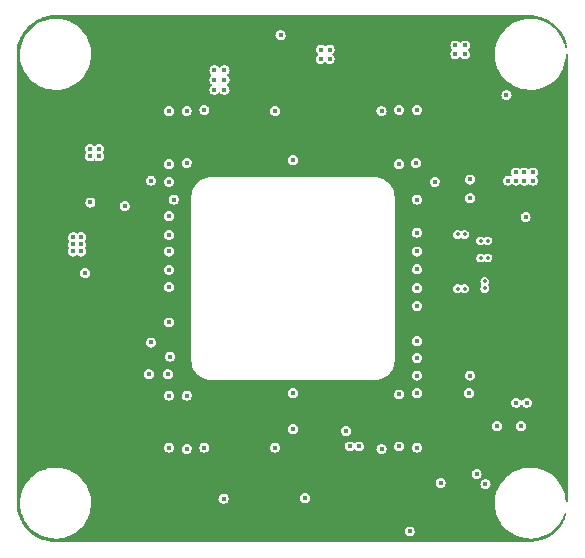
<source format=gbr>
G04 #@! TF.GenerationSoftware,KiCad,Pcbnew,(6.0.9)*
G04 #@! TF.CreationDate,2024-05-21T19:31:49-07:00*
G04 #@! TF.ProjectId,IMX294_MIPI_Breakout_Small,494d5832-3934-45f4-9d49-50495f427265,rev?*
G04 #@! TF.SameCoordinates,Original*
G04 #@! TF.FileFunction,Copper,L2,Inr*
G04 #@! TF.FilePolarity,Positive*
%FSLAX46Y46*%
G04 Gerber Fmt 4.6, Leading zero omitted, Abs format (unit mm)*
G04 Created by KiCad (PCBNEW (6.0.9)) date 2024-05-21 19:31:49*
%MOMM*%
%LPD*%
G01*
G04 APERTURE LIST*
G04 #@! TA.AperFunction,ViaPad*
%ADD10C,0.450000*%
G04 #@! TD*
G04 #@! TA.AperFunction,ViaPad*
%ADD11C,0.350000*%
G04 #@! TD*
G04 APERTURE END LIST*
D10*
G04 #@! TO.N,Net-(C1-Pad1)*
X132800000Y-105600000D03*
G04 #@! TO.N,GND*
X133000000Y-93700000D03*
X126300000Y-90600000D03*
X142550000Y-79150000D03*
X159200000Y-88600000D03*
X145800000Y-78950000D03*
X126250000Y-93100000D03*
X153200000Y-108000000D03*
X157100000Y-96700000D03*
X157500000Y-94500000D03*
X164900000Y-95800000D03*
X150250000Y-87000000D03*
X152500000Y-84700000D03*
X164800000Y-107000000D03*
X133000000Y-96700000D03*
X139912500Y-78975000D03*
X126300000Y-89850000D03*
X155450000Y-78750000D03*
X162600000Y-90400000D03*
X141750000Y-79150000D03*
D11*
X162200000Y-95800000D03*
D10*
X136000000Y-84800000D03*
X127500000Y-87950000D03*
X164600000Y-100400000D03*
X133700000Y-100400000D03*
X126999641Y-93099250D03*
X143450000Y-79150000D03*
X152500000Y-110450000D03*
X158500000Y-90700000D03*
X133000000Y-99800000D03*
X157250000Y-77825000D03*
X145800000Y-78250000D03*
X157700000Y-112900000D03*
X132700000Y-106650000D03*
X140900000Y-78550000D03*
X133000000Y-87200000D03*
X146550000Y-78950000D03*
X128900000Y-87950000D03*
X157000000Y-105700000D03*
D11*
X159150000Y-93250000D03*
D10*
X157000000Y-95200000D03*
X158050000Y-77825000D03*
X157000000Y-107200000D03*
X146050000Y-117145000D03*
X157000000Y-90700000D03*
X129000000Y-97000000D03*
X151500000Y-78500000D03*
X164900000Y-94300000D03*
X163700000Y-100800000D03*
X133000000Y-107400000D03*
X157000000Y-99800000D03*
X133000000Y-92200000D03*
X158500000Y-105700000D03*
X137500000Y-84800000D03*
X134500000Y-110300000D03*
X147525000Y-117700000D03*
X164700000Y-91400000D03*
X133000000Y-104200000D03*
X162600000Y-92300000D03*
X144625000Y-117700000D03*
X143500000Y-84800000D03*
X167700000Y-88200000D03*
X152400000Y-78175000D03*
X140625000Y-117700000D03*
X164900000Y-96900000D03*
X127600000Y-93300000D03*
X159200000Y-87100000D03*
X157650000Y-78500000D03*
X134800000Y-84800000D03*
X128200000Y-87950000D03*
D11*
X160800000Y-93600000D03*
D10*
X126250000Y-92350000D03*
X156300000Y-78750000D03*
X157500000Y-113800000D03*
X133000000Y-98300000D03*
X153925000Y-118925000D03*
D11*
X160700000Y-97400000D03*
D10*
X129000000Y-92650000D03*
X127600000Y-92650000D03*
X155500000Y-84700000D03*
X139912500Y-78175000D03*
X157500000Y-96000000D03*
X151500000Y-77750000D03*
X126999641Y-92349250D03*
X157800000Y-91500000D03*
X150200000Y-111000000D03*
X162600000Y-91400000D03*
D11*
X161000000Y-99000000D03*
D10*
X160900000Y-89900000D03*
X133000000Y-90700000D03*
X158500000Y-89250000D03*
D11*
X162200000Y-94300000D03*
D10*
X134100000Y-84800000D03*
X154000000Y-110200000D03*
X157500000Y-93000000D03*
X139125000Y-117170000D03*
X137625000Y-117700000D03*
X167600000Y-82600000D03*
X167500000Y-85500000D03*
X157000000Y-93700000D03*
X127049641Y-90599250D03*
X127049641Y-89849250D03*
X154000000Y-84700000D03*
X128250000Y-92650000D03*
X137500000Y-110200000D03*
X133000000Y-95200000D03*
X146850000Y-76900000D03*
D11*
X159250000Y-97700000D03*
D10*
X155500000Y-110300000D03*
X157000000Y-98200000D03*
X160900000Y-87100000D03*
X157500000Y-97500000D03*
X145000000Y-86200000D03*
X133000000Y-88100000D03*
X163900000Y-107000000D03*
X130700000Y-93000000D03*
X155275000Y-113500000D03*
X157000000Y-87700000D03*
X129000000Y-93350000D03*
X146550000Y-78250000D03*
X167600000Y-102000000D03*
X164600000Y-98800000D03*
X128250000Y-93350000D03*
X136000000Y-110200000D03*
X143500000Y-110200000D03*
X145000000Y-108380000D03*
G04 #@! TO.N,Net-(C3-Pad1)*
X134500000Y-89300000D03*
G04 #@! TO.N,Net-(C4-Pad1)*
X134399116Y-105602417D03*
G04 #@! TO.N,Net-(C5-Pad1)*
X134500000Y-95200000D03*
G04 #@! TO.N,Net-(C6-Pad1)*
X134500000Y-96750000D03*
G04 #@! TO.N,Net-(C7-Pad1)*
X134500000Y-98200000D03*
G04 #@! TO.N,Net-(C9-Pad1)*
X133000000Y-102900000D03*
G04 #@! TO.N,+1V2*
X152500000Y-83300000D03*
X134500000Y-83300000D03*
X155500000Y-83200000D03*
X155500000Y-99800000D03*
X160000000Y-90700000D03*
X139200000Y-81500000D03*
X136000000Y-111900000D03*
X155500000Y-90800000D03*
X155500000Y-95200000D03*
X155500000Y-96700000D03*
X138350000Y-79850000D03*
X143500000Y-83300000D03*
X154000000Y-83200000D03*
X138350000Y-80650000D03*
X143500000Y-111800000D03*
X134500000Y-111800000D03*
X138350000Y-81500000D03*
X143950000Y-76900000D03*
X155500000Y-98300000D03*
X155500000Y-93600000D03*
X137500000Y-83200000D03*
X139200000Y-80650000D03*
X160000000Y-105700000D03*
X154000000Y-111700000D03*
X152500000Y-111900000D03*
X139200000Y-79850000D03*
X155500000Y-111800000D03*
X137500000Y-111800000D03*
X136000000Y-83300000D03*
G04 #@! TO.N,+1V8*
X134900000Y-90800000D03*
X145000000Y-110250000D03*
X134600000Y-104100000D03*
X159900000Y-107200000D03*
G04 #@! TO.N,+2V9*
X136000000Y-107400000D03*
X127050000Y-94600000D03*
X127050000Y-94000000D03*
X155500000Y-105700000D03*
X126400000Y-94000000D03*
X155500000Y-107200000D03*
X145000000Y-107200000D03*
X134500000Y-93800000D03*
X134500000Y-92200000D03*
X127410000Y-97010000D03*
X154000000Y-87800000D03*
X155400000Y-87700000D03*
X145000000Y-87450000D03*
X134500000Y-107400000D03*
X134500000Y-87800000D03*
X136000000Y-87700000D03*
X126400000Y-95200000D03*
X154000000Y-107300000D03*
X126400000Y-94600000D03*
X127050000Y-95200000D03*
G04 #@! TO.N,+3V3*
X163900000Y-89200000D03*
X127800000Y-87150000D03*
X164600000Y-89200000D03*
X128600000Y-87150000D03*
X163900000Y-88500000D03*
X147350000Y-78100000D03*
X154880000Y-118900000D03*
X127800000Y-86500000D03*
X159550000Y-78500000D03*
X158750000Y-78500000D03*
X165300000Y-89200000D03*
X157500000Y-114800000D03*
X128600000Y-86500000D03*
X147350000Y-78900000D03*
X164600000Y-88500000D03*
X148100000Y-78100000D03*
X148100000Y-78900000D03*
X165300000Y-88500000D03*
X163200000Y-89200000D03*
X158750000Y-77750000D03*
X159550000Y-77750000D03*
X164800000Y-108000000D03*
X163900000Y-108000000D03*
G04 #@! TO.N,SDA_3V3*
X161300000Y-114900000D03*
X160550000Y-114050000D03*
G04 #@! TO.N,SCL_3V3*
X162300000Y-110000000D03*
X164300000Y-110000000D03*
G04 #@! TO.N,CAM_EN*
X163075000Y-81975000D03*
X164700000Y-92300000D03*
G04 #@! TO.N,SCL_1V8*
X149800000Y-111700000D03*
G04 #@! TO.N,SDA_1V8*
X150600000Y-111700000D03*
G04 #@! TO.N,Net-(R1-Pad1)*
X134500000Y-101200000D03*
G04 #@! TO.N,Net-(R2-Pad1)*
X155500000Y-102800000D03*
G04 #@! TO.N,CLOCK*
X160000000Y-89100000D03*
D11*
G04 #@! TO.N,CAM_D0_P*
X159550000Y-93750000D03*
G04 #@! TO.N,CAM_D1_P*
X161245204Y-97730000D03*
G04 #@! TO.N,CAM_CLK_P*
X161500000Y-95750000D03*
G04 #@! TO.N,CAM_D2_P*
X161500000Y-94300000D03*
G04 #@! TO.N,CAM_D3_P*
X159550000Y-98350000D03*
D10*
G04 #@! TO.N,XVS*
X139125000Y-116120000D03*
G04 #@! TO.N,XHS*
X146025000Y-116095000D03*
D11*
G04 #@! TO.N,CAM_D0_N*
X158950000Y-93750000D03*
G04 #@! TO.N,CAM_D1_N*
X161245204Y-98330000D03*
G04 #@! TO.N,CAM_CLK_N*
X160900000Y-95750000D03*
G04 #@! TO.N,CAM_D2_N*
X160900000Y-94300000D03*
G04 #@! TO.N,CAM_D3_N*
X158950000Y-98350000D03*
D10*
G04 #@! TO.N,Net-(C2-Pad1)*
X155500000Y-104200000D03*
G04 #@! TO.N,Net-(C8-Pad1)*
X133000000Y-89200000D03*
G04 #@! TO.N,Net-(JP1-Pad2)*
X157000000Y-89300000D03*
G04 #@! TO.N,RST_1V8*
X149500000Y-110400000D03*
G04 #@! TO.N,Net-(C11-Pad3)*
X127850000Y-91050000D03*
X130750000Y-91350000D03*
G04 #@! TD*
G04 #@! TA.AperFunction,Conductor*
G04 #@! TO.N,GND*
G36*
X164988169Y-75203018D02*
G01*
X164999641Y-75205656D01*
X165010516Y-75203195D01*
X165019694Y-75203211D01*
X165031884Y-75202171D01*
X165173578Y-75209597D01*
X165339716Y-75218304D01*
X165350007Y-75219385D01*
X165526298Y-75247307D01*
X165680876Y-75271790D01*
X165691012Y-75273944D01*
X165909271Y-75332426D01*
X166014601Y-75360649D01*
X166024445Y-75363848D01*
X166274542Y-75459851D01*
X166337177Y-75483895D01*
X166346643Y-75488109D01*
X166645133Y-75640197D01*
X166654107Y-75645379D01*
X166935043Y-75827821D01*
X166943427Y-75833912D01*
X167203758Y-76044724D01*
X167211459Y-76051657D01*
X167448343Y-76288541D01*
X167455276Y-76296242D01*
X167666088Y-76556573D01*
X167672179Y-76564957D01*
X167854621Y-76845893D01*
X167859803Y-76854867D01*
X168011891Y-77153357D01*
X168016105Y-77162823D01*
X168059073Y-77274757D01*
X168060615Y-77304177D01*
X168079817Y-77328798D01*
X168136152Y-77475555D01*
X168139352Y-77485402D01*
X168161272Y-77567208D01*
X168158070Y-77628309D01*
X168120215Y-77675055D01*
X168123702Y-77674295D01*
X168179727Y-77698888D01*
X168209496Y-77747183D01*
X168226056Y-77808989D01*
X168228210Y-77819123D01*
X168236402Y-77870841D01*
X168226831Y-77931273D01*
X168183567Y-77974538D01*
X168123135Y-77984110D01*
X168068618Y-77956333D01*
X168041893Y-77907419D01*
X168017141Y-77793895D01*
X168023218Y-77733012D01*
X168060141Y-77691571D01*
X168003342Y-77669769D01*
X167971983Y-77624899D01*
X167897372Y-77406978D01*
X167893731Y-77396344D01*
X167893335Y-77371149D01*
X167877293Y-77352857D01*
X167735041Y-77054621D01*
X167733814Y-77052048D01*
X167721945Y-77033126D01*
X167551452Y-76761338D01*
X167549936Y-76758921D01*
X167380905Y-76547936D01*
X167335370Y-76491099D01*
X167333585Y-76488871D01*
X167087629Y-76245477D01*
X166961009Y-76146194D01*
X166817567Y-76033721D01*
X166817560Y-76033716D01*
X166815328Y-76031966D01*
X166520291Y-75851168D01*
X166483117Y-75833912D01*
X166209019Y-75706680D01*
X166206430Y-75705478D01*
X165877903Y-75596828D01*
X165539065Y-75526658D01*
X165536227Y-75526405D01*
X165536222Y-75526404D01*
X165236964Y-75499696D01*
X165236962Y-75499696D01*
X165234767Y-75499500D01*
X165011811Y-75499500D01*
X164754547Y-75514334D01*
X164751740Y-75514824D01*
X164751739Y-75514824D01*
X164416471Y-75573337D01*
X164416463Y-75573339D01*
X164413672Y-75573826D01*
X164081894Y-75672103D01*
X163763611Y-75807862D01*
X163761146Y-75809268D01*
X163761140Y-75809271D01*
X163467599Y-75976704D01*
X163463041Y-75979304D01*
X163184168Y-76184157D01*
X163182090Y-76186088D01*
X163182084Y-76186093D01*
X163063550Y-76296242D01*
X162930688Y-76419705D01*
X162928840Y-76421869D01*
X162928835Y-76421874D01*
X162844545Y-76520565D01*
X162705962Y-76682826D01*
X162512967Y-76970033D01*
X162354261Y-77277518D01*
X162231950Y-77601207D01*
X162231255Y-77603972D01*
X162231253Y-77603980D01*
X162187744Y-77777198D01*
X162147652Y-77936810D01*
X162122877Y-78125000D01*
X162105931Y-78253719D01*
X162102487Y-78279876D01*
X162097051Y-78625861D01*
X162097335Y-78628706D01*
X162119630Y-78852064D01*
X162131419Y-78970177D01*
X162205133Y-79308261D01*
X162317217Y-79635633D01*
X162466186Y-79947952D01*
X162467700Y-79950365D01*
X162467703Y-79950371D01*
X162567039Y-80108726D01*
X162650064Y-80241079D01*
X162866415Y-80511129D01*
X163112371Y-80754523D01*
X163192723Y-80817527D01*
X163382433Y-80966279D01*
X163382440Y-80966284D01*
X163384672Y-80968034D01*
X163679709Y-81148832D01*
X163993570Y-81294522D01*
X164322097Y-81403172D01*
X164660935Y-81473342D01*
X164663773Y-81473595D01*
X164663778Y-81473596D01*
X164963036Y-81500304D01*
X164963038Y-81500304D01*
X164965233Y-81500500D01*
X165188189Y-81500500D01*
X165445453Y-81485666D01*
X165448261Y-81485176D01*
X165783529Y-81426663D01*
X165783537Y-81426661D01*
X165786328Y-81426174D01*
X166118106Y-81327897D01*
X166436389Y-81192138D01*
X166438854Y-81190732D01*
X166438860Y-81190729D01*
X166734487Y-81022106D01*
X166736959Y-81020696D01*
X167015832Y-80815843D01*
X167017910Y-80813912D01*
X167017916Y-80813907D01*
X167267224Y-80582235D01*
X167269312Y-80580295D01*
X167271160Y-80578131D01*
X167271165Y-80578126D01*
X167355455Y-80479435D01*
X167494038Y-80317174D01*
X167687033Y-80029967D01*
X167845739Y-79722482D01*
X167850481Y-79709934D01*
X167895318Y-79591274D01*
X167968050Y-79398793D01*
X167990113Y-79310959D01*
X168051652Y-79065960D01*
X168052348Y-79063190D01*
X168080143Y-78852064D01*
X168097141Y-78722952D01*
X168097141Y-78722947D01*
X168097513Y-78720124D01*
X168100537Y-78527626D01*
X168120356Y-78469740D01*
X168170415Y-78434558D01*
X168231593Y-78435520D01*
X168280522Y-78472256D01*
X168296081Y-78507319D01*
X168297056Y-78511625D01*
X168299500Y-78533488D01*
X168299500Y-116354698D01*
X168280593Y-116412889D01*
X168231093Y-116448853D01*
X168169907Y-116448853D01*
X168120407Y-116412889D01*
X168101990Y-116364531D01*
X168068864Y-116032657D01*
X168068864Y-116032655D01*
X168068581Y-116029823D01*
X168059217Y-115986874D01*
X167995473Y-115694518D01*
X167995473Y-115694517D01*
X167994867Y-115691739D01*
X167882783Y-115364367D01*
X167733814Y-115052048D01*
X167730197Y-115046281D01*
X167551452Y-114761338D01*
X167549936Y-114758921D01*
X167375568Y-114541274D01*
X167335370Y-114491099D01*
X167333585Y-114488871D01*
X167087629Y-114245477D01*
X166828513Y-114042304D01*
X166817567Y-114033721D01*
X166817560Y-114033716D01*
X166815328Y-114031966D01*
X166520291Y-113851168D01*
X166206430Y-113705478D01*
X165877903Y-113596828D01*
X165539065Y-113526658D01*
X165536227Y-113526405D01*
X165536222Y-113526404D01*
X165236964Y-113499696D01*
X165236962Y-113499696D01*
X165234767Y-113499500D01*
X165011811Y-113499500D01*
X164754547Y-113514334D01*
X164751740Y-113514824D01*
X164751739Y-113514824D01*
X164416471Y-113573337D01*
X164416463Y-113573339D01*
X164413672Y-113573826D01*
X164081894Y-113672103D01*
X163763611Y-113807862D01*
X163761146Y-113809268D01*
X163761140Y-113809271D01*
X163467599Y-113976704D01*
X163463041Y-113979304D01*
X163184168Y-114184157D01*
X163182090Y-114186088D01*
X163182084Y-114186093D01*
X163063508Y-114296281D01*
X162930688Y-114419705D01*
X162928840Y-114421869D01*
X162928835Y-114421874D01*
X162844545Y-114520565D01*
X162705962Y-114682826D01*
X162512967Y-114970033D01*
X162354261Y-115277518D01*
X162231950Y-115601207D01*
X162231255Y-115603972D01*
X162231253Y-115603980D01*
X162204552Y-115710281D01*
X162147652Y-115936810D01*
X162141975Y-115979934D01*
X162106009Y-116253126D01*
X162102487Y-116279876D01*
X162097051Y-116625861D01*
X162131419Y-116970177D01*
X162132024Y-116972951D01*
X162132024Y-116972952D01*
X162177360Y-117180880D01*
X162205133Y-117308261D01*
X162317217Y-117635633D01*
X162466186Y-117947952D01*
X162467700Y-117950365D01*
X162467703Y-117950371D01*
X162589877Y-118145133D01*
X162650064Y-118241079D01*
X162866415Y-118511129D01*
X163112371Y-118754523D01*
X163192723Y-118817527D01*
X163382433Y-118966279D01*
X163382440Y-118966284D01*
X163384672Y-118968034D01*
X163679709Y-119148832D01*
X163682294Y-119150032D01*
X163682296Y-119150033D01*
X163769968Y-119190729D01*
X163993570Y-119294522D01*
X164322097Y-119403172D01*
X164660935Y-119473342D01*
X164663773Y-119473595D01*
X164663778Y-119473596D01*
X164963036Y-119500304D01*
X164963038Y-119500304D01*
X164965233Y-119500500D01*
X165188189Y-119500500D01*
X165445453Y-119485666D01*
X165448261Y-119485176D01*
X165783529Y-119426663D01*
X165783537Y-119426661D01*
X165786328Y-119426174D01*
X166118106Y-119327897D01*
X166436389Y-119192138D01*
X166438854Y-119190732D01*
X166438860Y-119190729D01*
X166734487Y-119022106D01*
X166736959Y-119020696D01*
X167015832Y-118815843D01*
X167017910Y-118813912D01*
X167017916Y-118813907D01*
X167267224Y-118582235D01*
X167269312Y-118580295D01*
X167271160Y-118578131D01*
X167271165Y-118578126D01*
X167389650Y-118439397D01*
X167494038Y-118317174D01*
X167687033Y-118029967D01*
X167845739Y-117722482D01*
X167960671Y-117418320D01*
X167998925Y-117370571D01*
X168057942Y-117354426D01*
X168115178Y-117376053D01*
X168148770Y-117427192D01*
X168148906Y-117478937D01*
X168139352Y-117514596D01*
X168136152Y-117524445D01*
X168040149Y-117774542D01*
X168016105Y-117837177D01*
X168011891Y-117846643D01*
X167859803Y-118145133D01*
X167854621Y-118154107D01*
X167672179Y-118435043D01*
X167666088Y-118443427D01*
X167455276Y-118703758D01*
X167448343Y-118711459D01*
X167211459Y-118948343D01*
X167203758Y-118955276D01*
X166943427Y-119166088D01*
X166935043Y-119172179D01*
X166654107Y-119354621D01*
X166645133Y-119359803D01*
X166346643Y-119511891D01*
X166337177Y-119516105D01*
X166024445Y-119636152D01*
X166014601Y-119639351D01*
X165909271Y-119667574D01*
X165691012Y-119726056D01*
X165680876Y-119728210D01*
X165526298Y-119752693D01*
X165350007Y-119780615D01*
X165339716Y-119781696D01*
X165032406Y-119797802D01*
X165021590Y-119796861D01*
X165011224Y-119796843D01*
X165000359Y-119794344D01*
X164988359Y-119797059D01*
X164966512Y-119799500D01*
X124934017Y-119799500D01*
X124911831Y-119796982D01*
X124911801Y-119796975D01*
X124900359Y-119794344D01*
X124889484Y-119796805D01*
X124880306Y-119796789D01*
X124868116Y-119797829D01*
X124726422Y-119790403D01*
X124560284Y-119781696D01*
X124549993Y-119780615D01*
X124373702Y-119752693D01*
X124219124Y-119728210D01*
X124208988Y-119726056D01*
X123990729Y-119667574D01*
X123885399Y-119639351D01*
X123875555Y-119636152D01*
X123562823Y-119516105D01*
X123553357Y-119511891D01*
X123254867Y-119359803D01*
X123245893Y-119354621D01*
X122964957Y-119172179D01*
X122956573Y-119166088D01*
X122696242Y-118955276D01*
X122688541Y-118948343D01*
X122451657Y-118711459D01*
X122444724Y-118703758D01*
X122233912Y-118443427D01*
X122227821Y-118435043D01*
X122045379Y-118154107D01*
X122040197Y-118145133D01*
X121888109Y-117846643D01*
X121883895Y-117837177D01*
X121859851Y-117774542D01*
X121763848Y-117524445D01*
X121760648Y-117514598D01*
X121760648Y-117514596D01*
X121717730Y-117354426D01*
X121673944Y-117191012D01*
X121671790Y-117180876D01*
X121637969Y-116967343D01*
X121619385Y-116850007D01*
X121618303Y-116839709D01*
X121607096Y-116625861D01*
X121897051Y-116625861D01*
X121931419Y-116970177D01*
X121932024Y-116972951D01*
X121932024Y-116972952D01*
X121977360Y-117180880D01*
X122005133Y-117308261D01*
X122117217Y-117635633D01*
X122266186Y-117947952D01*
X122267700Y-117950365D01*
X122267703Y-117950371D01*
X122389877Y-118145133D01*
X122450064Y-118241079D01*
X122666415Y-118511129D01*
X122912371Y-118754523D01*
X122992723Y-118817527D01*
X123182433Y-118966279D01*
X123182440Y-118966284D01*
X123184672Y-118968034D01*
X123479709Y-119148832D01*
X123482294Y-119150032D01*
X123482296Y-119150033D01*
X123569968Y-119190729D01*
X123793570Y-119294522D01*
X124122097Y-119403172D01*
X124460935Y-119473342D01*
X124463773Y-119473595D01*
X124463778Y-119473596D01*
X124763036Y-119500304D01*
X124763038Y-119500304D01*
X124765233Y-119500500D01*
X124988189Y-119500500D01*
X125245453Y-119485666D01*
X125248261Y-119485176D01*
X125583529Y-119426663D01*
X125583537Y-119426661D01*
X125586328Y-119426174D01*
X125918106Y-119327897D01*
X126236389Y-119192138D01*
X126238854Y-119190732D01*
X126238860Y-119190729D01*
X126534487Y-119022106D01*
X126536959Y-119020696D01*
X126701266Y-118900000D01*
X154449196Y-118900000D01*
X154450415Y-118907696D01*
X154468536Y-119022106D01*
X154470281Y-119033126D01*
X154473817Y-119040065D01*
X154473817Y-119040066D01*
X154514446Y-119119804D01*
X154531472Y-119153220D01*
X154626780Y-119248528D01*
X154633717Y-119252063D01*
X154633719Y-119252064D01*
X154739934Y-119306183D01*
X154746874Y-119309719D01*
X154754568Y-119310938D01*
X154754569Y-119310938D01*
X154843022Y-119324947D01*
X154854556Y-119326774D01*
X154872304Y-119329585D01*
X154880000Y-119330804D01*
X154887696Y-119329585D01*
X154905445Y-119326774D01*
X154916978Y-119324947D01*
X155005431Y-119310938D01*
X155005432Y-119310938D01*
X155013126Y-119309719D01*
X155020066Y-119306183D01*
X155126281Y-119252064D01*
X155126283Y-119252063D01*
X155133220Y-119248528D01*
X155228528Y-119153220D01*
X155245555Y-119119804D01*
X155286183Y-119040066D01*
X155286183Y-119040065D01*
X155289719Y-119033126D01*
X155291465Y-119022106D01*
X155309585Y-118907696D01*
X155310804Y-118900000D01*
X155289719Y-118766874D01*
X155228528Y-118646780D01*
X155133220Y-118551472D01*
X155126283Y-118547937D01*
X155126281Y-118547936D01*
X155020066Y-118493817D01*
X155020065Y-118493817D01*
X155013126Y-118490281D01*
X155005432Y-118489062D01*
X155005431Y-118489062D01*
X154887696Y-118470415D01*
X154880000Y-118469196D01*
X154872304Y-118470415D01*
X154754569Y-118489062D01*
X154754568Y-118489062D01*
X154746874Y-118490281D01*
X154739935Y-118493817D01*
X154739934Y-118493817D01*
X154633719Y-118547936D01*
X154633717Y-118547937D01*
X154626780Y-118551472D01*
X154531472Y-118646780D01*
X154470281Y-118766874D01*
X154449196Y-118900000D01*
X126701266Y-118900000D01*
X126815832Y-118815843D01*
X126817910Y-118813912D01*
X126817916Y-118813907D01*
X127067224Y-118582235D01*
X127069312Y-118580295D01*
X127071160Y-118578131D01*
X127071165Y-118578126D01*
X127189650Y-118439397D01*
X127294038Y-118317174D01*
X127487033Y-118029967D01*
X127645739Y-117722482D01*
X127768050Y-117398793D01*
X127779195Y-117354426D01*
X127837275Y-117123199D01*
X127852348Y-117063190D01*
X127897513Y-116720124D01*
X127902949Y-116374139D01*
X127877582Y-116120000D01*
X138694196Y-116120000D01*
X138695415Y-116127696D01*
X138712421Y-116235066D01*
X138715281Y-116253126D01*
X138718817Y-116260065D01*
X138718817Y-116260066D01*
X138772045Y-116364531D01*
X138776472Y-116373220D01*
X138871780Y-116468528D01*
X138878717Y-116472063D01*
X138878719Y-116472064D01*
X138956690Y-116511792D01*
X138991874Y-116529719D01*
X138999568Y-116530938D01*
X138999569Y-116530938D01*
X139117304Y-116549585D01*
X139125000Y-116550804D01*
X139132696Y-116549585D01*
X139250431Y-116530938D01*
X139250432Y-116530938D01*
X139258126Y-116529719D01*
X139293310Y-116511792D01*
X139371281Y-116472064D01*
X139371283Y-116472063D01*
X139378220Y-116468528D01*
X139473528Y-116373220D01*
X139477956Y-116364531D01*
X139531183Y-116260066D01*
X139531183Y-116260065D01*
X139534719Y-116253126D01*
X139537580Y-116235066D01*
X139554585Y-116127696D01*
X139555804Y-116120000D01*
X139551844Y-116095000D01*
X145594196Y-116095000D01*
X145615281Y-116228126D01*
X145676472Y-116348220D01*
X145771780Y-116443528D01*
X145778717Y-116447063D01*
X145778719Y-116447064D01*
X145884934Y-116501183D01*
X145891874Y-116504719D01*
X145899568Y-116505938D01*
X145899569Y-116505938D01*
X146017304Y-116524585D01*
X146025000Y-116525804D01*
X146032696Y-116524585D01*
X146150431Y-116505938D01*
X146150432Y-116505938D01*
X146158126Y-116504719D01*
X146165066Y-116501183D01*
X146271281Y-116447064D01*
X146271283Y-116447063D01*
X146278220Y-116443528D01*
X146373528Y-116348220D01*
X146434719Y-116228126D01*
X146455804Y-116095000D01*
X146445042Y-116027048D01*
X146435938Y-115969569D01*
X146435938Y-115969568D01*
X146434719Y-115961874D01*
X146373528Y-115841780D01*
X146278220Y-115746472D01*
X146271283Y-115742937D01*
X146271281Y-115742936D01*
X146165066Y-115688817D01*
X146165065Y-115688817D01*
X146158126Y-115685281D01*
X146150432Y-115684062D01*
X146150431Y-115684062D01*
X146032696Y-115665415D01*
X146025000Y-115664196D01*
X146017304Y-115665415D01*
X145899569Y-115684062D01*
X145899568Y-115684062D01*
X145891874Y-115685281D01*
X145884935Y-115688817D01*
X145884934Y-115688817D01*
X145778719Y-115742936D01*
X145778717Y-115742937D01*
X145771780Y-115746472D01*
X145676472Y-115841780D01*
X145615281Y-115961874D01*
X145614062Y-115969568D01*
X145614062Y-115969569D01*
X145604958Y-116027048D01*
X145594196Y-116095000D01*
X139551844Y-116095000D01*
X139541970Y-116032657D01*
X139535938Y-115994569D01*
X139535938Y-115994568D01*
X139534719Y-115986874D01*
X139473528Y-115866780D01*
X139378220Y-115771472D01*
X139371283Y-115767937D01*
X139371281Y-115767936D01*
X139265066Y-115713817D01*
X139265065Y-115713817D01*
X139258126Y-115710281D01*
X139250432Y-115709062D01*
X139250431Y-115709062D01*
X139132696Y-115690415D01*
X139125000Y-115689196D01*
X139117304Y-115690415D01*
X138999569Y-115709062D01*
X138999568Y-115709062D01*
X138991874Y-115710281D01*
X138984935Y-115713817D01*
X138984934Y-115713817D01*
X138878719Y-115767936D01*
X138878717Y-115767937D01*
X138871780Y-115771472D01*
X138776472Y-115866780D01*
X138715281Y-115986874D01*
X138714062Y-115994568D01*
X138714062Y-115994569D01*
X138708030Y-116032657D01*
X138694196Y-116120000D01*
X127877582Y-116120000D01*
X127875087Y-116095000D01*
X127868864Y-116032657D01*
X127868864Y-116032655D01*
X127868581Y-116029823D01*
X127859217Y-115986874D01*
X127795473Y-115694518D01*
X127795473Y-115694517D01*
X127794867Y-115691739D01*
X127682783Y-115364367D01*
X127533814Y-115052048D01*
X127530197Y-115046281D01*
X127375705Y-114800000D01*
X157069196Y-114800000D01*
X157090281Y-114933126D01*
X157093817Y-114940065D01*
X157093817Y-114940066D01*
X157144770Y-115040066D01*
X157151472Y-115053220D01*
X157246780Y-115148528D01*
X157253717Y-115152063D01*
X157253719Y-115152064D01*
X157359934Y-115206183D01*
X157366874Y-115209719D01*
X157374568Y-115210938D01*
X157374569Y-115210938D01*
X157492304Y-115229585D01*
X157500000Y-115230804D01*
X157507696Y-115229585D01*
X157625431Y-115210938D01*
X157625432Y-115210938D01*
X157633126Y-115209719D01*
X157640066Y-115206183D01*
X157746281Y-115152064D01*
X157746283Y-115152063D01*
X157753220Y-115148528D01*
X157848528Y-115053220D01*
X157855231Y-115040066D01*
X157906183Y-114940066D01*
X157906183Y-114940065D01*
X157909719Y-114933126D01*
X157914966Y-114900000D01*
X160869196Y-114900000D01*
X160870415Y-114907696D01*
X160880690Y-114972568D01*
X160890281Y-115033126D01*
X160893817Y-115040065D01*
X160893817Y-115040066D01*
X160946276Y-115143022D01*
X160951472Y-115153220D01*
X161046780Y-115248528D01*
X161053717Y-115252063D01*
X161053719Y-115252064D01*
X161103676Y-115277518D01*
X161166874Y-115309719D01*
X161174568Y-115310938D01*
X161174569Y-115310938D01*
X161292304Y-115329585D01*
X161300000Y-115330804D01*
X161307696Y-115329585D01*
X161425431Y-115310938D01*
X161425432Y-115310938D01*
X161433126Y-115309719D01*
X161496324Y-115277518D01*
X161546281Y-115252064D01*
X161546283Y-115252063D01*
X161553220Y-115248528D01*
X161648528Y-115153220D01*
X161653725Y-115143022D01*
X161706183Y-115040066D01*
X161706183Y-115040065D01*
X161709719Y-115033126D01*
X161719311Y-114972568D01*
X161729585Y-114907696D01*
X161730804Y-114900000D01*
X161709719Y-114766874D01*
X161704534Y-114756698D01*
X161652064Y-114653719D01*
X161652063Y-114653717D01*
X161648528Y-114646780D01*
X161553220Y-114551472D01*
X161546283Y-114547937D01*
X161546281Y-114547936D01*
X161440066Y-114493817D01*
X161440065Y-114493817D01*
X161433126Y-114490281D01*
X161425432Y-114489062D01*
X161425431Y-114489062D01*
X161307696Y-114470415D01*
X161300000Y-114469196D01*
X161292304Y-114470415D01*
X161174569Y-114489062D01*
X161174568Y-114489062D01*
X161166874Y-114490281D01*
X161159935Y-114493817D01*
X161159934Y-114493817D01*
X161053719Y-114547936D01*
X161053717Y-114547937D01*
X161046780Y-114551472D01*
X160951472Y-114646780D01*
X160947937Y-114653717D01*
X160947936Y-114653719D01*
X160895466Y-114756698D01*
X160890281Y-114766874D01*
X160869196Y-114900000D01*
X157914966Y-114900000D01*
X157930804Y-114800000D01*
X157909719Y-114666874D01*
X157896675Y-114641274D01*
X157852064Y-114553719D01*
X157852063Y-114553717D01*
X157848528Y-114546780D01*
X157753220Y-114451472D01*
X157746283Y-114447937D01*
X157746281Y-114447936D01*
X157640066Y-114393817D01*
X157640065Y-114393817D01*
X157633126Y-114390281D01*
X157625432Y-114389062D01*
X157625431Y-114389062D01*
X157507696Y-114370415D01*
X157500000Y-114369196D01*
X157492304Y-114370415D01*
X157374569Y-114389062D01*
X157374568Y-114389062D01*
X157366874Y-114390281D01*
X157359935Y-114393817D01*
X157359934Y-114393817D01*
X157253719Y-114447936D01*
X157253717Y-114447937D01*
X157246780Y-114451472D01*
X157151472Y-114546780D01*
X157147937Y-114553717D01*
X157147936Y-114553719D01*
X157103325Y-114641274D01*
X157090281Y-114666874D01*
X157069196Y-114800000D01*
X127375705Y-114800000D01*
X127351452Y-114761338D01*
X127349936Y-114758921D01*
X127175568Y-114541274D01*
X127135370Y-114491099D01*
X127133585Y-114488871D01*
X126887629Y-114245477D01*
X126638328Y-114050000D01*
X160119196Y-114050000D01*
X160140281Y-114183126D01*
X160143817Y-114190065D01*
X160143817Y-114190066D01*
X160173075Y-114247487D01*
X160201472Y-114303220D01*
X160296780Y-114398528D01*
X160303717Y-114402063D01*
X160303719Y-114402064D01*
X160400688Y-114451472D01*
X160416874Y-114459719D01*
X160424568Y-114460938D01*
X160424569Y-114460938D01*
X160542304Y-114479585D01*
X160550000Y-114480804D01*
X160557696Y-114479585D01*
X160675431Y-114460938D01*
X160675432Y-114460938D01*
X160683126Y-114459719D01*
X160699312Y-114451472D01*
X160796281Y-114402064D01*
X160796283Y-114402063D01*
X160803220Y-114398528D01*
X160898528Y-114303220D01*
X160926926Y-114247487D01*
X160956183Y-114190066D01*
X160956183Y-114190065D01*
X160959719Y-114183126D01*
X160980804Y-114050000D01*
X160959719Y-113916874D01*
X160956183Y-113909934D01*
X160902064Y-113803719D01*
X160902063Y-113803717D01*
X160898528Y-113796780D01*
X160803220Y-113701472D01*
X160796283Y-113697937D01*
X160796281Y-113697936D01*
X160690066Y-113643817D01*
X160690065Y-113643817D01*
X160683126Y-113640281D01*
X160675432Y-113639062D01*
X160675431Y-113639062D01*
X160557696Y-113620415D01*
X160550000Y-113619196D01*
X160542304Y-113620415D01*
X160424569Y-113639062D01*
X160424568Y-113639062D01*
X160416874Y-113640281D01*
X160409935Y-113643817D01*
X160409934Y-113643817D01*
X160303719Y-113697936D01*
X160303717Y-113697937D01*
X160296780Y-113701472D01*
X160201472Y-113796780D01*
X160197937Y-113803717D01*
X160197936Y-113803719D01*
X160143817Y-113909934D01*
X160140281Y-113916874D01*
X160119196Y-114050000D01*
X126638328Y-114050000D01*
X126628513Y-114042304D01*
X126617567Y-114033721D01*
X126617560Y-114033716D01*
X126615328Y-114031966D01*
X126320291Y-113851168D01*
X126006430Y-113705478D01*
X125677903Y-113596828D01*
X125339065Y-113526658D01*
X125336227Y-113526405D01*
X125336222Y-113526404D01*
X125036964Y-113499696D01*
X125036962Y-113499696D01*
X125034767Y-113499500D01*
X124811811Y-113499500D01*
X124554547Y-113514334D01*
X124551740Y-113514824D01*
X124551739Y-113514824D01*
X124216471Y-113573337D01*
X124216463Y-113573339D01*
X124213672Y-113573826D01*
X123881894Y-113672103D01*
X123563611Y-113807862D01*
X123561146Y-113809268D01*
X123561140Y-113809271D01*
X123267599Y-113976704D01*
X123263041Y-113979304D01*
X122984168Y-114184157D01*
X122982090Y-114186088D01*
X122982084Y-114186093D01*
X122863508Y-114296281D01*
X122730688Y-114419705D01*
X122728840Y-114421869D01*
X122728835Y-114421874D01*
X122644545Y-114520565D01*
X122505962Y-114682826D01*
X122312967Y-114970033D01*
X122154261Y-115277518D01*
X122031950Y-115601207D01*
X122031255Y-115603972D01*
X122031253Y-115603980D01*
X122004552Y-115710281D01*
X121947652Y-115936810D01*
X121941975Y-115979934D01*
X121906009Y-116253126D01*
X121902487Y-116279876D01*
X121897051Y-116625861D01*
X121607096Y-116625861D01*
X121602212Y-116532666D01*
X121604047Y-116511792D01*
X121603747Y-116511757D01*
X121604389Y-116506179D01*
X121605655Y-116500718D01*
X121605656Y-116500000D01*
X121604412Y-116494545D01*
X121602980Y-116488266D01*
X121600500Y-116466248D01*
X121600500Y-111800000D01*
X134069196Y-111800000D01*
X134090281Y-111933126D01*
X134093817Y-111940065D01*
X134093817Y-111940066D01*
X134146276Y-112043022D01*
X134151472Y-112053220D01*
X134246780Y-112148528D01*
X134253717Y-112152063D01*
X134253719Y-112152064D01*
X134359934Y-112206183D01*
X134366874Y-112209719D01*
X134374568Y-112210938D01*
X134374569Y-112210938D01*
X134492304Y-112229585D01*
X134500000Y-112230804D01*
X134507696Y-112229585D01*
X134625431Y-112210938D01*
X134625432Y-112210938D01*
X134633126Y-112209719D01*
X134640066Y-112206183D01*
X134746281Y-112152064D01*
X134746283Y-112152063D01*
X134753220Y-112148528D01*
X134848528Y-112053220D01*
X134853725Y-112043022D01*
X134906183Y-111940066D01*
X134906183Y-111940065D01*
X134909719Y-111933126D01*
X134914966Y-111900000D01*
X135569196Y-111900000D01*
X135590281Y-112033126D01*
X135593817Y-112040065D01*
X135593817Y-112040066D01*
X135646276Y-112143022D01*
X135651472Y-112153220D01*
X135746780Y-112248528D01*
X135753717Y-112252063D01*
X135753719Y-112252064D01*
X135859934Y-112306183D01*
X135866874Y-112309719D01*
X135874568Y-112310938D01*
X135874569Y-112310938D01*
X135992304Y-112329585D01*
X136000000Y-112330804D01*
X136007696Y-112329585D01*
X136125431Y-112310938D01*
X136125432Y-112310938D01*
X136133126Y-112309719D01*
X136140066Y-112306183D01*
X136246281Y-112252064D01*
X136246283Y-112252063D01*
X136253220Y-112248528D01*
X136348528Y-112153220D01*
X136353725Y-112143022D01*
X136406183Y-112040066D01*
X136406183Y-112040065D01*
X136409719Y-112033126D01*
X136430804Y-111900000D01*
X136420212Y-111833126D01*
X136414966Y-111800000D01*
X137069196Y-111800000D01*
X137090281Y-111933126D01*
X137093817Y-111940065D01*
X137093817Y-111940066D01*
X137146276Y-112043022D01*
X137151472Y-112053220D01*
X137246780Y-112148528D01*
X137253717Y-112152063D01*
X137253719Y-112152064D01*
X137359934Y-112206183D01*
X137366874Y-112209719D01*
X137374568Y-112210938D01*
X137374569Y-112210938D01*
X137492304Y-112229585D01*
X137500000Y-112230804D01*
X137507696Y-112229585D01*
X137625431Y-112210938D01*
X137625432Y-112210938D01*
X137633126Y-112209719D01*
X137640066Y-112206183D01*
X137746281Y-112152064D01*
X137746283Y-112152063D01*
X137753220Y-112148528D01*
X137848528Y-112053220D01*
X137853725Y-112043022D01*
X137906183Y-111940066D01*
X137906183Y-111940065D01*
X137909719Y-111933126D01*
X137930804Y-111800000D01*
X143069196Y-111800000D01*
X143090281Y-111933126D01*
X143093817Y-111940065D01*
X143093817Y-111940066D01*
X143146276Y-112043022D01*
X143151472Y-112053220D01*
X143246780Y-112148528D01*
X143253717Y-112152063D01*
X143253719Y-112152064D01*
X143359934Y-112206183D01*
X143366874Y-112209719D01*
X143374568Y-112210938D01*
X143374569Y-112210938D01*
X143492304Y-112229585D01*
X143500000Y-112230804D01*
X143507696Y-112229585D01*
X143625431Y-112210938D01*
X143625432Y-112210938D01*
X143633126Y-112209719D01*
X143640066Y-112206183D01*
X143746281Y-112152064D01*
X143746283Y-112152063D01*
X143753220Y-112148528D01*
X143848528Y-112053220D01*
X143853725Y-112043022D01*
X143906183Y-111940066D01*
X143906183Y-111940065D01*
X143909719Y-111933126D01*
X143930804Y-111800000D01*
X143914966Y-111700000D01*
X149369196Y-111700000D01*
X149370415Y-111707696D01*
X149381007Y-111774569D01*
X149390281Y-111833126D01*
X149393817Y-111840065D01*
X149393817Y-111840066D01*
X149444770Y-111940066D01*
X149451472Y-111953220D01*
X149546780Y-112048528D01*
X149553717Y-112052063D01*
X149553719Y-112052064D01*
X149659934Y-112106183D01*
X149666874Y-112109719D01*
X149674568Y-112110938D01*
X149674569Y-112110938D01*
X149792304Y-112129585D01*
X149800000Y-112130804D01*
X149807696Y-112129585D01*
X149925431Y-112110938D01*
X149925432Y-112110938D01*
X149933126Y-112109719D01*
X149940066Y-112106183D01*
X150046281Y-112052064D01*
X150046283Y-112052063D01*
X150053220Y-112048528D01*
X150129996Y-111971752D01*
X150184513Y-111943975D01*
X150244945Y-111953546D01*
X150270004Y-111971752D01*
X150346780Y-112048528D01*
X150353717Y-112052063D01*
X150353719Y-112052064D01*
X150459934Y-112106183D01*
X150466874Y-112109719D01*
X150474568Y-112110938D01*
X150474569Y-112110938D01*
X150592304Y-112129585D01*
X150600000Y-112130804D01*
X150607696Y-112129585D01*
X150725431Y-112110938D01*
X150725432Y-112110938D01*
X150733126Y-112109719D01*
X150740066Y-112106183D01*
X150846281Y-112052064D01*
X150846283Y-112052063D01*
X150853220Y-112048528D01*
X150948528Y-111953220D01*
X150955231Y-111940066D01*
X150975645Y-111900000D01*
X152069196Y-111900000D01*
X152090281Y-112033126D01*
X152093817Y-112040065D01*
X152093817Y-112040066D01*
X152146276Y-112143022D01*
X152151472Y-112153220D01*
X152246780Y-112248528D01*
X152253717Y-112252063D01*
X152253719Y-112252064D01*
X152359934Y-112306183D01*
X152366874Y-112309719D01*
X152374568Y-112310938D01*
X152374569Y-112310938D01*
X152492304Y-112329585D01*
X152500000Y-112330804D01*
X152507696Y-112329585D01*
X152625431Y-112310938D01*
X152625432Y-112310938D01*
X152633126Y-112309719D01*
X152640066Y-112306183D01*
X152746281Y-112252064D01*
X152746283Y-112252063D01*
X152753220Y-112248528D01*
X152848528Y-112153220D01*
X152853725Y-112143022D01*
X152906183Y-112040066D01*
X152906183Y-112040065D01*
X152909719Y-112033126D01*
X152930804Y-111900000D01*
X152920212Y-111833126D01*
X152910938Y-111774569D01*
X152910938Y-111774568D01*
X152909719Y-111766874D01*
X152906183Y-111759934D01*
X152875645Y-111700000D01*
X153569196Y-111700000D01*
X153570415Y-111707696D01*
X153581007Y-111774569D01*
X153590281Y-111833126D01*
X153593817Y-111840065D01*
X153593817Y-111840066D01*
X153644770Y-111940066D01*
X153651472Y-111953220D01*
X153746780Y-112048528D01*
X153753717Y-112052063D01*
X153753719Y-112052064D01*
X153859934Y-112106183D01*
X153866874Y-112109719D01*
X153874568Y-112110938D01*
X153874569Y-112110938D01*
X153992304Y-112129585D01*
X154000000Y-112130804D01*
X154007696Y-112129585D01*
X154125431Y-112110938D01*
X154125432Y-112110938D01*
X154133126Y-112109719D01*
X154140066Y-112106183D01*
X154246281Y-112052064D01*
X154246283Y-112052063D01*
X154253220Y-112048528D01*
X154348528Y-111953220D01*
X154355231Y-111940066D01*
X154406183Y-111840066D01*
X154406183Y-111840065D01*
X154409719Y-111833126D01*
X154414966Y-111800000D01*
X155069196Y-111800000D01*
X155090281Y-111933126D01*
X155093817Y-111940065D01*
X155093817Y-111940066D01*
X155146276Y-112043022D01*
X155151472Y-112053220D01*
X155246780Y-112148528D01*
X155253717Y-112152063D01*
X155253719Y-112152064D01*
X155359934Y-112206183D01*
X155366874Y-112209719D01*
X155374568Y-112210938D01*
X155374569Y-112210938D01*
X155492304Y-112229585D01*
X155500000Y-112230804D01*
X155507696Y-112229585D01*
X155625431Y-112210938D01*
X155625432Y-112210938D01*
X155633126Y-112209719D01*
X155640066Y-112206183D01*
X155746281Y-112152064D01*
X155746283Y-112152063D01*
X155753220Y-112148528D01*
X155848528Y-112053220D01*
X155853725Y-112043022D01*
X155906183Y-111940066D01*
X155906183Y-111940065D01*
X155909719Y-111933126D01*
X155930804Y-111800000D01*
X155909719Y-111666874D01*
X155896675Y-111641274D01*
X155852064Y-111553719D01*
X155852063Y-111553717D01*
X155848528Y-111546780D01*
X155753220Y-111451472D01*
X155746283Y-111447937D01*
X155746281Y-111447936D01*
X155640066Y-111393817D01*
X155640065Y-111393817D01*
X155633126Y-111390281D01*
X155625432Y-111389062D01*
X155625431Y-111389062D01*
X155507696Y-111370415D01*
X155500000Y-111369196D01*
X155492304Y-111370415D01*
X155374569Y-111389062D01*
X155374568Y-111389062D01*
X155366874Y-111390281D01*
X155359935Y-111393817D01*
X155359934Y-111393817D01*
X155253719Y-111447936D01*
X155253717Y-111447937D01*
X155246780Y-111451472D01*
X155151472Y-111546780D01*
X155147937Y-111553717D01*
X155147936Y-111553719D01*
X155103325Y-111641274D01*
X155090281Y-111666874D01*
X155069196Y-111800000D01*
X154414966Y-111800000D01*
X154418994Y-111774569D01*
X154429585Y-111707696D01*
X154430804Y-111700000D01*
X154409719Y-111566874D01*
X154359950Y-111469196D01*
X154352064Y-111453719D01*
X154352063Y-111453717D01*
X154348528Y-111446780D01*
X154253220Y-111351472D01*
X154246283Y-111347937D01*
X154246281Y-111347936D01*
X154140066Y-111293817D01*
X154140065Y-111293817D01*
X154133126Y-111290281D01*
X154125432Y-111289062D01*
X154125431Y-111289062D01*
X154007696Y-111270415D01*
X154000000Y-111269196D01*
X153992304Y-111270415D01*
X153874569Y-111289062D01*
X153874568Y-111289062D01*
X153866874Y-111290281D01*
X153859935Y-111293817D01*
X153859934Y-111293817D01*
X153753719Y-111347936D01*
X153753717Y-111347937D01*
X153746780Y-111351472D01*
X153651472Y-111446780D01*
X153647937Y-111453717D01*
X153647936Y-111453719D01*
X153640050Y-111469196D01*
X153590281Y-111566874D01*
X153569196Y-111700000D01*
X152875645Y-111700000D01*
X152852064Y-111653719D01*
X152852063Y-111653717D01*
X152848528Y-111646780D01*
X152753220Y-111551472D01*
X152746283Y-111547937D01*
X152746281Y-111547936D01*
X152640066Y-111493817D01*
X152640065Y-111493817D01*
X152633126Y-111490281D01*
X152625432Y-111489062D01*
X152625431Y-111489062D01*
X152507696Y-111470415D01*
X152500000Y-111469196D01*
X152492304Y-111470415D01*
X152374569Y-111489062D01*
X152374568Y-111489062D01*
X152366874Y-111490281D01*
X152359935Y-111493817D01*
X152359934Y-111493817D01*
X152253719Y-111547936D01*
X152253717Y-111547937D01*
X152246780Y-111551472D01*
X152151472Y-111646780D01*
X152147937Y-111653717D01*
X152147936Y-111653719D01*
X152093817Y-111759934D01*
X152090281Y-111766874D01*
X152089062Y-111774568D01*
X152089062Y-111774569D01*
X152079788Y-111833126D01*
X152069196Y-111900000D01*
X150975645Y-111900000D01*
X151006183Y-111840066D01*
X151006183Y-111840065D01*
X151009719Y-111833126D01*
X151018994Y-111774569D01*
X151029585Y-111707696D01*
X151030804Y-111700000D01*
X151009719Y-111566874D01*
X150959950Y-111469196D01*
X150952064Y-111453719D01*
X150952063Y-111453717D01*
X150948528Y-111446780D01*
X150853220Y-111351472D01*
X150846283Y-111347937D01*
X150846281Y-111347936D01*
X150740066Y-111293817D01*
X150740065Y-111293817D01*
X150733126Y-111290281D01*
X150725432Y-111289062D01*
X150725431Y-111289062D01*
X150607696Y-111270415D01*
X150600000Y-111269196D01*
X150592304Y-111270415D01*
X150474569Y-111289062D01*
X150474568Y-111289062D01*
X150466874Y-111290281D01*
X150459935Y-111293817D01*
X150459934Y-111293817D01*
X150353719Y-111347936D01*
X150353717Y-111347937D01*
X150346780Y-111351472D01*
X150270004Y-111428248D01*
X150215487Y-111456025D01*
X150155055Y-111446454D01*
X150129996Y-111428248D01*
X150053220Y-111351472D01*
X150046283Y-111347937D01*
X150046281Y-111347936D01*
X149940066Y-111293817D01*
X149940065Y-111293817D01*
X149933126Y-111290281D01*
X149925432Y-111289062D01*
X149925431Y-111289062D01*
X149807696Y-111270415D01*
X149800000Y-111269196D01*
X149792304Y-111270415D01*
X149674569Y-111289062D01*
X149674568Y-111289062D01*
X149666874Y-111290281D01*
X149659935Y-111293817D01*
X149659934Y-111293817D01*
X149553719Y-111347936D01*
X149553717Y-111347937D01*
X149546780Y-111351472D01*
X149451472Y-111446780D01*
X149447937Y-111453717D01*
X149447936Y-111453719D01*
X149440050Y-111469196D01*
X149390281Y-111566874D01*
X149369196Y-111700000D01*
X143914966Y-111700000D01*
X143909719Y-111666874D01*
X143896675Y-111641274D01*
X143852064Y-111553719D01*
X143852063Y-111553717D01*
X143848528Y-111546780D01*
X143753220Y-111451472D01*
X143746283Y-111447937D01*
X143746281Y-111447936D01*
X143640066Y-111393817D01*
X143640065Y-111393817D01*
X143633126Y-111390281D01*
X143625432Y-111389062D01*
X143625431Y-111389062D01*
X143507696Y-111370415D01*
X143500000Y-111369196D01*
X143492304Y-111370415D01*
X143374569Y-111389062D01*
X143374568Y-111389062D01*
X143366874Y-111390281D01*
X143359935Y-111393817D01*
X143359934Y-111393817D01*
X143253719Y-111447936D01*
X143253717Y-111447937D01*
X143246780Y-111451472D01*
X143151472Y-111546780D01*
X143147937Y-111553717D01*
X143147936Y-111553719D01*
X143103325Y-111641274D01*
X143090281Y-111666874D01*
X143069196Y-111800000D01*
X137930804Y-111800000D01*
X137909719Y-111666874D01*
X137896675Y-111641274D01*
X137852064Y-111553719D01*
X137852063Y-111553717D01*
X137848528Y-111546780D01*
X137753220Y-111451472D01*
X137746283Y-111447937D01*
X137746281Y-111447936D01*
X137640066Y-111393817D01*
X137640065Y-111393817D01*
X137633126Y-111390281D01*
X137625432Y-111389062D01*
X137625431Y-111389062D01*
X137507696Y-111370415D01*
X137500000Y-111369196D01*
X137492304Y-111370415D01*
X137374569Y-111389062D01*
X137374568Y-111389062D01*
X137366874Y-111390281D01*
X137359935Y-111393817D01*
X137359934Y-111393817D01*
X137253719Y-111447936D01*
X137253717Y-111447937D01*
X137246780Y-111451472D01*
X137151472Y-111546780D01*
X137147937Y-111553717D01*
X137147936Y-111553719D01*
X137103325Y-111641274D01*
X137090281Y-111666874D01*
X137069196Y-111800000D01*
X136414966Y-111800000D01*
X136410938Y-111774569D01*
X136410938Y-111774568D01*
X136409719Y-111766874D01*
X136406183Y-111759934D01*
X136352064Y-111653719D01*
X136352063Y-111653717D01*
X136348528Y-111646780D01*
X136253220Y-111551472D01*
X136246283Y-111547937D01*
X136246281Y-111547936D01*
X136140066Y-111493817D01*
X136140065Y-111493817D01*
X136133126Y-111490281D01*
X136125432Y-111489062D01*
X136125431Y-111489062D01*
X136007696Y-111470415D01*
X136000000Y-111469196D01*
X135992304Y-111470415D01*
X135874569Y-111489062D01*
X135874568Y-111489062D01*
X135866874Y-111490281D01*
X135859935Y-111493817D01*
X135859934Y-111493817D01*
X135753719Y-111547936D01*
X135753717Y-111547937D01*
X135746780Y-111551472D01*
X135651472Y-111646780D01*
X135647937Y-111653717D01*
X135647936Y-111653719D01*
X135593817Y-111759934D01*
X135590281Y-111766874D01*
X135589062Y-111774568D01*
X135589062Y-111774569D01*
X135579788Y-111833126D01*
X135569196Y-111900000D01*
X134914966Y-111900000D01*
X134930804Y-111800000D01*
X134909719Y-111666874D01*
X134896675Y-111641274D01*
X134852064Y-111553719D01*
X134852063Y-111553717D01*
X134848528Y-111546780D01*
X134753220Y-111451472D01*
X134746283Y-111447937D01*
X134746281Y-111447936D01*
X134640066Y-111393817D01*
X134640065Y-111393817D01*
X134633126Y-111390281D01*
X134625432Y-111389062D01*
X134625431Y-111389062D01*
X134507696Y-111370415D01*
X134500000Y-111369196D01*
X134492304Y-111370415D01*
X134374569Y-111389062D01*
X134374568Y-111389062D01*
X134366874Y-111390281D01*
X134359935Y-111393817D01*
X134359934Y-111393817D01*
X134253719Y-111447936D01*
X134253717Y-111447937D01*
X134246780Y-111451472D01*
X134151472Y-111546780D01*
X134147937Y-111553717D01*
X134147936Y-111553719D01*
X134103325Y-111641274D01*
X134090281Y-111666874D01*
X134069196Y-111800000D01*
X121600500Y-111800000D01*
X121600500Y-110250000D01*
X144569196Y-110250000D01*
X144590281Y-110383126D01*
X144651472Y-110503220D01*
X144746780Y-110598528D01*
X144753717Y-110602063D01*
X144753719Y-110602064D01*
X144840500Y-110646281D01*
X144866874Y-110659719D01*
X144874568Y-110660938D01*
X144874569Y-110660938D01*
X144992304Y-110679585D01*
X145000000Y-110680804D01*
X145007696Y-110679585D01*
X145125431Y-110660938D01*
X145125432Y-110660938D01*
X145133126Y-110659719D01*
X145159500Y-110646281D01*
X145246281Y-110602064D01*
X145246283Y-110602063D01*
X145253220Y-110598528D01*
X145348528Y-110503220D01*
X145401121Y-110400000D01*
X149069196Y-110400000D01*
X149090281Y-110533126D01*
X149093817Y-110540065D01*
X149093817Y-110540066D01*
X149125407Y-110602064D01*
X149151472Y-110653220D01*
X149246780Y-110748528D01*
X149253717Y-110752063D01*
X149253719Y-110752064D01*
X149359934Y-110806183D01*
X149366874Y-110809719D01*
X149374568Y-110810938D01*
X149374569Y-110810938D01*
X149492304Y-110829585D01*
X149500000Y-110830804D01*
X149507696Y-110829585D01*
X149625431Y-110810938D01*
X149625432Y-110810938D01*
X149633126Y-110809719D01*
X149640066Y-110806183D01*
X149746281Y-110752064D01*
X149746283Y-110752063D01*
X149753220Y-110748528D01*
X149848528Y-110653220D01*
X149874594Y-110602064D01*
X149906183Y-110540066D01*
X149906183Y-110540065D01*
X149909719Y-110533126D01*
X149930804Y-110400000D01*
X149909719Y-110266874D01*
X149848528Y-110146780D01*
X149753220Y-110051472D01*
X149746283Y-110047937D01*
X149746281Y-110047936D01*
X149652201Y-110000000D01*
X161869196Y-110000000D01*
X161870415Y-110007696D01*
X161888926Y-110124569D01*
X161890281Y-110133126D01*
X161951472Y-110253220D01*
X162046780Y-110348528D01*
X162053717Y-110352063D01*
X162053719Y-110352064D01*
X162132695Y-110392304D01*
X162166874Y-110409719D01*
X162174568Y-110410938D01*
X162174569Y-110410938D01*
X162292304Y-110429585D01*
X162300000Y-110430804D01*
X162307696Y-110429585D01*
X162425431Y-110410938D01*
X162425432Y-110410938D01*
X162433126Y-110409719D01*
X162467305Y-110392304D01*
X162546281Y-110352064D01*
X162546283Y-110352063D01*
X162553220Y-110348528D01*
X162648528Y-110253220D01*
X162709719Y-110133126D01*
X162711075Y-110124569D01*
X162729585Y-110007696D01*
X162730804Y-110000000D01*
X163869196Y-110000000D01*
X163870415Y-110007696D01*
X163888926Y-110124569D01*
X163890281Y-110133126D01*
X163951472Y-110253220D01*
X164046780Y-110348528D01*
X164053717Y-110352063D01*
X164053719Y-110352064D01*
X164132695Y-110392304D01*
X164166874Y-110409719D01*
X164174568Y-110410938D01*
X164174569Y-110410938D01*
X164292304Y-110429585D01*
X164300000Y-110430804D01*
X164307696Y-110429585D01*
X164425431Y-110410938D01*
X164425432Y-110410938D01*
X164433126Y-110409719D01*
X164467305Y-110392304D01*
X164546281Y-110352064D01*
X164546283Y-110352063D01*
X164553220Y-110348528D01*
X164648528Y-110253220D01*
X164709719Y-110133126D01*
X164711075Y-110124569D01*
X164729585Y-110007696D01*
X164730804Y-110000000D01*
X164709719Y-109866874D01*
X164648528Y-109746780D01*
X164553220Y-109651472D01*
X164546283Y-109647937D01*
X164546281Y-109647936D01*
X164440066Y-109593817D01*
X164440065Y-109593817D01*
X164433126Y-109590281D01*
X164425432Y-109589062D01*
X164425431Y-109589062D01*
X164307696Y-109570415D01*
X164300000Y-109569196D01*
X164292304Y-109570415D01*
X164174569Y-109589062D01*
X164174568Y-109589062D01*
X164166874Y-109590281D01*
X164159935Y-109593817D01*
X164159934Y-109593817D01*
X164053719Y-109647936D01*
X164053717Y-109647937D01*
X164046780Y-109651472D01*
X163951472Y-109746780D01*
X163890281Y-109866874D01*
X163869196Y-110000000D01*
X162730804Y-110000000D01*
X162709719Y-109866874D01*
X162648528Y-109746780D01*
X162553220Y-109651472D01*
X162546283Y-109647937D01*
X162546281Y-109647936D01*
X162440066Y-109593817D01*
X162440065Y-109593817D01*
X162433126Y-109590281D01*
X162425432Y-109589062D01*
X162425431Y-109589062D01*
X162307696Y-109570415D01*
X162300000Y-109569196D01*
X162292304Y-109570415D01*
X162174569Y-109589062D01*
X162174568Y-109589062D01*
X162166874Y-109590281D01*
X162159935Y-109593817D01*
X162159934Y-109593817D01*
X162053719Y-109647936D01*
X162053717Y-109647937D01*
X162046780Y-109651472D01*
X161951472Y-109746780D01*
X161890281Y-109866874D01*
X161869196Y-110000000D01*
X149652201Y-110000000D01*
X149640066Y-109993817D01*
X149640065Y-109993817D01*
X149633126Y-109990281D01*
X149625432Y-109989062D01*
X149625431Y-109989062D01*
X149507696Y-109970415D01*
X149500000Y-109969196D01*
X149492304Y-109970415D01*
X149374569Y-109989062D01*
X149374568Y-109989062D01*
X149366874Y-109990281D01*
X149359935Y-109993817D01*
X149359934Y-109993817D01*
X149253719Y-110047936D01*
X149253717Y-110047937D01*
X149246780Y-110051472D01*
X149151472Y-110146780D01*
X149090281Y-110266874D01*
X149069196Y-110400000D01*
X145401121Y-110400000D01*
X145409719Y-110383126D01*
X145430804Y-110250000D01*
X145412293Y-110133126D01*
X145410938Y-110124569D01*
X145410938Y-110124568D01*
X145409719Y-110116874D01*
X145406183Y-110109934D01*
X145352064Y-110003719D01*
X145352063Y-110003717D01*
X145348528Y-109996780D01*
X145253220Y-109901472D01*
X145246283Y-109897937D01*
X145246281Y-109897936D01*
X145140066Y-109843817D01*
X145140065Y-109843817D01*
X145133126Y-109840281D01*
X145125432Y-109839062D01*
X145125431Y-109839062D01*
X145007696Y-109820415D01*
X145000000Y-109819196D01*
X144992304Y-109820415D01*
X144874569Y-109839062D01*
X144874568Y-109839062D01*
X144866874Y-109840281D01*
X144859935Y-109843817D01*
X144859934Y-109843817D01*
X144753719Y-109897936D01*
X144753717Y-109897937D01*
X144746780Y-109901472D01*
X144651472Y-109996780D01*
X144647937Y-110003717D01*
X144647936Y-110003719D01*
X144593817Y-110109934D01*
X144590281Y-110116874D01*
X144589062Y-110124568D01*
X144589062Y-110124569D01*
X144587707Y-110133126D01*
X144569196Y-110250000D01*
X121600500Y-110250000D01*
X121600500Y-108000000D01*
X163469196Y-108000000D01*
X163490281Y-108133126D01*
X163551472Y-108253220D01*
X163646780Y-108348528D01*
X163653717Y-108352063D01*
X163653719Y-108352064D01*
X163759934Y-108406183D01*
X163766874Y-108409719D01*
X163774568Y-108410938D01*
X163774569Y-108410938D01*
X163892304Y-108429585D01*
X163900000Y-108430804D01*
X163907696Y-108429585D01*
X164025431Y-108410938D01*
X164025432Y-108410938D01*
X164033126Y-108409719D01*
X164040066Y-108406183D01*
X164146281Y-108352064D01*
X164146283Y-108352063D01*
X164153220Y-108348528D01*
X164248528Y-108253220D01*
X164261790Y-108227192D01*
X164305055Y-108183927D01*
X164365487Y-108174356D01*
X164420004Y-108202134D01*
X164438210Y-108227192D01*
X164451472Y-108253220D01*
X164546780Y-108348528D01*
X164553717Y-108352063D01*
X164553719Y-108352064D01*
X164659934Y-108406183D01*
X164666874Y-108409719D01*
X164674568Y-108410938D01*
X164674569Y-108410938D01*
X164792304Y-108429585D01*
X164800000Y-108430804D01*
X164807696Y-108429585D01*
X164925431Y-108410938D01*
X164925432Y-108410938D01*
X164933126Y-108409719D01*
X164940066Y-108406183D01*
X165046281Y-108352064D01*
X165046283Y-108352063D01*
X165053220Y-108348528D01*
X165148528Y-108253220D01*
X165209719Y-108133126D01*
X165230804Y-108000000D01*
X165209719Y-107866874D01*
X165206183Y-107859934D01*
X165152064Y-107753719D01*
X165152063Y-107753717D01*
X165148528Y-107746780D01*
X165053220Y-107651472D01*
X165046283Y-107647937D01*
X165046281Y-107647936D01*
X164940066Y-107593817D01*
X164940065Y-107593817D01*
X164933126Y-107590281D01*
X164925432Y-107589062D01*
X164925431Y-107589062D01*
X164807696Y-107570415D01*
X164800000Y-107569196D01*
X164792304Y-107570415D01*
X164674569Y-107589062D01*
X164674568Y-107589062D01*
X164666874Y-107590281D01*
X164659935Y-107593817D01*
X164659934Y-107593817D01*
X164553719Y-107647936D01*
X164553717Y-107647937D01*
X164546780Y-107651472D01*
X164451472Y-107746780D01*
X164447937Y-107753717D01*
X164447936Y-107753719D01*
X164438210Y-107772808D01*
X164394945Y-107816073D01*
X164334513Y-107825644D01*
X164279996Y-107797866D01*
X164261790Y-107772808D01*
X164252064Y-107753719D01*
X164252063Y-107753717D01*
X164248528Y-107746780D01*
X164153220Y-107651472D01*
X164146283Y-107647937D01*
X164146281Y-107647936D01*
X164040066Y-107593817D01*
X164040065Y-107593817D01*
X164033126Y-107590281D01*
X164025432Y-107589062D01*
X164025431Y-107589062D01*
X163907696Y-107570415D01*
X163900000Y-107569196D01*
X163892304Y-107570415D01*
X163774569Y-107589062D01*
X163774568Y-107589062D01*
X163766874Y-107590281D01*
X163759935Y-107593817D01*
X163759934Y-107593817D01*
X163653719Y-107647936D01*
X163653717Y-107647937D01*
X163646780Y-107651472D01*
X163551472Y-107746780D01*
X163547937Y-107753717D01*
X163547936Y-107753719D01*
X163493817Y-107859934D01*
X163490281Y-107866874D01*
X163469196Y-108000000D01*
X121600500Y-108000000D01*
X121600500Y-107400000D01*
X134069196Y-107400000D01*
X134090281Y-107533126D01*
X134093817Y-107540065D01*
X134093817Y-107540066D01*
X134146276Y-107643022D01*
X134151472Y-107653220D01*
X134246780Y-107748528D01*
X134253717Y-107752063D01*
X134253719Y-107752064D01*
X134294432Y-107772808D01*
X134366874Y-107809719D01*
X134374568Y-107810938D01*
X134374569Y-107810938D01*
X134492304Y-107829585D01*
X134500000Y-107830804D01*
X134507696Y-107829585D01*
X134625431Y-107810938D01*
X134625432Y-107810938D01*
X134633126Y-107809719D01*
X134705568Y-107772808D01*
X134746281Y-107752064D01*
X134746283Y-107752063D01*
X134753220Y-107748528D01*
X134848528Y-107653220D01*
X134853725Y-107643022D01*
X134906183Y-107540066D01*
X134906183Y-107540065D01*
X134909719Y-107533126D01*
X134930804Y-107400000D01*
X135569196Y-107400000D01*
X135590281Y-107533126D01*
X135593817Y-107540065D01*
X135593817Y-107540066D01*
X135646276Y-107643022D01*
X135651472Y-107653220D01*
X135746780Y-107748528D01*
X135753717Y-107752063D01*
X135753719Y-107752064D01*
X135794432Y-107772808D01*
X135866874Y-107809719D01*
X135874568Y-107810938D01*
X135874569Y-107810938D01*
X135992304Y-107829585D01*
X136000000Y-107830804D01*
X136007696Y-107829585D01*
X136125431Y-107810938D01*
X136125432Y-107810938D01*
X136133126Y-107809719D01*
X136205568Y-107772808D01*
X136246281Y-107752064D01*
X136246283Y-107752063D01*
X136253220Y-107748528D01*
X136348528Y-107653220D01*
X136353725Y-107643022D01*
X136406183Y-107540066D01*
X136406183Y-107540065D01*
X136409719Y-107533126D01*
X136430804Y-107400000D01*
X136420212Y-107333126D01*
X136410938Y-107274569D01*
X136410938Y-107274568D01*
X136409719Y-107266874D01*
X136406183Y-107259934D01*
X136375645Y-107200000D01*
X144569196Y-107200000D01*
X144570415Y-107207696D01*
X144581007Y-107274569D01*
X144590281Y-107333126D01*
X144593817Y-107340065D01*
X144593817Y-107340066D01*
X144644770Y-107440066D01*
X144651472Y-107453220D01*
X144746780Y-107548528D01*
X144753717Y-107552063D01*
X144753719Y-107552064D01*
X144859934Y-107606183D01*
X144866874Y-107609719D01*
X144874568Y-107610938D01*
X144874569Y-107610938D01*
X144992304Y-107629585D01*
X145000000Y-107630804D01*
X145007696Y-107629585D01*
X145125431Y-107610938D01*
X145125432Y-107610938D01*
X145133126Y-107609719D01*
X145140066Y-107606183D01*
X145246281Y-107552064D01*
X145246283Y-107552063D01*
X145253220Y-107548528D01*
X145348528Y-107453220D01*
X145355231Y-107440066D01*
X145406183Y-107340066D01*
X145406183Y-107340065D01*
X145409719Y-107333126D01*
X145414966Y-107300000D01*
X153569196Y-107300000D01*
X153590281Y-107433126D01*
X153593817Y-107440065D01*
X153593817Y-107440066D01*
X153646276Y-107543022D01*
X153651472Y-107553220D01*
X153746780Y-107648528D01*
X153753717Y-107652063D01*
X153753719Y-107652064D01*
X153859934Y-107706183D01*
X153866874Y-107709719D01*
X153874568Y-107710938D01*
X153874569Y-107710938D01*
X153992304Y-107729585D01*
X154000000Y-107730804D01*
X154007696Y-107729585D01*
X154125431Y-107710938D01*
X154125432Y-107710938D01*
X154133126Y-107709719D01*
X154140066Y-107706183D01*
X154246281Y-107652064D01*
X154246283Y-107652063D01*
X154253220Y-107648528D01*
X154348528Y-107553220D01*
X154353725Y-107543022D01*
X154406183Y-107440066D01*
X154406183Y-107440065D01*
X154409719Y-107433126D01*
X154430804Y-107300000D01*
X154414966Y-107200000D01*
X155069196Y-107200000D01*
X155070415Y-107207696D01*
X155081007Y-107274569D01*
X155090281Y-107333126D01*
X155093817Y-107340065D01*
X155093817Y-107340066D01*
X155144770Y-107440066D01*
X155151472Y-107453220D01*
X155246780Y-107548528D01*
X155253717Y-107552063D01*
X155253719Y-107552064D01*
X155359934Y-107606183D01*
X155366874Y-107609719D01*
X155374568Y-107610938D01*
X155374569Y-107610938D01*
X155492304Y-107629585D01*
X155500000Y-107630804D01*
X155507696Y-107629585D01*
X155625431Y-107610938D01*
X155625432Y-107610938D01*
X155633126Y-107609719D01*
X155640066Y-107606183D01*
X155746281Y-107552064D01*
X155746283Y-107552063D01*
X155753220Y-107548528D01*
X155848528Y-107453220D01*
X155855231Y-107440066D01*
X155906183Y-107340066D01*
X155906183Y-107340065D01*
X155909719Y-107333126D01*
X155918994Y-107274569D01*
X155929585Y-107207696D01*
X155930804Y-107200000D01*
X159469196Y-107200000D01*
X159470415Y-107207696D01*
X159481007Y-107274569D01*
X159490281Y-107333126D01*
X159493817Y-107340065D01*
X159493817Y-107340066D01*
X159544770Y-107440066D01*
X159551472Y-107453220D01*
X159646780Y-107548528D01*
X159653717Y-107552063D01*
X159653719Y-107552064D01*
X159759934Y-107606183D01*
X159766874Y-107609719D01*
X159774568Y-107610938D01*
X159774569Y-107610938D01*
X159892304Y-107629585D01*
X159900000Y-107630804D01*
X159907696Y-107629585D01*
X160025431Y-107610938D01*
X160025432Y-107610938D01*
X160033126Y-107609719D01*
X160040066Y-107606183D01*
X160146281Y-107552064D01*
X160146283Y-107552063D01*
X160153220Y-107548528D01*
X160248528Y-107453220D01*
X160255231Y-107440066D01*
X160306183Y-107340066D01*
X160306183Y-107340065D01*
X160309719Y-107333126D01*
X160318994Y-107274569D01*
X160329585Y-107207696D01*
X160330804Y-107200000D01*
X160309719Y-107066874D01*
X160259950Y-106969196D01*
X160252064Y-106953719D01*
X160252063Y-106953717D01*
X160248528Y-106946780D01*
X160153220Y-106851472D01*
X160146283Y-106847937D01*
X160146281Y-106847936D01*
X160040066Y-106793817D01*
X160040065Y-106793817D01*
X160033126Y-106790281D01*
X160025432Y-106789062D01*
X160025431Y-106789062D01*
X159907696Y-106770415D01*
X159900000Y-106769196D01*
X159892304Y-106770415D01*
X159774569Y-106789062D01*
X159774568Y-106789062D01*
X159766874Y-106790281D01*
X159759935Y-106793817D01*
X159759934Y-106793817D01*
X159653719Y-106847936D01*
X159653717Y-106847937D01*
X159646780Y-106851472D01*
X159551472Y-106946780D01*
X159547937Y-106953717D01*
X159547936Y-106953719D01*
X159540050Y-106969196D01*
X159490281Y-107066874D01*
X159469196Y-107200000D01*
X155930804Y-107200000D01*
X155909719Y-107066874D01*
X155859950Y-106969196D01*
X155852064Y-106953719D01*
X155852063Y-106953717D01*
X155848528Y-106946780D01*
X155753220Y-106851472D01*
X155746283Y-106847937D01*
X155746281Y-106847936D01*
X155640066Y-106793817D01*
X155640065Y-106793817D01*
X155633126Y-106790281D01*
X155625432Y-106789062D01*
X155625431Y-106789062D01*
X155507696Y-106770415D01*
X155500000Y-106769196D01*
X155492304Y-106770415D01*
X155374569Y-106789062D01*
X155374568Y-106789062D01*
X155366874Y-106790281D01*
X155359935Y-106793817D01*
X155359934Y-106793817D01*
X155253719Y-106847936D01*
X155253717Y-106847937D01*
X155246780Y-106851472D01*
X155151472Y-106946780D01*
X155147937Y-106953717D01*
X155147936Y-106953719D01*
X155140050Y-106969196D01*
X155090281Y-107066874D01*
X155069196Y-107200000D01*
X154414966Y-107200000D01*
X154409719Y-107166874D01*
X154396675Y-107141274D01*
X154352064Y-107053719D01*
X154352063Y-107053717D01*
X154348528Y-107046780D01*
X154253220Y-106951472D01*
X154246283Y-106947937D01*
X154246281Y-106947936D01*
X154140066Y-106893817D01*
X154140065Y-106893817D01*
X154133126Y-106890281D01*
X154125432Y-106889062D01*
X154125431Y-106889062D01*
X154007696Y-106870415D01*
X154000000Y-106869196D01*
X153992304Y-106870415D01*
X153874569Y-106889062D01*
X153874568Y-106889062D01*
X153866874Y-106890281D01*
X153859935Y-106893817D01*
X153859934Y-106893817D01*
X153753719Y-106947936D01*
X153753717Y-106947937D01*
X153746780Y-106951472D01*
X153651472Y-107046780D01*
X153647937Y-107053717D01*
X153647936Y-107053719D01*
X153603325Y-107141274D01*
X153590281Y-107166874D01*
X153569196Y-107300000D01*
X145414966Y-107300000D01*
X145418994Y-107274569D01*
X145429585Y-107207696D01*
X145430804Y-107200000D01*
X145409719Y-107066874D01*
X145359950Y-106969196D01*
X145352064Y-106953719D01*
X145352063Y-106953717D01*
X145348528Y-106946780D01*
X145253220Y-106851472D01*
X145246283Y-106847937D01*
X145246281Y-106847936D01*
X145140066Y-106793817D01*
X145140065Y-106793817D01*
X145133126Y-106790281D01*
X145125432Y-106789062D01*
X145125431Y-106789062D01*
X145007696Y-106770415D01*
X145000000Y-106769196D01*
X144992304Y-106770415D01*
X144874569Y-106789062D01*
X144874568Y-106789062D01*
X144866874Y-106790281D01*
X144859935Y-106793817D01*
X144859934Y-106793817D01*
X144753719Y-106847936D01*
X144753717Y-106847937D01*
X144746780Y-106851472D01*
X144651472Y-106946780D01*
X144647937Y-106953717D01*
X144647936Y-106953719D01*
X144640050Y-106969196D01*
X144590281Y-107066874D01*
X144569196Y-107200000D01*
X136375645Y-107200000D01*
X136352064Y-107153719D01*
X136352063Y-107153717D01*
X136348528Y-107146780D01*
X136253220Y-107051472D01*
X136246283Y-107047937D01*
X136246281Y-107047936D01*
X136140066Y-106993817D01*
X136140065Y-106993817D01*
X136133126Y-106990281D01*
X136125432Y-106989062D01*
X136125431Y-106989062D01*
X136007696Y-106970415D01*
X136000000Y-106969196D01*
X135992304Y-106970415D01*
X135874569Y-106989062D01*
X135874568Y-106989062D01*
X135866874Y-106990281D01*
X135859935Y-106993817D01*
X135859934Y-106993817D01*
X135753719Y-107047936D01*
X135753717Y-107047937D01*
X135746780Y-107051472D01*
X135651472Y-107146780D01*
X135647937Y-107153717D01*
X135647936Y-107153719D01*
X135593817Y-107259934D01*
X135590281Y-107266874D01*
X135589062Y-107274568D01*
X135589062Y-107274569D01*
X135579788Y-107333126D01*
X135569196Y-107400000D01*
X134930804Y-107400000D01*
X134920212Y-107333126D01*
X134910938Y-107274569D01*
X134910938Y-107274568D01*
X134909719Y-107266874D01*
X134906183Y-107259934D01*
X134852064Y-107153719D01*
X134852063Y-107153717D01*
X134848528Y-107146780D01*
X134753220Y-107051472D01*
X134746283Y-107047937D01*
X134746281Y-107047936D01*
X134640066Y-106993817D01*
X134640065Y-106993817D01*
X134633126Y-106990281D01*
X134625432Y-106989062D01*
X134625431Y-106989062D01*
X134507696Y-106970415D01*
X134500000Y-106969196D01*
X134492304Y-106970415D01*
X134374569Y-106989062D01*
X134374568Y-106989062D01*
X134366874Y-106990281D01*
X134359935Y-106993817D01*
X134359934Y-106993817D01*
X134253719Y-107047936D01*
X134253717Y-107047937D01*
X134246780Y-107051472D01*
X134151472Y-107146780D01*
X134147937Y-107153717D01*
X134147936Y-107153719D01*
X134093817Y-107259934D01*
X134090281Y-107266874D01*
X134089062Y-107274568D01*
X134089062Y-107274569D01*
X134079788Y-107333126D01*
X134069196Y-107400000D01*
X121600500Y-107400000D01*
X121600500Y-105600000D01*
X132369196Y-105600000D01*
X132370415Y-105607696D01*
X132384744Y-105698164D01*
X132390281Y-105733126D01*
X132393817Y-105740065D01*
X132393817Y-105740066D01*
X132444770Y-105840066D01*
X132451472Y-105853220D01*
X132546780Y-105948528D01*
X132553717Y-105952063D01*
X132553719Y-105952064D01*
X132659934Y-106006183D01*
X132666874Y-106009719D01*
X132674568Y-106010938D01*
X132674569Y-106010938D01*
X132792304Y-106029585D01*
X132800000Y-106030804D01*
X132807696Y-106029585D01*
X132925431Y-106010938D01*
X132925432Y-106010938D01*
X132933126Y-106009719D01*
X132940066Y-106006183D01*
X133046281Y-105952064D01*
X133046283Y-105952063D01*
X133053220Y-105948528D01*
X133148528Y-105853220D01*
X133155231Y-105840066D01*
X133206183Y-105740066D01*
X133206183Y-105740065D01*
X133209719Y-105733126D01*
X133215257Y-105698164D01*
X133229585Y-105607696D01*
X133230421Y-105602417D01*
X133968312Y-105602417D01*
X133969531Y-105610113D01*
X133983768Y-105700000D01*
X133989397Y-105735543D01*
X133992933Y-105742482D01*
X133992933Y-105742483D01*
X134045821Y-105846281D01*
X134050588Y-105855637D01*
X134145896Y-105950945D01*
X134152833Y-105954480D01*
X134152835Y-105954481D01*
X134259050Y-106008600D01*
X134265990Y-106012136D01*
X134273684Y-106013355D01*
X134273685Y-106013355D01*
X134391420Y-106032002D01*
X134399116Y-106033221D01*
X134406812Y-106032002D01*
X134524547Y-106013355D01*
X134524548Y-106013355D01*
X134532242Y-106012136D01*
X134539182Y-106008600D01*
X134645397Y-105954481D01*
X134645399Y-105954480D01*
X134652336Y-105950945D01*
X134747644Y-105855637D01*
X134752412Y-105846281D01*
X134805299Y-105742483D01*
X134805299Y-105742482D01*
X134808835Y-105735543D01*
X134814465Y-105700000D01*
X134828701Y-105610113D01*
X134829920Y-105602417D01*
X134822863Y-105557863D01*
X134810054Y-105476986D01*
X134810054Y-105476985D01*
X134808835Y-105469291D01*
X134747644Y-105349197D01*
X134652336Y-105253889D01*
X134645399Y-105250354D01*
X134645397Y-105250353D01*
X134539182Y-105196234D01*
X134539181Y-105196234D01*
X134532242Y-105192698D01*
X134524548Y-105191479D01*
X134524547Y-105191479D01*
X134406812Y-105172832D01*
X134399116Y-105171613D01*
X134391420Y-105172832D01*
X134273685Y-105191479D01*
X134273684Y-105191479D01*
X134265990Y-105192698D01*
X134259051Y-105196234D01*
X134259050Y-105196234D01*
X134152835Y-105250353D01*
X134152833Y-105250354D01*
X134145896Y-105253889D01*
X134050588Y-105349197D01*
X133989397Y-105469291D01*
X133988178Y-105476985D01*
X133988178Y-105476986D01*
X133975369Y-105557863D01*
X133968312Y-105602417D01*
X133230421Y-105602417D01*
X133230804Y-105600000D01*
X133209719Y-105466874D01*
X133196675Y-105441274D01*
X133152064Y-105353719D01*
X133152063Y-105353717D01*
X133148528Y-105346780D01*
X133053220Y-105251472D01*
X133046283Y-105247937D01*
X133046281Y-105247936D01*
X132940066Y-105193817D01*
X132940065Y-105193817D01*
X132933126Y-105190281D01*
X132925432Y-105189062D01*
X132925431Y-105189062D01*
X132807696Y-105170415D01*
X132800000Y-105169196D01*
X132792304Y-105170415D01*
X132674569Y-105189062D01*
X132674568Y-105189062D01*
X132666874Y-105190281D01*
X132659935Y-105193817D01*
X132659934Y-105193817D01*
X132553719Y-105247936D01*
X132553717Y-105247937D01*
X132546780Y-105251472D01*
X132451472Y-105346780D01*
X132447937Y-105353717D01*
X132447936Y-105353719D01*
X132403325Y-105441274D01*
X132390281Y-105466874D01*
X132369196Y-105600000D01*
X121600500Y-105600000D01*
X121600500Y-104100000D01*
X134169196Y-104100000D01*
X134190281Y-104233126D01*
X134193817Y-104240065D01*
X134193817Y-104240066D01*
X134244770Y-104340066D01*
X134251472Y-104353220D01*
X134346780Y-104448528D01*
X134353717Y-104452063D01*
X134353719Y-104452064D01*
X134459934Y-104506183D01*
X134466874Y-104509719D01*
X134474568Y-104510938D01*
X134474569Y-104510938D01*
X134592304Y-104529585D01*
X134600000Y-104530804D01*
X134607696Y-104529585D01*
X134725431Y-104510938D01*
X134725432Y-104510938D01*
X134733126Y-104509719D01*
X134740066Y-104506183D01*
X134846281Y-104452064D01*
X134846283Y-104452063D01*
X134853220Y-104448528D01*
X134902107Y-104399641D01*
X136394344Y-104399641D01*
X136395494Y-104404722D01*
X136412509Y-104642625D01*
X136464214Y-104880310D01*
X136549219Y-105108218D01*
X136550909Y-105111314D01*
X136550910Y-105111315D01*
X136637786Y-105270415D01*
X136665794Y-105321708D01*
X136811565Y-105516435D01*
X136983565Y-105688435D01*
X137178292Y-105834206D01*
X137181386Y-105835896D01*
X137181390Y-105835898D01*
X137381999Y-105945439D01*
X137391782Y-105950781D01*
X137619690Y-106035786D01*
X137857375Y-106087491D01*
X138020762Y-106099177D01*
X138091997Y-106104272D01*
X138094203Y-106104478D01*
X138099282Y-106105655D01*
X138100000Y-106105656D01*
X138105452Y-106104412D01*
X138105455Y-106104412D01*
X138111734Y-106102980D01*
X138133752Y-106100500D01*
X151865719Y-106100500D01*
X151888074Y-106103057D01*
X151899282Y-106105655D01*
X151900000Y-106105656D01*
X151905007Y-106104514D01*
X151906396Y-106104386D01*
X152142625Y-106087491D01*
X152380310Y-106035786D01*
X152608218Y-105950781D01*
X152618001Y-105945439D01*
X152818610Y-105835898D01*
X152818614Y-105835896D01*
X152821708Y-105834206D01*
X153000986Y-105700000D01*
X155069196Y-105700000D01*
X155090281Y-105833126D01*
X155093817Y-105840065D01*
X155093817Y-105840066D01*
X155146276Y-105943022D01*
X155151472Y-105953220D01*
X155246780Y-106048528D01*
X155253717Y-106052063D01*
X155253719Y-106052064D01*
X155356458Y-106104412D01*
X155366874Y-106109719D01*
X155374568Y-106110938D01*
X155374569Y-106110938D01*
X155492304Y-106129585D01*
X155500000Y-106130804D01*
X155507696Y-106129585D01*
X155625431Y-106110938D01*
X155625432Y-106110938D01*
X155633126Y-106109719D01*
X155643542Y-106104412D01*
X155746281Y-106052064D01*
X155746283Y-106052063D01*
X155753220Y-106048528D01*
X155848528Y-105953220D01*
X155853725Y-105943022D01*
X155906183Y-105840066D01*
X155906183Y-105840065D01*
X155909719Y-105833126D01*
X155930804Y-105700000D01*
X159569196Y-105700000D01*
X159590281Y-105833126D01*
X159593817Y-105840065D01*
X159593817Y-105840066D01*
X159646276Y-105943022D01*
X159651472Y-105953220D01*
X159746780Y-106048528D01*
X159753717Y-106052063D01*
X159753719Y-106052064D01*
X159856458Y-106104412D01*
X159866874Y-106109719D01*
X159874568Y-106110938D01*
X159874569Y-106110938D01*
X159992304Y-106129585D01*
X160000000Y-106130804D01*
X160007696Y-106129585D01*
X160125431Y-106110938D01*
X160125432Y-106110938D01*
X160133126Y-106109719D01*
X160143542Y-106104412D01*
X160246281Y-106052064D01*
X160246283Y-106052063D01*
X160253220Y-106048528D01*
X160348528Y-105953220D01*
X160353725Y-105943022D01*
X160406183Y-105840066D01*
X160406183Y-105840065D01*
X160409719Y-105833126D01*
X160430804Y-105700000D01*
X160416185Y-105607696D01*
X160410938Y-105574569D01*
X160410938Y-105574568D01*
X160409719Y-105566874D01*
X160363919Y-105476986D01*
X160352064Y-105453719D01*
X160352063Y-105453717D01*
X160348528Y-105446780D01*
X160253220Y-105351472D01*
X160246283Y-105347937D01*
X160246281Y-105347936D01*
X160140066Y-105293817D01*
X160140065Y-105293817D01*
X160133126Y-105290281D01*
X160125432Y-105289062D01*
X160125431Y-105289062D01*
X160007696Y-105270415D01*
X160000000Y-105269196D01*
X159992304Y-105270415D01*
X159874569Y-105289062D01*
X159874568Y-105289062D01*
X159866874Y-105290281D01*
X159859935Y-105293817D01*
X159859934Y-105293817D01*
X159753719Y-105347936D01*
X159753717Y-105347937D01*
X159746780Y-105351472D01*
X159651472Y-105446780D01*
X159647937Y-105453717D01*
X159647936Y-105453719D01*
X159636081Y-105476986D01*
X159590281Y-105566874D01*
X159589062Y-105574568D01*
X159589062Y-105574569D01*
X159583815Y-105607696D01*
X159569196Y-105700000D01*
X155930804Y-105700000D01*
X155916185Y-105607696D01*
X155910938Y-105574569D01*
X155910938Y-105574568D01*
X155909719Y-105566874D01*
X155863919Y-105476986D01*
X155852064Y-105453719D01*
X155852063Y-105453717D01*
X155848528Y-105446780D01*
X155753220Y-105351472D01*
X155746283Y-105347937D01*
X155746281Y-105347936D01*
X155640066Y-105293817D01*
X155640065Y-105293817D01*
X155633126Y-105290281D01*
X155625432Y-105289062D01*
X155625431Y-105289062D01*
X155507696Y-105270415D01*
X155500000Y-105269196D01*
X155492304Y-105270415D01*
X155374569Y-105289062D01*
X155374568Y-105289062D01*
X155366874Y-105290281D01*
X155359935Y-105293817D01*
X155359934Y-105293817D01*
X155253719Y-105347936D01*
X155253717Y-105347937D01*
X155246780Y-105351472D01*
X155151472Y-105446780D01*
X155147937Y-105453717D01*
X155147936Y-105453719D01*
X155136081Y-105476986D01*
X155090281Y-105566874D01*
X155089062Y-105574568D01*
X155089062Y-105574569D01*
X155083815Y-105607696D01*
X155069196Y-105700000D01*
X153000986Y-105700000D01*
X153016435Y-105688435D01*
X153188435Y-105516435D01*
X153334206Y-105321708D01*
X153362215Y-105270415D01*
X153449090Y-105111315D01*
X153449091Y-105111314D01*
X153450781Y-105108218D01*
X153535786Y-104880310D01*
X153587491Y-104642625D01*
X153601038Y-104453220D01*
X153604272Y-104408003D01*
X153604478Y-104405797D01*
X153605655Y-104400718D01*
X153605656Y-104400000D01*
X153604412Y-104394545D01*
X153602980Y-104388266D01*
X153600500Y-104366248D01*
X153600500Y-104200000D01*
X155069196Y-104200000D01*
X155090281Y-104333126D01*
X155093817Y-104340065D01*
X155093817Y-104340066D01*
X155146276Y-104443022D01*
X155151472Y-104453220D01*
X155246780Y-104548528D01*
X155253717Y-104552063D01*
X155253719Y-104552064D01*
X155354250Y-104603287D01*
X155366874Y-104609719D01*
X155374568Y-104610938D01*
X155374569Y-104610938D01*
X155492304Y-104629585D01*
X155500000Y-104630804D01*
X155507696Y-104629585D01*
X155625431Y-104610938D01*
X155625432Y-104610938D01*
X155633126Y-104609719D01*
X155645750Y-104603287D01*
X155746281Y-104552064D01*
X155746283Y-104552063D01*
X155753220Y-104548528D01*
X155848528Y-104453220D01*
X155853725Y-104443022D01*
X155906183Y-104340066D01*
X155906183Y-104340065D01*
X155909719Y-104333126D01*
X155930804Y-104200000D01*
X155909719Y-104066874D01*
X155906183Y-104059934D01*
X155852064Y-103953719D01*
X155852063Y-103953717D01*
X155848528Y-103946780D01*
X155753220Y-103851472D01*
X155746283Y-103847937D01*
X155746281Y-103847936D01*
X155640066Y-103793817D01*
X155640065Y-103793817D01*
X155633126Y-103790281D01*
X155625432Y-103789062D01*
X155625431Y-103789062D01*
X155507696Y-103770415D01*
X155500000Y-103769196D01*
X155492304Y-103770415D01*
X155374569Y-103789062D01*
X155374568Y-103789062D01*
X155366874Y-103790281D01*
X155359935Y-103793817D01*
X155359934Y-103793817D01*
X155253719Y-103847936D01*
X155253717Y-103847937D01*
X155246780Y-103851472D01*
X155151472Y-103946780D01*
X155147937Y-103953717D01*
X155147936Y-103953719D01*
X155093817Y-104059934D01*
X155090281Y-104066874D01*
X155069196Y-104200000D01*
X153600500Y-104200000D01*
X153600500Y-102800000D01*
X155069196Y-102800000D01*
X155090281Y-102933126D01*
X155093817Y-102940065D01*
X155093817Y-102940066D01*
X155144770Y-103040066D01*
X155151472Y-103053220D01*
X155246780Y-103148528D01*
X155253717Y-103152063D01*
X155253719Y-103152064D01*
X155359934Y-103206183D01*
X155366874Y-103209719D01*
X155374568Y-103210938D01*
X155374569Y-103210938D01*
X155492304Y-103229585D01*
X155500000Y-103230804D01*
X155507696Y-103229585D01*
X155625431Y-103210938D01*
X155625432Y-103210938D01*
X155633126Y-103209719D01*
X155640066Y-103206183D01*
X155746281Y-103152064D01*
X155746283Y-103152063D01*
X155753220Y-103148528D01*
X155848528Y-103053220D01*
X155855231Y-103040066D01*
X155906183Y-102940066D01*
X155906183Y-102940065D01*
X155909719Y-102933126D01*
X155930804Y-102800000D01*
X155909719Y-102666874D01*
X155896675Y-102641274D01*
X155852064Y-102553719D01*
X155852063Y-102553717D01*
X155848528Y-102546780D01*
X155753220Y-102451472D01*
X155746283Y-102447937D01*
X155746281Y-102447936D01*
X155640066Y-102393817D01*
X155640065Y-102393817D01*
X155633126Y-102390281D01*
X155625432Y-102389062D01*
X155625431Y-102389062D01*
X155507696Y-102370415D01*
X155500000Y-102369196D01*
X155492304Y-102370415D01*
X155374569Y-102389062D01*
X155374568Y-102389062D01*
X155366874Y-102390281D01*
X155359935Y-102393817D01*
X155359934Y-102393817D01*
X155253719Y-102447936D01*
X155253717Y-102447937D01*
X155246780Y-102451472D01*
X155151472Y-102546780D01*
X155147937Y-102553717D01*
X155147936Y-102553719D01*
X155103325Y-102641274D01*
X155090281Y-102666874D01*
X155069196Y-102800000D01*
X153600500Y-102800000D01*
X153600500Y-99800000D01*
X155069196Y-99800000D01*
X155090281Y-99933126D01*
X155151472Y-100053220D01*
X155246780Y-100148528D01*
X155253717Y-100152063D01*
X155253719Y-100152064D01*
X155359934Y-100206183D01*
X155366874Y-100209719D01*
X155374568Y-100210938D01*
X155374569Y-100210938D01*
X155492304Y-100229585D01*
X155500000Y-100230804D01*
X155507696Y-100229585D01*
X155625431Y-100210938D01*
X155625432Y-100210938D01*
X155633126Y-100209719D01*
X155640066Y-100206183D01*
X155746281Y-100152064D01*
X155746283Y-100152063D01*
X155753220Y-100148528D01*
X155848528Y-100053220D01*
X155909719Y-99933126D01*
X155930804Y-99800000D01*
X155909719Y-99666874D01*
X155848528Y-99546780D01*
X155753220Y-99451472D01*
X155746283Y-99447937D01*
X155746281Y-99447936D01*
X155640066Y-99393817D01*
X155640065Y-99393817D01*
X155633126Y-99390281D01*
X155625432Y-99389062D01*
X155625431Y-99389062D01*
X155507696Y-99370415D01*
X155500000Y-99369196D01*
X155492304Y-99370415D01*
X155374569Y-99389062D01*
X155374568Y-99389062D01*
X155366874Y-99390281D01*
X155359935Y-99393817D01*
X155359934Y-99393817D01*
X155253719Y-99447936D01*
X155253717Y-99447937D01*
X155246780Y-99451472D01*
X155151472Y-99546780D01*
X155090281Y-99666874D01*
X155069196Y-99800000D01*
X153600500Y-99800000D01*
X153600500Y-98300000D01*
X155069196Y-98300000D01*
X155090281Y-98433126D01*
X155093817Y-98440065D01*
X155093817Y-98440066D01*
X155146276Y-98543022D01*
X155151472Y-98553220D01*
X155246780Y-98648528D01*
X155253717Y-98652063D01*
X155253719Y-98652064D01*
X155331262Y-98691574D01*
X155366874Y-98709719D01*
X155374568Y-98710938D01*
X155374569Y-98710938D01*
X155492304Y-98729585D01*
X155500000Y-98730804D01*
X155507696Y-98729585D01*
X155625431Y-98710938D01*
X155625432Y-98710938D01*
X155633126Y-98709719D01*
X155668738Y-98691574D01*
X155746281Y-98652064D01*
X155746283Y-98652063D01*
X155753220Y-98648528D01*
X155848528Y-98553220D01*
X155853725Y-98543022D01*
X155906183Y-98440066D01*
X155906183Y-98440065D01*
X155909719Y-98433126D01*
X155922885Y-98350000D01*
X158569819Y-98350000D01*
X158571038Y-98357697D01*
X158586358Y-98454422D01*
X158588426Y-98467482D01*
X158591962Y-98474421D01*
X158591962Y-98474422D01*
X158632112Y-98553220D01*
X158642427Y-98573465D01*
X158726535Y-98657573D01*
X158733472Y-98661108D01*
X158733474Y-98661109D01*
X158825578Y-98708038D01*
X158832518Y-98711574D01*
X158840211Y-98712793D01*
X158840213Y-98712793D01*
X158942303Y-98728962D01*
X158950000Y-98730181D01*
X158957697Y-98728962D01*
X159059787Y-98712793D01*
X159059789Y-98712793D01*
X159067482Y-98711574D01*
X159074422Y-98708038D01*
X159166526Y-98661109D01*
X159166528Y-98661108D01*
X159173465Y-98657573D01*
X159179996Y-98651042D01*
X159181287Y-98650384D01*
X159185279Y-98647484D01*
X159185738Y-98648116D01*
X159234513Y-98623265D01*
X159294945Y-98632836D01*
X159320004Y-98651042D01*
X159326535Y-98657573D01*
X159333472Y-98661108D01*
X159333474Y-98661109D01*
X159425578Y-98708038D01*
X159432518Y-98711574D01*
X159440211Y-98712793D01*
X159440213Y-98712793D01*
X159542303Y-98728962D01*
X159550000Y-98730181D01*
X159557697Y-98728962D01*
X159659787Y-98712793D01*
X159659789Y-98712793D01*
X159667482Y-98711574D01*
X159674422Y-98708038D01*
X159766526Y-98661109D01*
X159766528Y-98661108D01*
X159773465Y-98657573D01*
X159857573Y-98573465D01*
X159867889Y-98553220D01*
X159908038Y-98474422D01*
X159908038Y-98474421D01*
X159911574Y-98467482D01*
X159913643Y-98454422D01*
X159928962Y-98357697D01*
X159930181Y-98350000D01*
X159928608Y-98340066D01*
X159927014Y-98330000D01*
X160865023Y-98330000D01*
X160866242Y-98337697D01*
X160880138Y-98425431D01*
X160883630Y-98447482D01*
X160887166Y-98454421D01*
X160887166Y-98454422D01*
X160933971Y-98546281D01*
X160937631Y-98553465D01*
X161021739Y-98637573D01*
X161028676Y-98641108D01*
X161028678Y-98641109D01*
X161120782Y-98688038D01*
X161127722Y-98691574D01*
X161135415Y-98692793D01*
X161135417Y-98692793D01*
X161237507Y-98708962D01*
X161245204Y-98710181D01*
X161252901Y-98708962D01*
X161354991Y-98692793D01*
X161354993Y-98692793D01*
X161362686Y-98691574D01*
X161369626Y-98688038D01*
X161461730Y-98641109D01*
X161461732Y-98641108D01*
X161468669Y-98637573D01*
X161552777Y-98553465D01*
X161556438Y-98546281D01*
X161603242Y-98454422D01*
X161603242Y-98454421D01*
X161606778Y-98447482D01*
X161610271Y-98425431D01*
X161624166Y-98337697D01*
X161625385Y-98330000D01*
X161624166Y-98322303D01*
X161607997Y-98220213D01*
X161607997Y-98220211D01*
X161606778Y-98212518D01*
X161600400Y-98200000D01*
X161556313Y-98113474D01*
X161556312Y-98113472D01*
X161552777Y-98106535D01*
X161546246Y-98100004D01*
X161545588Y-98098713D01*
X161542688Y-98094721D01*
X161543320Y-98094262D01*
X161518469Y-98045487D01*
X161528040Y-97985055D01*
X161546246Y-97959996D01*
X161552777Y-97953465D01*
X161606778Y-97847482D01*
X161625385Y-97730000D01*
X161606778Y-97612518D01*
X161552777Y-97506535D01*
X161468669Y-97422427D01*
X161461732Y-97418892D01*
X161461730Y-97418891D01*
X161369626Y-97371962D01*
X161369625Y-97371962D01*
X161362686Y-97368426D01*
X161354993Y-97367207D01*
X161354991Y-97367207D01*
X161252901Y-97351038D01*
X161245204Y-97349819D01*
X161237507Y-97351038D01*
X161135417Y-97367207D01*
X161135415Y-97367207D01*
X161127722Y-97368426D01*
X161120783Y-97371962D01*
X161120782Y-97371962D01*
X161028678Y-97418891D01*
X161028676Y-97418892D01*
X161021739Y-97422427D01*
X160937631Y-97506535D01*
X160883630Y-97612518D01*
X160865023Y-97730000D01*
X160883630Y-97847482D01*
X160937631Y-97953465D01*
X160944162Y-97959996D01*
X160944820Y-97961287D01*
X160947720Y-97965279D01*
X160947088Y-97965738D01*
X160971939Y-98014513D01*
X160962368Y-98074945D01*
X160944162Y-98100004D01*
X160937631Y-98106535D01*
X160934096Y-98113472D01*
X160934095Y-98113474D01*
X160890008Y-98200000D01*
X160883630Y-98212518D01*
X160882411Y-98220211D01*
X160882411Y-98220213D01*
X160866242Y-98322303D01*
X160865023Y-98330000D01*
X159927014Y-98330000D01*
X159912793Y-98240213D01*
X159912793Y-98240211D01*
X159911574Y-98232518D01*
X159905304Y-98220213D01*
X159861109Y-98133474D01*
X159861108Y-98133472D01*
X159857573Y-98126535D01*
X159773465Y-98042427D01*
X159766528Y-98038892D01*
X159766526Y-98038891D01*
X159674422Y-97991962D01*
X159674421Y-97991962D01*
X159667482Y-97988426D01*
X159659789Y-97987207D01*
X159659787Y-97987207D01*
X159557697Y-97971038D01*
X159550000Y-97969819D01*
X159542303Y-97971038D01*
X159440213Y-97987207D01*
X159440211Y-97987207D01*
X159432518Y-97988426D01*
X159425579Y-97991962D01*
X159425578Y-97991962D01*
X159333474Y-98038891D01*
X159333472Y-98038892D01*
X159326535Y-98042427D01*
X159320004Y-98048958D01*
X159318713Y-98049616D01*
X159314721Y-98052516D01*
X159314262Y-98051884D01*
X159265487Y-98076735D01*
X159205055Y-98067164D01*
X159179996Y-98048958D01*
X159173465Y-98042427D01*
X159166528Y-98038892D01*
X159166526Y-98038891D01*
X159074422Y-97991962D01*
X159074421Y-97991962D01*
X159067482Y-97988426D01*
X159059789Y-97987207D01*
X159059787Y-97987207D01*
X158957697Y-97971038D01*
X158950000Y-97969819D01*
X158942303Y-97971038D01*
X158840213Y-97987207D01*
X158840211Y-97987207D01*
X158832518Y-97988426D01*
X158825579Y-97991962D01*
X158825578Y-97991962D01*
X158733474Y-98038891D01*
X158733472Y-98038892D01*
X158726535Y-98042427D01*
X158642427Y-98126535D01*
X158638892Y-98133472D01*
X158638891Y-98133474D01*
X158594696Y-98220213D01*
X158588426Y-98232518D01*
X158587207Y-98240211D01*
X158587207Y-98240213D01*
X158571392Y-98340066D01*
X158569819Y-98350000D01*
X155922885Y-98350000D01*
X155930804Y-98300000D01*
X155909719Y-98166874D01*
X155885307Y-98118962D01*
X155852064Y-98053719D01*
X155852063Y-98053717D01*
X155848528Y-98046780D01*
X155753220Y-97951472D01*
X155746283Y-97947937D01*
X155746281Y-97947936D01*
X155640066Y-97893817D01*
X155640065Y-97893817D01*
X155633126Y-97890281D01*
X155625432Y-97889062D01*
X155625431Y-97889062D01*
X155507696Y-97870415D01*
X155500000Y-97869196D01*
X155492304Y-97870415D01*
X155374569Y-97889062D01*
X155374568Y-97889062D01*
X155366874Y-97890281D01*
X155359935Y-97893817D01*
X155359934Y-97893817D01*
X155253719Y-97947936D01*
X155253717Y-97947937D01*
X155246780Y-97951472D01*
X155151472Y-98046780D01*
X155147937Y-98053717D01*
X155147936Y-98053719D01*
X155114693Y-98118962D01*
X155090281Y-98166874D01*
X155069196Y-98300000D01*
X153600500Y-98300000D01*
X153600500Y-96700000D01*
X155069196Y-96700000D01*
X155090281Y-96833126D01*
X155093817Y-96840065D01*
X155093817Y-96840066D01*
X155116493Y-96884569D01*
X155151472Y-96953220D01*
X155246780Y-97048528D01*
X155253717Y-97052063D01*
X155253719Y-97052064D01*
X155334104Y-97093022D01*
X155366874Y-97109719D01*
X155374568Y-97110938D01*
X155374569Y-97110938D01*
X155492304Y-97129585D01*
X155500000Y-97130804D01*
X155507696Y-97129585D01*
X155625431Y-97110938D01*
X155625432Y-97110938D01*
X155633126Y-97109719D01*
X155665896Y-97093022D01*
X155746281Y-97052064D01*
X155746283Y-97052063D01*
X155753220Y-97048528D01*
X155848528Y-96953220D01*
X155883508Y-96884569D01*
X155906183Y-96840066D01*
X155906183Y-96840065D01*
X155909719Y-96833126D01*
X155930804Y-96700000D01*
X155909719Y-96566874D01*
X155877540Y-96503719D01*
X155852064Y-96453719D01*
X155852063Y-96453717D01*
X155848528Y-96446780D01*
X155753220Y-96351472D01*
X155746283Y-96347937D01*
X155746281Y-96347936D01*
X155640066Y-96293817D01*
X155640065Y-96293817D01*
X155633126Y-96290281D01*
X155625432Y-96289062D01*
X155625431Y-96289062D01*
X155507696Y-96270415D01*
X155500000Y-96269196D01*
X155492304Y-96270415D01*
X155374569Y-96289062D01*
X155374568Y-96289062D01*
X155366874Y-96290281D01*
X155359935Y-96293817D01*
X155359934Y-96293817D01*
X155253719Y-96347936D01*
X155253717Y-96347937D01*
X155246780Y-96351472D01*
X155151472Y-96446780D01*
X155147937Y-96453717D01*
X155147936Y-96453719D01*
X155122460Y-96503719D01*
X155090281Y-96566874D01*
X155069196Y-96700000D01*
X153600500Y-96700000D01*
X153600500Y-95750000D01*
X160519819Y-95750000D01*
X160538426Y-95867482D01*
X160592427Y-95973465D01*
X160676535Y-96057573D01*
X160683472Y-96061108D01*
X160683474Y-96061109D01*
X160775578Y-96108038D01*
X160782518Y-96111574D01*
X160790211Y-96112793D01*
X160790213Y-96112793D01*
X160892303Y-96128962D01*
X160900000Y-96130181D01*
X160907697Y-96128962D01*
X161009787Y-96112793D01*
X161009789Y-96112793D01*
X161017482Y-96111574D01*
X161024422Y-96108038D01*
X161116526Y-96061109D01*
X161116528Y-96061108D01*
X161123465Y-96057573D01*
X161129996Y-96051042D01*
X161131287Y-96050384D01*
X161135279Y-96047484D01*
X161135738Y-96048116D01*
X161184513Y-96023265D01*
X161244945Y-96032836D01*
X161270004Y-96051042D01*
X161276535Y-96057573D01*
X161283472Y-96061108D01*
X161283474Y-96061109D01*
X161375578Y-96108038D01*
X161382518Y-96111574D01*
X161390211Y-96112793D01*
X161390213Y-96112793D01*
X161492303Y-96128962D01*
X161500000Y-96130181D01*
X161507697Y-96128962D01*
X161609787Y-96112793D01*
X161609789Y-96112793D01*
X161617482Y-96111574D01*
X161624422Y-96108038D01*
X161716526Y-96061109D01*
X161716528Y-96061108D01*
X161723465Y-96057573D01*
X161807573Y-95973465D01*
X161861574Y-95867482D01*
X161880181Y-95750000D01*
X161861574Y-95632518D01*
X161858038Y-95625578D01*
X161811109Y-95533474D01*
X161811108Y-95533472D01*
X161807573Y-95526535D01*
X161723465Y-95442427D01*
X161716528Y-95438892D01*
X161716526Y-95438891D01*
X161624422Y-95391962D01*
X161624421Y-95391962D01*
X161617482Y-95388426D01*
X161609789Y-95387207D01*
X161609787Y-95387207D01*
X161507697Y-95371038D01*
X161500000Y-95369819D01*
X161492303Y-95371038D01*
X161390213Y-95387207D01*
X161390211Y-95387207D01*
X161382518Y-95388426D01*
X161375579Y-95391962D01*
X161375578Y-95391962D01*
X161283474Y-95438891D01*
X161283472Y-95438892D01*
X161276535Y-95442427D01*
X161270004Y-95448958D01*
X161268713Y-95449616D01*
X161264721Y-95452516D01*
X161264262Y-95451884D01*
X161215487Y-95476735D01*
X161155055Y-95467164D01*
X161129996Y-95448958D01*
X161123465Y-95442427D01*
X161116528Y-95438892D01*
X161116526Y-95438891D01*
X161024422Y-95391962D01*
X161024421Y-95391962D01*
X161017482Y-95388426D01*
X161009789Y-95387207D01*
X161009787Y-95387207D01*
X160907697Y-95371038D01*
X160900000Y-95369819D01*
X160892303Y-95371038D01*
X160790213Y-95387207D01*
X160790211Y-95387207D01*
X160782518Y-95388426D01*
X160775579Y-95391962D01*
X160775578Y-95391962D01*
X160683474Y-95438891D01*
X160683472Y-95438892D01*
X160676535Y-95442427D01*
X160592427Y-95526535D01*
X160588892Y-95533472D01*
X160588891Y-95533474D01*
X160541962Y-95625578D01*
X160538426Y-95632518D01*
X160519819Y-95750000D01*
X153600500Y-95750000D01*
X153600500Y-95200000D01*
X155069196Y-95200000D01*
X155090281Y-95333126D01*
X155093817Y-95340065D01*
X155093817Y-95340066D01*
X155145973Y-95442427D01*
X155151472Y-95453220D01*
X155246780Y-95548528D01*
X155253717Y-95552063D01*
X155253719Y-95552064D01*
X155359934Y-95606183D01*
X155366874Y-95609719D01*
X155374568Y-95610938D01*
X155374569Y-95610938D01*
X155492304Y-95629585D01*
X155500000Y-95630804D01*
X155507696Y-95629585D01*
X155625431Y-95610938D01*
X155625432Y-95610938D01*
X155633126Y-95609719D01*
X155640066Y-95606183D01*
X155746281Y-95552064D01*
X155746283Y-95552063D01*
X155753220Y-95548528D01*
X155848528Y-95453220D01*
X155854028Y-95442427D01*
X155906183Y-95340066D01*
X155906183Y-95340065D01*
X155909719Y-95333126D01*
X155930804Y-95200000D01*
X155909719Y-95066874D01*
X155848528Y-94946780D01*
X155753220Y-94851472D01*
X155746283Y-94847937D01*
X155746281Y-94847936D01*
X155640066Y-94793817D01*
X155640065Y-94793817D01*
X155633126Y-94790281D01*
X155625432Y-94789062D01*
X155625431Y-94789062D01*
X155507696Y-94770415D01*
X155500000Y-94769196D01*
X155492304Y-94770415D01*
X155374569Y-94789062D01*
X155374568Y-94789062D01*
X155366874Y-94790281D01*
X155359935Y-94793817D01*
X155359934Y-94793817D01*
X155253719Y-94847936D01*
X155253717Y-94847937D01*
X155246780Y-94851472D01*
X155151472Y-94946780D01*
X155090281Y-95066874D01*
X155069196Y-95200000D01*
X153600500Y-95200000D01*
X153600500Y-94300000D01*
X160519819Y-94300000D01*
X160538426Y-94417482D01*
X160592427Y-94523465D01*
X160676535Y-94607573D01*
X160683472Y-94611108D01*
X160683474Y-94611109D01*
X160775578Y-94658038D01*
X160782518Y-94661574D01*
X160790211Y-94662793D01*
X160790213Y-94662793D01*
X160892303Y-94678962D01*
X160900000Y-94680181D01*
X160907697Y-94678962D01*
X161009787Y-94662793D01*
X161009789Y-94662793D01*
X161017482Y-94661574D01*
X161024422Y-94658038D01*
X161116526Y-94611109D01*
X161116528Y-94611108D01*
X161123465Y-94607573D01*
X161129996Y-94601042D01*
X161131287Y-94600384D01*
X161135279Y-94597484D01*
X161135738Y-94598116D01*
X161184513Y-94573265D01*
X161244945Y-94582836D01*
X161270004Y-94601042D01*
X161276535Y-94607573D01*
X161283472Y-94611108D01*
X161283474Y-94611109D01*
X161375578Y-94658038D01*
X161382518Y-94661574D01*
X161390211Y-94662793D01*
X161390213Y-94662793D01*
X161492303Y-94678962D01*
X161500000Y-94680181D01*
X161507697Y-94678962D01*
X161609787Y-94662793D01*
X161609789Y-94662793D01*
X161617482Y-94661574D01*
X161624422Y-94658038D01*
X161716526Y-94611109D01*
X161716528Y-94611108D01*
X161723465Y-94607573D01*
X161807573Y-94523465D01*
X161861574Y-94417482D01*
X161880181Y-94300000D01*
X161861574Y-94182518D01*
X161832487Y-94125431D01*
X161811109Y-94083474D01*
X161811108Y-94083472D01*
X161807573Y-94076535D01*
X161723465Y-93992427D01*
X161716528Y-93988892D01*
X161716526Y-93988891D01*
X161624422Y-93941962D01*
X161624421Y-93941962D01*
X161617482Y-93938426D01*
X161609789Y-93937207D01*
X161609787Y-93937207D01*
X161507697Y-93921038D01*
X161500000Y-93919819D01*
X161492303Y-93921038D01*
X161390213Y-93937207D01*
X161390211Y-93937207D01*
X161382518Y-93938426D01*
X161375579Y-93941962D01*
X161375578Y-93941962D01*
X161283474Y-93988891D01*
X161283472Y-93988892D01*
X161276535Y-93992427D01*
X161270004Y-93998958D01*
X161268713Y-93999616D01*
X161264721Y-94002516D01*
X161264262Y-94001884D01*
X161215487Y-94026735D01*
X161155055Y-94017164D01*
X161129996Y-93998958D01*
X161123465Y-93992427D01*
X161116528Y-93988892D01*
X161116526Y-93988891D01*
X161024422Y-93941962D01*
X161024421Y-93941962D01*
X161017482Y-93938426D01*
X161009789Y-93937207D01*
X161009787Y-93937207D01*
X160907697Y-93921038D01*
X160900000Y-93919819D01*
X160892303Y-93921038D01*
X160790213Y-93937207D01*
X160790211Y-93937207D01*
X160782518Y-93938426D01*
X160775579Y-93941962D01*
X160775578Y-93941962D01*
X160683474Y-93988891D01*
X160683472Y-93988892D01*
X160676535Y-93992427D01*
X160592427Y-94076535D01*
X160588892Y-94083472D01*
X160588891Y-94083474D01*
X160567513Y-94125431D01*
X160538426Y-94182518D01*
X160519819Y-94300000D01*
X153600500Y-94300000D01*
X153600500Y-93600000D01*
X155069196Y-93600000D01*
X155070415Y-93607696D01*
X155081007Y-93674569D01*
X155090281Y-93733126D01*
X155093817Y-93740065D01*
X155093817Y-93740066D01*
X155120434Y-93792304D01*
X155151472Y-93853220D01*
X155246780Y-93948528D01*
X155253717Y-93952063D01*
X155253719Y-93952064D01*
X155347799Y-94000000D01*
X155366874Y-94009719D01*
X155374568Y-94010938D01*
X155374569Y-94010938D01*
X155492304Y-94029585D01*
X155500000Y-94030804D01*
X155507696Y-94029585D01*
X155625431Y-94010938D01*
X155625432Y-94010938D01*
X155633126Y-94009719D01*
X155652201Y-94000000D01*
X155746281Y-93952064D01*
X155746283Y-93952063D01*
X155753220Y-93948528D01*
X155848528Y-93853220D01*
X155879567Y-93792304D01*
X155901121Y-93750000D01*
X158569819Y-93750000D01*
X158588426Y-93867482D01*
X158591962Y-93874421D01*
X158591962Y-93874422D01*
X158631523Y-93952064D01*
X158642427Y-93973465D01*
X158726535Y-94057573D01*
X158733472Y-94061108D01*
X158733474Y-94061109D01*
X158825578Y-94108038D01*
X158832518Y-94111574D01*
X158840211Y-94112793D01*
X158840213Y-94112793D01*
X158942303Y-94128962D01*
X158950000Y-94130181D01*
X158957697Y-94128962D01*
X159059787Y-94112793D01*
X159059789Y-94112793D01*
X159067482Y-94111574D01*
X159074422Y-94108038D01*
X159166526Y-94061109D01*
X159166528Y-94061108D01*
X159173465Y-94057573D01*
X159179996Y-94051042D01*
X159181287Y-94050384D01*
X159185279Y-94047484D01*
X159185738Y-94048116D01*
X159234513Y-94023265D01*
X159294945Y-94032836D01*
X159320004Y-94051042D01*
X159326535Y-94057573D01*
X159333472Y-94061108D01*
X159333474Y-94061109D01*
X159425578Y-94108038D01*
X159432518Y-94111574D01*
X159440211Y-94112793D01*
X159440213Y-94112793D01*
X159542303Y-94128962D01*
X159550000Y-94130181D01*
X159557697Y-94128962D01*
X159659787Y-94112793D01*
X159659789Y-94112793D01*
X159667482Y-94111574D01*
X159674422Y-94108038D01*
X159766526Y-94061109D01*
X159766528Y-94061108D01*
X159773465Y-94057573D01*
X159857573Y-93973465D01*
X159868478Y-93952064D01*
X159908038Y-93874422D01*
X159908038Y-93874421D01*
X159911574Y-93867482D01*
X159930181Y-93750000D01*
X159928608Y-93740066D01*
X159912793Y-93640213D01*
X159912793Y-93640211D01*
X159911574Y-93632518D01*
X159871424Y-93553719D01*
X159861109Y-93533474D01*
X159861108Y-93533472D01*
X159857573Y-93526535D01*
X159773465Y-93442427D01*
X159766528Y-93438892D01*
X159766526Y-93438891D01*
X159674422Y-93391962D01*
X159674421Y-93391962D01*
X159667482Y-93388426D01*
X159659789Y-93387207D01*
X159659787Y-93387207D01*
X159557697Y-93371038D01*
X159550000Y-93369819D01*
X159542303Y-93371038D01*
X159440213Y-93387207D01*
X159440211Y-93387207D01*
X159432518Y-93388426D01*
X159425579Y-93391962D01*
X159425578Y-93391962D01*
X159333474Y-93438891D01*
X159333472Y-93438892D01*
X159326535Y-93442427D01*
X159320004Y-93448958D01*
X159318713Y-93449616D01*
X159314721Y-93452516D01*
X159314262Y-93451884D01*
X159265487Y-93476735D01*
X159205055Y-93467164D01*
X159179996Y-93448958D01*
X159173465Y-93442427D01*
X159166528Y-93438892D01*
X159166526Y-93438891D01*
X159074422Y-93391962D01*
X159074421Y-93391962D01*
X159067482Y-93388426D01*
X159059789Y-93387207D01*
X159059787Y-93387207D01*
X158957697Y-93371038D01*
X158950000Y-93369819D01*
X158942303Y-93371038D01*
X158840213Y-93387207D01*
X158840211Y-93387207D01*
X158832518Y-93388426D01*
X158825579Y-93391962D01*
X158825578Y-93391962D01*
X158733474Y-93438891D01*
X158733472Y-93438892D01*
X158726535Y-93442427D01*
X158642427Y-93526535D01*
X158638892Y-93533472D01*
X158638891Y-93533474D01*
X158628576Y-93553719D01*
X158588426Y-93632518D01*
X158587207Y-93640211D01*
X158587207Y-93640213D01*
X158571392Y-93740066D01*
X158569819Y-93750000D01*
X155901121Y-93750000D01*
X155906183Y-93740066D01*
X155906183Y-93740065D01*
X155909719Y-93733126D01*
X155918994Y-93674569D01*
X155929585Y-93607696D01*
X155930804Y-93600000D01*
X155909719Y-93466874D01*
X155872495Y-93393817D01*
X155852064Y-93353719D01*
X155852063Y-93353717D01*
X155848528Y-93346780D01*
X155753220Y-93251472D01*
X155746283Y-93247937D01*
X155746281Y-93247936D01*
X155640066Y-93193817D01*
X155640065Y-93193817D01*
X155633126Y-93190281D01*
X155625432Y-93189062D01*
X155625431Y-93189062D01*
X155507696Y-93170415D01*
X155500000Y-93169196D01*
X155492304Y-93170415D01*
X155374569Y-93189062D01*
X155374568Y-93189062D01*
X155366874Y-93190281D01*
X155359935Y-93193817D01*
X155359934Y-93193817D01*
X155253719Y-93247936D01*
X155253717Y-93247937D01*
X155246780Y-93251472D01*
X155151472Y-93346780D01*
X155147937Y-93353717D01*
X155147936Y-93353719D01*
X155127505Y-93393817D01*
X155090281Y-93466874D01*
X155069196Y-93600000D01*
X153600500Y-93600000D01*
X153600500Y-92300000D01*
X164269196Y-92300000D01*
X164290281Y-92433126D01*
X164293817Y-92440065D01*
X164293817Y-92440066D01*
X164346276Y-92543022D01*
X164351472Y-92553220D01*
X164446780Y-92648528D01*
X164453717Y-92652063D01*
X164453719Y-92652064D01*
X164559934Y-92706183D01*
X164566874Y-92709719D01*
X164574568Y-92710938D01*
X164574569Y-92710938D01*
X164692304Y-92729585D01*
X164700000Y-92730804D01*
X164707696Y-92729585D01*
X164825431Y-92710938D01*
X164825432Y-92710938D01*
X164833126Y-92709719D01*
X164840066Y-92706183D01*
X164946281Y-92652064D01*
X164946283Y-92652063D01*
X164953220Y-92648528D01*
X165048528Y-92553220D01*
X165053725Y-92543022D01*
X165106183Y-92440066D01*
X165106183Y-92440065D01*
X165109719Y-92433126D01*
X165130804Y-92300000D01*
X165109719Y-92166874D01*
X165106183Y-92159934D01*
X165052064Y-92053719D01*
X165052063Y-92053717D01*
X165048528Y-92046780D01*
X164953220Y-91951472D01*
X164946283Y-91947937D01*
X164946281Y-91947936D01*
X164840066Y-91893817D01*
X164840065Y-91893817D01*
X164833126Y-91890281D01*
X164825432Y-91889062D01*
X164825431Y-91889062D01*
X164707696Y-91870415D01*
X164700000Y-91869196D01*
X164692304Y-91870415D01*
X164574569Y-91889062D01*
X164574568Y-91889062D01*
X164566874Y-91890281D01*
X164559935Y-91893817D01*
X164559934Y-91893817D01*
X164453719Y-91947936D01*
X164453717Y-91947937D01*
X164446780Y-91951472D01*
X164351472Y-92046780D01*
X164347937Y-92053717D01*
X164347936Y-92053719D01*
X164293817Y-92159934D01*
X164290281Y-92166874D01*
X164269196Y-92300000D01*
X153600500Y-92300000D01*
X153600500Y-90800000D01*
X155069196Y-90800000D01*
X155070415Y-90807696D01*
X155088926Y-90924569D01*
X155090281Y-90933126D01*
X155093817Y-90940065D01*
X155093817Y-90940066D01*
X155146276Y-91043022D01*
X155151472Y-91053220D01*
X155246780Y-91148528D01*
X155253717Y-91152063D01*
X155253719Y-91152064D01*
X155359934Y-91206183D01*
X155366874Y-91209719D01*
X155374568Y-91210938D01*
X155374569Y-91210938D01*
X155492304Y-91229585D01*
X155500000Y-91230804D01*
X155507696Y-91229585D01*
X155625431Y-91210938D01*
X155625432Y-91210938D01*
X155633126Y-91209719D01*
X155640066Y-91206183D01*
X155746281Y-91152064D01*
X155746283Y-91152063D01*
X155753220Y-91148528D01*
X155848528Y-91053220D01*
X155853725Y-91043022D01*
X155906183Y-90940066D01*
X155906183Y-90940065D01*
X155909719Y-90933126D01*
X155911075Y-90924569D01*
X155929585Y-90807696D01*
X155930804Y-90800000D01*
X155914966Y-90700000D01*
X159569196Y-90700000D01*
X159590281Y-90833126D01*
X159593817Y-90840065D01*
X159593817Y-90840066D01*
X159644770Y-90940066D01*
X159651472Y-90953220D01*
X159746780Y-91048528D01*
X159753717Y-91052063D01*
X159753719Y-91052064D01*
X159855098Y-91103719D01*
X159866874Y-91109719D01*
X159874568Y-91110938D01*
X159874569Y-91110938D01*
X159992304Y-91129585D01*
X160000000Y-91130804D01*
X160007696Y-91129585D01*
X160125431Y-91110938D01*
X160125432Y-91110938D01*
X160133126Y-91109719D01*
X160144902Y-91103719D01*
X160246281Y-91052064D01*
X160246283Y-91052063D01*
X160253220Y-91048528D01*
X160348528Y-90953220D01*
X160355231Y-90940066D01*
X160406183Y-90840066D01*
X160406183Y-90840065D01*
X160409719Y-90833126D01*
X160430804Y-90700000D01*
X160421906Y-90643817D01*
X160410938Y-90574569D01*
X160410938Y-90574568D01*
X160409719Y-90566874D01*
X160396675Y-90541274D01*
X160352064Y-90453719D01*
X160352063Y-90453717D01*
X160348528Y-90446780D01*
X160253220Y-90351472D01*
X160246283Y-90347937D01*
X160246281Y-90347936D01*
X160140066Y-90293817D01*
X160140065Y-90293817D01*
X160133126Y-90290281D01*
X160125432Y-90289062D01*
X160125431Y-90289062D01*
X160007696Y-90270415D01*
X160000000Y-90269196D01*
X159992304Y-90270415D01*
X159874569Y-90289062D01*
X159874568Y-90289062D01*
X159866874Y-90290281D01*
X159859935Y-90293817D01*
X159859934Y-90293817D01*
X159753719Y-90347936D01*
X159753717Y-90347937D01*
X159746780Y-90351472D01*
X159651472Y-90446780D01*
X159647937Y-90453717D01*
X159647936Y-90453719D01*
X159603325Y-90541274D01*
X159590281Y-90566874D01*
X159589062Y-90574568D01*
X159589062Y-90574569D01*
X159578094Y-90643817D01*
X159569196Y-90700000D01*
X155914966Y-90700000D01*
X155909719Y-90666874D01*
X155881002Y-90610514D01*
X155852064Y-90553719D01*
X155852063Y-90553717D01*
X155848528Y-90546780D01*
X155753220Y-90451472D01*
X155746283Y-90447937D01*
X155746281Y-90447936D01*
X155640066Y-90393817D01*
X155640065Y-90393817D01*
X155633126Y-90390281D01*
X155625432Y-90389062D01*
X155625431Y-90389062D01*
X155507696Y-90370415D01*
X155500000Y-90369196D01*
X155492304Y-90370415D01*
X155374569Y-90389062D01*
X155374568Y-90389062D01*
X155366874Y-90390281D01*
X155359935Y-90393817D01*
X155359934Y-90393817D01*
X155253719Y-90447936D01*
X155253717Y-90447937D01*
X155246780Y-90451472D01*
X155151472Y-90546780D01*
X155147937Y-90553717D01*
X155147936Y-90553719D01*
X155118998Y-90610514D01*
X155090281Y-90666874D01*
X155069196Y-90800000D01*
X153600500Y-90800000D01*
X153600500Y-90634281D01*
X153603057Y-90611926D01*
X153604388Y-90606183D01*
X153605655Y-90600718D01*
X153605656Y-90600000D01*
X153604514Y-90594993D01*
X153604386Y-90593599D01*
X153601534Y-90553719D01*
X153587491Y-90357375D01*
X153535786Y-90119690D01*
X153450781Y-89891782D01*
X153362880Y-89730804D01*
X153335898Y-89681390D01*
X153335896Y-89681386D01*
X153334206Y-89678292D01*
X153188435Y-89483565D01*
X153016435Y-89311565D01*
X153000986Y-89300000D01*
X156569196Y-89300000D01*
X156590281Y-89433126D01*
X156593817Y-89440065D01*
X156593817Y-89440066D01*
X156646276Y-89543022D01*
X156651472Y-89553220D01*
X156746780Y-89648528D01*
X156753717Y-89652063D01*
X156753719Y-89652064D01*
X156811275Y-89681390D01*
X156866874Y-89709719D01*
X156874568Y-89710938D01*
X156874569Y-89710938D01*
X156992304Y-89729585D01*
X157000000Y-89730804D01*
X157007696Y-89729585D01*
X157125431Y-89710938D01*
X157125432Y-89710938D01*
X157133126Y-89709719D01*
X157188725Y-89681390D01*
X157246281Y-89652064D01*
X157246283Y-89652063D01*
X157253220Y-89648528D01*
X157348528Y-89553220D01*
X157353725Y-89543022D01*
X157406183Y-89440066D01*
X157406183Y-89440065D01*
X157409719Y-89433126D01*
X157430804Y-89300000D01*
X157420212Y-89233126D01*
X157410938Y-89174569D01*
X157410938Y-89174568D01*
X157409719Y-89166874D01*
X157406183Y-89159934D01*
X157375645Y-89100000D01*
X159569196Y-89100000D01*
X159570415Y-89107696D01*
X159581007Y-89174569D01*
X159590281Y-89233126D01*
X159593817Y-89240065D01*
X159593817Y-89240066D01*
X159644770Y-89340066D01*
X159651472Y-89353220D01*
X159746780Y-89448528D01*
X159753717Y-89452063D01*
X159753719Y-89452064D01*
X159854759Y-89503546D01*
X159866874Y-89509719D01*
X159874568Y-89510938D01*
X159874569Y-89510938D01*
X159992304Y-89529585D01*
X160000000Y-89530804D01*
X160007696Y-89529585D01*
X160125431Y-89510938D01*
X160125432Y-89510938D01*
X160133126Y-89509719D01*
X160145241Y-89503546D01*
X160246281Y-89452064D01*
X160246283Y-89452063D01*
X160253220Y-89448528D01*
X160348528Y-89353220D01*
X160355231Y-89340066D01*
X160406183Y-89240066D01*
X160406183Y-89240065D01*
X160409719Y-89233126D01*
X160414966Y-89200000D01*
X162769196Y-89200000D01*
X162770415Y-89207696D01*
X162787648Y-89316499D01*
X162790281Y-89333126D01*
X162793817Y-89340065D01*
X162793817Y-89340066D01*
X162846276Y-89443022D01*
X162851472Y-89453220D01*
X162946780Y-89548528D01*
X162953717Y-89552063D01*
X162953719Y-89552064D01*
X163059934Y-89606183D01*
X163066874Y-89609719D01*
X163074568Y-89610938D01*
X163074569Y-89610938D01*
X163192304Y-89629585D01*
X163200000Y-89630804D01*
X163207696Y-89629585D01*
X163325431Y-89610938D01*
X163325432Y-89610938D01*
X163333126Y-89609719D01*
X163340066Y-89606183D01*
X163446281Y-89552064D01*
X163446283Y-89552063D01*
X163453220Y-89548528D01*
X163479996Y-89521752D01*
X163534513Y-89493975D01*
X163594945Y-89503546D01*
X163620004Y-89521752D01*
X163646780Y-89548528D01*
X163653717Y-89552063D01*
X163653719Y-89552064D01*
X163759934Y-89606183D01*
X163766874Y-89609719D01*
X163774568Y-89610938D01*
X163774569Y-89610938D01*
X163892304Y-89629585D01*
X163900000Y-89630804D01*
X163907696Y-89629585D01*
X164025431Y-89610938D01*
X164025432Y-89610938D01*
X164033126Y-89609719D01*
X164040066Y-89606183D01*
X164146281Y-89552064D01*
X164146283Y-89552063D01*
X164153220Y-89548528D01*
X164179996Y-89521752D01*
X164234513Y-89493975D01*
X164294945Y-89503546D01*
X164320004Y-89521752D01*
X164346780Y-89548528D01*
X164353717Y-89552063D01*
X164353719Y-89552064D01*
X164459934Y-89606183D01*
X164466874Y-89609719D01*
X164474568Y-89610938D01*
X164474569Y-89610938D01*
X164592304Y-89629585D01*
X164600000Y-89630804D01*
X164607696Y-89629585D01*
X164725431Y-89610938D01*
X164725432Y-89610938D01*
X164733126Y-89609719D01*
X164740066Y-89606183D01*
X164846281Y-89552064D01*
X164846283Y-89552063D01*
X164853220Y-89548528D01*
X164879996Y-89521752D01*
X164934513Y-89493975D01*
X164994945Y-89503546D01*
X165020004Y-89521752D01*
X165046780Y-89548528D01*
X165053717Y-89552063D01*
X165053719Y-89552064D01*
X165159934Y-89606183D01*
X165166874Y-89609719D01*
X165174568Y-89610938D01*
X165174569Y-89610938D01*
X165292304Y-89629585D01*
X165300000Y-89630804D01*
X165307696Y-89629585D01*
X165425431Y-89610938D01*
X165425432Y-89610938D01*
X165433126Y-89609719D01*
X165440066Y-89606183D01*
X165546281Y-89552064D01*
X165546283Y-89552063D01*
X165553220Y-89548528D01*
X165648528Y-89453220D01*
X165653725Y-89443022D01*
X165706183Y-89340066D01*
X165706183Y-89340065D01*
X165709719Y-89333126D01*
X165712353Y-89316499D01*
X165729585Y-89207696D01*
X165730804Y-89200000D01*
X165709719Y-89066874D01*
X165696675Y-89041274D01*
X165652064Y-88953719D01*
X165652063Y-88953717D01*
X165648528Y-88946780D01*
X165621752Y-88920004D01*
X165593975Y-88865487D01*
X165603546Y-88805055D01*
X165621752Y-88779996D01*
X165648528Y-88753220D01*
X165653996Y-88742490D01*
X165706183Y-88640066D01*
X165706183Y-88640065D01*
X165709719Y-88633126D01*
X165730804Y-88500000D01*
X165709719Y-88366874D01*
X165648528Y-88246780D01*
X165553220Y-88151472D01*
X165546283Y-88147937D01*
X165546281Y-88147936D01*
X165440066Y-88093817D01*
X165440065Y-88093817D01*
X165433126Y-88090281D01*
X165425432Y-88089062D01*
X165425431Y-88089062D01*
X165307696Y-88070415D01*
X165300000Y-88069196D01*
X165292304Y-88070415D01*
X165174569Y-88089062D01*
X165174568Y-88089062D01*
X165166874Y-88090281D01*
X165159935Y-88093817D01*
X165159934Y-88093817D01*
X165053719Y-88147936D01*
X165053717Y-88147937D01*
X165046780Y-88151472D01*
X165020004Y-88178248D01*
X164965487Y-88206025D01*
X164905055Y-88196454D01*
X164879996Y-88178248D01*
X164853220Y-88151472D01*
X164846283Y-88147937D01*
X164846281Y-88147936D01*
X164740066Y-88093817D01*
X164740065Y-88093817D01*
X164733126Y-88090281D01*
X164725432Y-88089062D01*
X164725431Y-88089062D01*
X164607696Y-88070415D01*
X164600000Y-88069196D01*
X164592304Y-88070415D01*
X164474569Y-88089062D01*
X164474568Y-88089062D01*
X164466874Y-88090281D01*
X164459935Y-88093817D01*
X164459934Y-88093817D01*
X164353719Y-88147936D01*
X164353717Y-88147937D01*
X164346780Y-88151472D01*
X164320004Y-88178248D01*
X164265487Y-88206025D01*
X164205055Y-88196454D01*
X164179996Y-88178248D01*
X164153220Y-88151472D01*
X164146283Y-88147937D01*
X164146281Y-88147936D01*
X164040066Y-88093817D01*
X164040065Y-88093817D01*
X164033126Y-88090281D01*
X164025432Y-88089062D01*
X164025431Y-88089062D01*
X163907696Y-88070415D01*
X163900000Y-88069196D01*
X163892304Y-88070415D01*
X163774569Y-88089062D01*
X163774568Y-88089062D01*
X163766874Y-88090281D01*
X163759935Y-88093817D01*
X163759934Y-88093817D01*
X163653719Y-88147936D01*
X163653717Y-88147937D01*
X163646780Y-88151472D01*
X163551472Y-88246780D01*
X163490281Y-88366874D01*
X163469196Y-88500000D01*
X163490281Y-88633126D01*
X163493817Y-88640065D01*
X163493817Y-88640066D01*
X163515213Y-88682058D01*
X163524784Y-88742490D01*
X163497006Y-88797007D01*
X163442490Y-88824784D01*
X163382058Y-88815213D01*
X163340066Y-88793817D01*
X163340065Y-88793817D01*
X163333126Y-88790281D01*
X163325432Y-88789062D01*
X163325431Y-88789062D01*
X163207696Y-88770415D01*
X163200000Y-88769196D01*
X163192304Y-88770415D01*
X163074569Y-88789062D01*
X163074568Y-88789062D01*
X163066874Y-88790281D01*
X163059935Y-88793817D01*
X163059934Y-88793817D01*
X162953719Y-88847936D01*
X162953717Y-88847937D01*
X162946780Y-88851472D01*
X162851472Y-88946780D01*
X162847937Y-88953717D01*
X162847936Y-88953719D01*
X162803325Y-89041274D01*
X162790281Y-89066874D01*
X162769196Y-89200000D01*
X160414966Y-89200000D01*
X160418994Y-89174569D01*
X160429585Y-89107696D01*
X160430804Y-89100000D01*
X160409719Y-88966874D01*
X160374127Y-88897020D01*
X160352064Y-88853719D01*
X160352063Y-88853717D01*
X160348528Y-88846780D01*
X160253220Y-88751472D01*
X160246283Y-88747937D01*
X160246281Y-88747936D01*
X160140066Y-88693817D01*
X160140065Y-88693817D01*
X160133126Y-88690281D01*
X160125432Y-88689062D01*
X160125431Y-88689062D01*
X160007696Y-88670415D01*
X160000000Y-88669196D01*
X159992304Y-88670415D01*
X159874569Y-88689062D01*
X159874568Y-88689062D01*
X159866874Y-88690281D01*
X159859935Y-88693817D01*
X159859934Y-88693817D01*
X159753719Y-88747936D01*
X159753717Y-88747937D01*
X159746780Y-88751472D01*
X159651472Y-88846780D01*
X159647937Y-88853717D01*
X159647936Y-88853719D01*
X159625873Y-88897020D01*
X159590281Y-88966874D01*
X159569196Y-89100000D01*
X157375645Y-89100000D01*
X157352064Y-89053719D01*
X157352063Y-89053717D01*
X157348528Y-89046780D01*
X157253220Y-88951472D01*
X157246283Y-88947937D01*
X157246281Y-88947936D01*
X157140066Y-88893817D01*
X157140065Y-88893817D01*
X157133126Y-88890281D01*
X157125432Y-88889062D01*
X157125431Y-88889062D01*
X157007696Y-88870415D01*
X157000000Y-88869196D01*
X156992304Y-88870415D01*
X156874569Y-88889062D01*
X156874568Y-88889062D01*
X156866874Y-88890281D01*
X156859935Y-88893817D01*
X156859934Y-88893817D01*
X156753719Y-88947936D01*
X156753717Y-88947937D01*
X156746780Y-88951472D01*
X156651472Y-89046780D01*
X156647937Y-89053717D01*
X156647936Y-89053719D01*
X156593817Y-89159934D01*
X156590281Y-89166874D01*
X156589062Y-89174568D01*
X156589062Y-89174569D01*
X156579788Y-89233126D01*
X156569196Y-89300000D01*
X153000986Y-89300000D01*
X152821708Y-89165794D01*
X152818614Y-89164104D01*
X152818610Y-89164102D01*
X152611315Y-89050910D01*
X152611314Y-89050909D01*
X152608218Y-89049219D01*
X152380310Y-88964214D01*
X152142625Y-88912509D01*
X151979238Y-88900823D01*
X151908003Y-88895728D01*
X151905797Y-88895522D01*
X151900718Y-88894345D01*
X151900000Y-88894344D01*
X151894548Y-88895588D01*
X151894545Y-88895588D01*
X151888266Y-88897020D01*
X151866248Y-88899500D01*
X138134281Y-88899500D01*
X138111926Y-88896943D01*
X138106684Y-88895728D01*
X138100718Y-88894345D01*
X138100000Y-88894344D01*
X138094993Y-88895486D01*
X138093604Y-88895614D01*
X137857375Y-88912509D01*
X137619690Y-88964214D01*
X137391782Y-89049219D01*
X137388686Y-89050909D01*
X137388685Y-89050910D01*
X137181390Y-89164102D01*
X137181386Y-89164104D01*
X137178292Y-89165794D01*
X136983565Y-89311565D01*
X136811565Y-89483565D01*
X136665794Y-89678292D01*
X136664104Y-89681386D01*
X136664102Y-89681390D01*
X136637120Y-89730804D01*
X136549219Y-89891782D01*
X136464214Y-90119690D01*
X136412509Y-90357375D01*
X136395560Y-90594354D01*
X136394344Y-90599641D01*
X136397059Y-90611638D01*
X136399500Y-90633488D01*
X136399500Y-104365983D01*
X136396982Y-104388169D01*
X136394344Y-104399641D01*
X134902107Y-104399641D01*
X134948528Y-104353220D01*
X134955231Y-104340066D01*
X135006183Y-104240066D01*
X135006183Y-104240065D01*
X135009719Y-104233126D01*
X135030804Y-104100000D01*
X135009719Y-103966874D01*
X134996675Y-103941274D01*
X134952064Y-103853719D01*
X134952063Y-103853717D01*
X134948528Y-103846780D01*
X134853220Y-103751472D01*
X134846283Y-103747937D01*
X134846281Y-103747936D01*
X134740066Y-103693817D01*
X134740065Y-103693817D01*
X134733126Y-103690281D01*
X134725432Y-103689062D01*
X134725431Y-103689062D01*
X134607696Y-103670415D01*
X134600000Y-103669196D01*
X134592304Y-103670415D01*
X134474569Y-103689062D01*
X134474568Y-103689062D01*
X134466874Y-103690281D01*
X134459935Y-103693817D01*
X134459934Y-103693817D01*
X134353719Y-103747936D01*
X134353717Y-103747937D01*
X134346780Y-103751472D01*
X134251472Y-103846780D01*
X134247937Y-103853717D01*
X134247936Y-103853719D01*
X134203325Y-103941274D01*
X134190281Y-103966874D01*
X134169196Y-104100000D01*
X121600500Y-104100000D01*
X121600500Y-102900000D01*
X132569196Y-102900000D01*
X132590281Y-103033126D01*
X132593817Y-103040065D01*
X132593817Y-103040066D01*
X132646276Y-103143022D01*
X132651472Y-103153220D01*
X132746780Y-103248528D01*
X132753717Y-103252063D01*
X132753719Y-103252064D01*
X132859934Y-103306183D01*
X132866874Y-103309719D01*
X132874568Y-103310938D01*
X132874569Y-103310938D01*
X132992304Y-103329585D01*
X133000000Y-103330804D01*
X133007696Y-103329585D01*
X133125431Y-103310938D01*
X133125432Y-103310938D01*
X133133126Y-103309719D01*
X133140066Y-103306183D01*
X133246281Y-103252064D01*
X133246283Y-103252063D01*
X133253220Y-103248528D01*
X133348528Y-103153220D01*
X133353725Y-103143022D01*
X133406183Y-103040066D01*
X133406183Y-103040065D01*
X133409719Y-103033126D01*
X133430804Y-102900000D01*
X133409719Y-102766874D01*
X133406183Y-102759934D01*
X133352064Y-102653719D01*
X133352063Y-102653717D01*
X133348528Y-102646780D01*
X133253220Y-102551472D01*
X133246283Y-102547937D01*
X133246281Y-102547936D01*
X133140066Y-102493817D01*
X133140065Y-102493817D01*
X133133126Y-102490281D01*
X133125432Y-102489062D01*
X133125431Y-102489062D01*
X133007696Y-102470415D01*
X133000000Y-102469196D01*
X132992304Y-102470415D01*
X132874569Y-102489062D01*
X132874568Y-102489062D01*
X132866874Y-102490281D01*
X132859935Y-102493817D01*
X132859934Y-102493817D01*
X132753719Y-102547936D01*
X132753717Y-102547937D01*
X132746780Y-102551472D01*
X132651472Y-102646780D01*
X132647937Y-102653717D01*
X132647936Y-102653719D01*
X132593817Y-102759934D01*
X132590281Y-102766874D01*
X132569196Y-102900000D01*
X121600500Y-102900000D01*
X121600500Y-101200000D01*
X134069196Y-101200000D01*
X134090281Y-101333126D01*
X134151472Y-101453220D01*
X134246780Y-101548528D01*
X134253717Y-101552063D01*
X134253719Y-101552064D01*
X134359934Y-101606183D01*
X134366874Y-101609719D01*
X134374568Y-101610938D01*
X134374569Y-101610938D01*
X134492304Y-101629585D01*
X134500000Y-101630804D01*
X134507696Y-101629585D01*
X134625431Y-101610938D01*
X134625432Y-101610938D01*
X134633126Y-101609719D01*
X134640066Y-101606183D01*
X134746281Y-101552064D01*
X134746283Y-101552063D01*
X134753220Y-101548528D01*
X134848528Y-101453220D01*
X134909719Y-101333126D01*
X134930804Y-101200000D01*
X134909719Y-101066874D01*
X134848528Y-100946780D01*
X134753220Y-100851472D01*
X134746283Y-100847937D01*
X134746281Y-100847936D01*
X134640066Y-100793817D01*
X134640065Y-100793817D01*
X134633126Y-100790281D01*
X134625432Y-100789062D01*
X134625431Y-100789062D01*
X134507696Y-100770415D01*
X134500000Y-100769196D01*
X134492304Y-100770415D01*
X134374569Y-100789062D01*
X134374568Y-100789062D01*
X134366874Y-100790281D01*
X134359935Y-100793817D01*
X134359934Y-100793817D01*
X134253719Y-100847936D01*
X134253717Y-100847937D01*
X134246780Y-100851472D01*
X134151472Y-100946780D01*
X134090281Y-101066874D01*
X134069196Y-101200000D01*
X121600500Y-101200000D01*
X121600500Y-98200000D01*
X134069196Y-98200000D01*
X134090281Y-98333126D01*
X134093817Y-98340065D01*
X134093817Y-98340066D01*
X134144770Y-98440066D01*
X134151472Y-98453220D01*
X134246780Y-98548528D01*
X134253717Y-98552063D01*
X134253719Y-98552064D01*
X134310584Y-98581038D01*
X134366874Y-98609719D01*
X134374568Y-98610938D01*
X134374569Y-98610938D01*
X134492304Y-98629585D01*
X134500000Y-98630804D01*
X134507696Y-98629585D01*
X134625431Y-98610938D01*
X134625432Y-98610938D01*
X134633126Y-98609719D01*
X134689416Y-98581038D01*
X134746281Y-98552064D01*
X134746283Y-98552063D01*
X134753220Y-98548528D01*
X134848528Y-98453220D01*
X134855231Y-98440066D01*
X134906183Y-98340066D01*
X134906183Y-98340065D01*
X134909719Y-98333126D01*
X134930804Y-98200000D01*
X134911281Y-98076735D01*
X134910938Y-98074569D01*
X134910938Y-98074568D01*
X134909719Y-98066874D01*
X134883040Y-98014513D01*
X134852064Y-97953719D01*
X134852063Y-97953717D01*
X134848528Y-97946780D01*
X134753220Y-97851472D01*
X134746283Y-97847937D01*
X134746281Y-97847936D01*
X134640066Y-97793817D01*
X134640065Y-97793817D01*
X134633126Y-97790281D01*
X134625432Y-97789062D01*
X134625431Y-97789062D01*
X134507696Y-97770415D01*
X134500000Y-97769196D01*
X134492304Y-97770415D01*
X134374569Y-97789062D01*
X134374568Y-97789062D01*
X134366874Y-97790281D01*
X134359935Y-97793817D01*
X134359934Y-97793817D01*
X134253719Y-97847936D01*
X134253717Y-97847937D01*
X134246780Y-97851472D01*
X134151472Y-97946780D01*
X134147937Y-97953717D01*
X134147936Y-97953719D01*
X134116960Y-98014513D01*
X134090281Y-98066874D01*
X134089062Y-98074568D01*
X134089062Y-98074569D01*
X134088719Y-98076735D01*
X134069196Y-98200000D01*
X121600500Y-98200000D01*
X121600500Y-97010000D01*
X126979196Y-97010000D01*
X127000281Y-97143126D01*
X127003817Y-97150065D01*
X127003817Y-97150066D01*
X127008736Y-97159719D01*
X127061472Y-97263220D01*
X127156780Y-97358528D01*
X127163717Y-97362063D01*
X127163719Y-97362064D01*
X127269934Y-97416183D01*
X127276874Y-97419719D01*
X127284568Y-97420938D01*
X127284569Y-97420938D01*
X127402304Y-97439585D01*
X127410000Y-97440804D01*
X127417696Y-97439585D01*
X127535431Y-97420938D01*
X127535432Y-97420938D01*
X127543126Y-97419719D01*
X127550066Y-97416183D01*
X127656281Y-97362064D01*
X127656283Y-97362063D01*
X127663220Y-97358528D01*
X127758528Y-97263220D01*
X127811265Y-97159719D01*
X127816183Y-97150066D01*
X127816183Y-97150065D01*
X127819719Y-97143126D01*
X127840804Y-97010000D01*
X127830712Y-96946281D01*
X127820938Y-96884569D01*
X127820938Y-96884568D01*
X127819719Y-96876874D01*
X127816183Y-96869934D01*
X127762064Y-96763719D01*
X127762063Y-96763717D01*
X127758528Y-96756780D01*
X127751748Y-96750000D01*
X134069196Y-96750000D01*
X134070415Y-96757696D01*
X134088192Y-96869934D01*
X134090281Y-96883126D01*
X134093817Y-96890065D01*
X134093817Y-96890066D01*
X134125996Y-96953220D01*
X134151472Y-97003220D01*
X134246780Y-97098528D01*
X134253717Y-97102063D01*
X134253719Y-97102064D01*
X134310125Y-97130804D01*
X134366874Y-97159719D01*
X134374568Y-97160938D01*
X134374569Y-97160938D01*
X134492304Y-97179585D01*
X134500000Y-97180804D01*
X134507696Y-97179585D01*
X134625431Y-97160938D01*
X134625432Y-97160938D01*
X134633126Y-97159719D01*
X134689875Y-97130804D01*
X134746281Y-97102064D01*
X134746283Y-97102063D01*
X134753220Y-97098528D01*
X134848528Y-97003220D01*
X134874005Y-96953220D01*
X134906183Y-96890066D01*
X134906183Y-96890065D01*
X134909719Y-96883126D01*
X134911809Y-96869934D01*
X134929585Y-96757696D01*
X134930804Y-96750000D01*
X134909719Y-96616874D01*
X134903066Y-96603817D01*
X134852064Y-96503719D01*
X134852063Y-96503717D01*
X134848528Y-96496780D01*
X134753220Y-96401472D01*
X134746283Y-96397937D01*
X134746281Y-96397936D01*
X134640066Y-96343817D01*
X134640065Y-96343817D01*
X134633126Y-96340281D01*
X134625432Y-96339062D01*
X134625431Y-96339062D01*
X134507696Y-96320415D01*
X134500000Y-96319196D01*
X134492304Y-96320415D01*
X134374569Y-96339062D01*
X134374568Y-96339062D01*
X134366874Y-96340281D01*
X134359935Y-96343817D01*
X134359934Y-96343817D01*
X134253719Y-96397936D01*
X134253717Y-96397937D01*
X134246780Y-96401472D01*
X134151472Y-96496780D01*
X134147937Y-96503717D01*
X134147936Y-96503719D01*
X134096934Y-96603817D01*
X134090281Y-96616874D01*
X134069196Y-96750000D01*
X127751748Y-96750000D01*
X127663220Y-96661472D01*
X127656283Y-96657937D01*
X127656281Y-96657936D01*
X127550066Y-96603817D01*
X127550065Y-96603817D01*
X127543126Y-96600281D01*
X127535432Y-96599062D01*
X127535431Y-96599062D01*
X127417696Y-96580415D01*
X127410000Y-96579196D01*
X127402304Y-96580415D01*
X127284569Y-96599062D01*
X127284568Y-96599062D01*
X127276874Y-96600281D01*
X127269935Y-96603817D01*
X127269934Y-96603817D01*
X127163719Y-96657936D01*
X127163717Y-96657937D01*
X127156780Y-96661472D01*
X127061472Y-96756780D01*
X127057937Y-96763717D01*
X127057936Y-96763719D01*
X127003817Y-96869934D01*
X127000281Y-96876874D01*
X126999062Y-96884568D01*
X126999062Y-96884569D01*
X126989288Y-96946281D01*
X126979196Y-97010000D01*
X121600500Y-97010000D01*
X121600500Y-95200000D01*
X125969196Y-95200000D01*
X125990281Y-95333126D01*
X125993817Y-95340065D01*
X125993817Y-95340066D01*
X126045973Y-95442427D01*
X126051472Y-95453220D01*
X126146780Y-95548528D01*
X126153717Y-95552063D01*
X126153719Y-95552064D01*
X126259934Y-95606183D01*
X126266874Y-95609719D01*
X126274568Y-95610938D01*
X126274569Y-95610938D01*
X126392304Y-95629585D01*
X126400000Y-95630804D01*
X126407696Y-95629585D01*
X126525431Y-95610938D01*
X126525432Y-95610938D01*
X126533126Y-95609719D01*
X126540066Y-95606183D01*
X126646281Y-95552064D01*
X126646283Y-95552063D01*
X126653220Y-95548528D01*
X126658726Y-95543022D01*
X126665034Y-95538439D01*
X126666730Y-95540773D01*
X126709513Y-95518975D01*
X126769945Y-95528546D01*
X126784481Y-95539107D01*
X126784966Y-95538439D01*
X126791274Y-95543022D01*
X126796780Y-95548528D01*
X126803717Y-95552063D01*
X126803719Y-95552064D01*
X126909934Y-95606183D01*
X126916874Y-95609719D01*
X126924568Y-95610938D01*
X126924569Y-95610938D01*
X127042304Y-95629585D01*
X127050000Y-95630804D01*
X127057696Y-95629585D01*
X127175431Y-95610938D01*
X127175432Y-95610938D01*
X127183126Y-95609719D01*
X127190066Y-95606183D01*
X127296281Y-95552064D01*
X127296283Y-95552063D01*
X127303220Y-95548528D01*
X127398528Y-95453220D01*
X127404028Y-95442427D01*
X127456183Y-95340066D01*
X127456183Y-95340065D01*
X127459719Y-95333126D01*
X127480804Y-95200000D01*
X134069196Y-95200000D01*
X134090281Y-95333126D01*
X134093817Y-95340065D01*
X134093817Y-95340066D01*
X134145973Y-95442427D01*
X134151472Y-95453220D01*
X134246780Y-95548528D01*
X134253717Y-95552063D01*
X134253719Y-95552064D01*
X134359934Y-95606183D01*
X134366874Y-95609719D01*
X134374568Y-95610938D01*
X134374569Y-95610938D01*
X134492304Y-95629585D01*
X134500000Y-95630804D01*
X134507696Y-95629585D01*
X134625431Y-95610938D01*
X134625432Y-95610938D01*
X134633126Y-95609719D01*
X134640066Y-95606183D01*
X134746281Y-95552064D01*
X134746283Y-95552063D01*
X134753220Y-95548528D01*
X134848528Y-95453220D01*
X134854028Y-95442427D01*
X134906183Y-95340066D01*
X134906183Y-95340065D01*
X134909719Y-95333126D01*
X134930804Y-95200000D01*
X134909719Y-95066874D01*
X134848528Y-94946780D01*
X134753220Y-94851472D01*
X134746283Y-94847937D01*
X134746281Y-94847936D01*
X134640066Y-94793817D01*
X134640065Y-94793817D01*
X134633126Y-94790281D01*
X134625432Y-94789062D01*
X134625431Y-94789062D01*
X134507696Y-94770415D01*
X134500000Y-94769196D01*
X134492304Y-94770415D01*
X134374569Y-94789062D01*
X134374568Y-94789062D01*
X134366874Y-94790281D01*
X134359935Y-94793817D01*
X134359934Y-94793817D01*
X134253719Y-94847936D01*
X134253717Y-94847937D01*
X134246780Y-94851472D01*
X134151472Y-94946780D01*
X134090281Y-95066874D01*
X134069196Y-95200000D01*
X127480804Y-95200000D01*
X127459719Y-95066874D01*
X127398528Y-94946780D01*
X127401167Y-94945436D01*
X127386405Y-94899993D01*
X127401166Y-94854564D01*
X127398528Y-94853220D01*
X127456183Y-94740066D01*
X127456183Y-94740065D01*
X127459719Y-94733126D01*
X127480804Y-94600000D01*
X127459719Y-94466874D01*
X127434553Y-94417482D01*
X127398528Y-94346780D01*
X127401167Y-94345436D01*
X127386405Y-94299993D01*
X127401166Y-94254564D01*
X127398528Y-94253220D01*
X127456183Y-94140066D01*
X127456183Y-94140065D01*
X127459719Y-94133126D01*
X127462940Y-94112793D01*
X127477119Y-94023265D01*
X127480804Y-94000000D01*
X127470212Y-93933126D01*
X127460938Y-93874569D01*
X127460938Y-93874568D01*
X127459719Y-93866874D01*
X127449226Y-93846281D01*
X127425645Y-93800000D01*
X134069196Y-93800000D01*
X134070415Y-93807696D01*
X134081007Y-93874569D01*
X134090281Y-93933126D01*
X134093817Y-93940065D01*
X134093817Y-93940066D01*
X134141086Y-94032836D01*
X134151472Y-94053220D01*
X134246780Y-94148528D01*
X134253717Y-94152063D01*
X134253719Y-94152064D01*
X134313489Y-94182518D01*
X134366874Y-94209719D01*
X134374568Y-94210938D01*
X134374569Y-94210938D01*
X134492304Y-94229585D01*
X134500000Y-94230804D01*
X134507696Y-94229585D01*
X134625431Y-94210938D01*
X134625432Y-94210938D01*
X134633126Y-94209719D01*
X134686511Y-94182518D01*
X134746281Y-94152064D01*
X134746283Y-94152063D01*
X134753220Y-94148528D01*
X134848528Y-94053220D01*
X134858915Y-94032836D01*
X134906183Y-93940066D01*
X134906183Y-93940065D01*
X134909719Y-93933126D01*
X134918994Y-93874569D01*
X134929585Y-93807696D01*
X134930804Y-93800000D01*
X134920212Y-93733126D01*
X134910938Y-93674569D01*
X134910938Y-93674568D01*
X134909719Y-93666874D01*
X134888678Y-93625578D01*
X134852064Y-93553719D01*
X134852063Y-93553717D01*
X134848528Y-93546780D01*
X134753220Y-93451472D01*
X134746283Y-93447937D01*
X134746281Y-93447936D01*
X134640066Y-93393817D01*
X134640065Y-93393817D01*
X134633126Y-93390281D01*
X134625432Y-93389062D01*
X134625431Y-93389062D01*
X134507696Y-93370415D01*
X134500000Y-93369196D01*
X134492304Y-93370415D01*
X134374569Y-93389062D01*
X134374568Y-93389062D01*
X134366874Y-93390281D01*
X134359935Y-93393817D01*
X134359934Y-93393817D01*
X134253719Y-93447936D01*
X134253717Y-93447937D01*
X134246780Y-93451472D01*
X134151472Y-93546780D01*
X134147937Y-93553717D01*
X134147936Y-93553719D01*
X134111322Y-93625578D01*
X134090281Y-93666874D01*
X134089062Y-93674568D01*
X134089062Y-93674569D01*
X134079788Y-93733126D01*
X134069196Y-93800000D01*
X127425645Y-93800000D01*
X127402064Y-93753719D01*
X127402063Y-93753717D01*
X127398528Y-93746780D01*
X127303220Y-93651472D01*
X127296283Y-93647937D01*
X127296281Y-93647936D01*
X127190066Y-93593817D01*
X127190065Y-93593817D01*
X127183126Y-93590281D01*
X127175432Y-93589062D01*
X127175431Y-93589062D01*
X127057696Y-93570415D01*
X127050000Y-93569196D01*
X127042304Y-93570415D01*
X126924569Y-93589062D01*
X126924568Y-93589062D01*
X126916874Y-93590281D01*
X126909935Y-93593817D01*
X126909934Y-93593817D01*
X126803719Y-93647936D01*
X126803717Y-93647937D01*
X126796780Y-93651472D01*
X126791274Y-93656978D01*
X126784966Y-93661561D01*
X126783270Y-93659227D01*
X126740487Y-93681025D01*
X126680055Y-93671454D01*
X126665519Y-93660893D01*
X126665034Y-93661561D01*
X126658726Y-93656978D01*
X126653220Y-93651472D01*
X126646283Y-93647937D01*
X126646281Y-93647936D01*
X126540066Y-93593817D01*
X126540065Y-93593817D01*
X126533126Y-93590281D01*
X126525432Y-93589062D01*
X126525431Y-93589062D01*
X126407696Y-93570415D01*
X126400000Y-93569196D01*
X126392304Y-93570415D01*
X126274569Y-93589062D01*
X126274568Y-93589062D01*
X126266874Y-93590281D01*
X126259935Y-93593817D01*
X126259934Y-93593817D01*
X126153719Y-93647936D01*
X126153717Y-93647937D01*
X126146780Y-93651472D01*
X126051472Y-93746780D01*
X126047937Y-93753717D01*
X126047936Y-93753719D01*
X126000774Y-93846281D01*
X125990281Y-93866874D01*
X125989062Y-93874568D01*
X125989062Y-93874569D01*
X125979788Y-93933126D01*
X125969196Y-94000000D01*
X125972881Y-94023265D01*
X125987061Y-94112793D01*
X125990281Y-94133126D01*
X125993817Y-94140065D01*
X125993817Y-94140066D01*
X126051472Y-94253220D01*
X126048833Y-94254564D01*
X126063595Y-94300007D01*
X126048834Y-94345436D01*
X126051472Y-94346780D01*
X126015448Y-94417482D01*
X125990281Y-94466874D01*
X125969196Y-94600000D01*
X125990281Y-94733126D01*
X125993817Y-94740065D01*
X125993817Y-94740066D01*
X126051472Y-94853220D01*
X126048833Y-94854564D01*
X126063595Y-94900007D01*
X126048834Y-94945436D01*
X126051472Y-94946780D01*
X125990281Y-95066874D01*
X125969196Y-95200000D01*
X121600500Y-95200000D01*
X121600500Y-92200000D01*
X134069196Y-92200000D01*
X134090281Y-92333126D01*
X134093817Y-92340065D01*
X134093817Y-92340066D01*
X134144770Y-92440066D01*
X134151472Y-92453220D01*
X134246780Y-92548528D01*
X134253717Y-92552063D01*
X134253719Y-92552064D01*
X134359934Y-92606183D01*
X134366874Y-92609719D01*
X134374568Y-92610938D01*
X134374569Y-92610938D01*
X134492304Y-92629585D01*
X134500000Y-92630804D01*
X134507696Y-92629585D01*
X134625431Y-92610938D01*
X134625432Y-92610938D01*
X134633126Y-92609719D01*
X134640066Y-92606183D01*
X134746281Y-92552064D01*
X134746283Y-92552063D01*
X134753220Y-92548528D01*
X134848528Y-92453220D01*
X134855231Y-92440066D01*
X134906183Y-92340066D01*
X134906183Y-92340065D01*
X134909719Y-92333126D01*
X134930804Y-92200000D01*
X134909719Y-92066874D01*
X134896675Y-92041274D01*
X134852064Y-91953719D01*
X134852063Y-91953717D01*
X134848528Y-91946780D01*
X134753220Y-91851472D01*
X134746283Y-91847937D01*
X134746281Y-91847936D01*
X134640066Y-91793817D01*
X134640065Y-91793817D01*
X134633126Y-91790281D01*
X134625432Y-91789062D01*
X134625431Y-91789062D01*
X134507696Y-91770415D01*
X134500000Y-91769196D01*
X134492304Y-91770415D01*
X134374569Y-91789062D01*
X134374568Y-91789062D01*
X134366874Y-91790281D01*
X134359935Y-91793817D01*
X134359934Y-91793817D01*
X134253719Y-91847936D01*
X134253717Y-91847937D01*
X134246780Y-91851472D01*
X134151472Y-91946780D01*
X134147937Y-91953717D01*
X134147936Y-91953719D01*
X134103325Y-92041274D01*
X134090281Y-92066874D01*
X134069196Y-92200000D01*
X121600500Y-92200000D01*
X121600500Y-91050000D01*
X127419196Y-91050000D01*
X127420415Y-91057696D01*
X127428655Y-91109719D01*
X127440281Y-91183126D01*
X127501472Y-91303220D01*
X127596780Y-91398528D01*
X127603717Y-91402063D01*
X127603719Y-91402064D01*
X127709934Y-91456183D01*
X127716874Y-91459719D01*
X127724568Y-91460938D01*
X127724569Y-91460938D01*
X127842304Y-91479585D01*
X127850000Y-91480804D01*
X127857696Y-91479585D01*
X127975431Y-91460938D01*
X127975432Y-91460938D01*
X127983126Y-91459719D01*
X127990066Y-91456183D01*
X128096281Y-91402064D01*
X128096283Y-91402063D01*
X128103220Y-91398528D01*
X128151748Y-91350000D01*
X130319196Y-91350000D01*
X130320415Y-91357696D01*
X130336014Y-91456183D01*
X130340281Y-91483126D01*
X130401472Y-91603220D01*
X130496780Y-91698528D01*
X130503717Y-91702063D01*
X130503719Y-91702064D01*
X130609934Y-91756183D01*
X130616874Y-91759719D01*
X130624568Y-91760938D01*
X130624569Y-91760938D01*
X130742304Y-91779585D01*
X130750000Y-91780804D01*
X130757696Y-91779585D01*
X130875431Y-91760938D01*
X130875432Y-91760938D01*
X130883126Y-91759719D01*
X130890066Y-91756183D01*
X130996281Y-91702064D01*
X130996283Y-91702063D01*
X131003220Y-91698528D01*
X131098528Y-91603220D01*
X131159719Y-91483126D01*
X131163987Y-91456183D01*
X131179585Y-91357696D01*
X131180804Y-91350000D01*
X131172296Y-91296281D01*
X131160938Y-91224569D01*
X131160938Y-91224568D01*
X131159719Y-91216874D01*
X131124895Y-91148528D01*
X131102064Y-91103719D01*
X131102063Y-91103717D01*
X131098528Y-91096780D01*
X131003220Y-91001472D01*
X130996283Y-90997937D01*
X130996281Y-90997936D01*
X130890066Y-90943817D01*
X130890065Y-90943817D01*
X130883126Y-90940281D01*
X130875432Y-90939062D01*
X130875431Y-90939062D01*
X130757696Y-90920415D01*
X130750000Y-90919196D01*
X130742304Y-90920415D01*
X130624569Y-90939062D01*
X130624568Y-90939062D01*
X130616874Y-90940281D01*
X130609935Y-90943817D01*
X130609934Y-90943817D01*
X130503719Y-90997936D01*
X130503717Y-90997937D01*
X130496780Y-91001472D01*
X130401472Y-91096780D01*
X130397937Y-91103717D01*
X130397936Y-91103719D01*
X130375105Y-91148528D01*
X130340281Y-91216874D01*
X130339062Y-91224568D01*
X130339062Y-91224569D01*
X130327704Y-91296281D01*
X130319196Y-91350000D01*
X128151748Y-91350000D01*
X128198528Y-91303220D01*
X128259719Y-91183126D01*
X128271346Y-91109719D01*
X128279585Y-91057696D01*
X128280804Y-91050000D01*
X128264377Y-90946281D01*
X128260938Y-90924569D01*
X128260938Y-90924568D01*
X128259719Y-90916874D01*
X128256183Y-90909934D01*
X128202064Y-90803719D01*
X128202063Y-90803717D01*
X128200169Y-90800000D01*
X134469196Y-90800000D01*
X134470415Y-90807696D01*
X134488926Y-90924569D01*
X134490281Y-90933126D01*
X134493817Y-90940065D01*
X134493817Y-90940066D01*
X134546276Y-91043022D01*
X134551472Y-91053220D01*
X134646780Y-91148528D01*
X134653717Y-91152063D01*
X134653719Y-91152064D01*
X134759934Y-91206183D01*
X134766874Y-91209719D01*
X134774568Y-91210938D01*
X134774569Y-91210938D01*
X134892304Y-91229585D01*
X134900000Y-91230804D01*
X134907696Y-91229585D01*
X135025431Y-91210938D01*
X135025432Y-91210938D01*
X135033126Y-91209719D01*
X135040066Y-91206183D01*
X135146281Y-91152064D01*
X135146283Y-91152063D01*
X135153220Y-91148528D01*
X135248528Y-91053220D01*
X135253725Y-91043022D01*
X135306183Y-90940066D01*
X135306183Y-90940065D01*
X135309719Y-90933126D01*
X135311075Y-90924569D01*
X135329585Y-90807696D01*
X135330804Y-90800000D01*
X135309719Y-90666874D01*
X135281002Y-90610514D01*
X135252064Y-90553719D01*
X135252063Y-90553717D01*
X135248528Y-90546780D01*
X135153220Y-90451472D01*
X135146283Y-90447937D01*
X135146281Y-90447936D01*
X135040066Y-90393817D01*
X135040065Y-90393817D01*
X135033126Y-90390281D01*
X135025432Y-90389062D01*
X135025431Y-90389062D01*
X134907696Y-90370415D01*
X134900000Y-90369196D01*
X134892304Y-90370415D01*
X134774569Y-90389062D01*
X134774568Y-90389062D01*
X134766874Y-90390281D01*
X134759935Y-90393817D01*
X134759934Y-90393817D01*
X134653719Y-90447936D01*
X134653717Y-90447937D01*
X134646780Y-90451472D01*
X134551472Y-90546780D01*
X134547937Y-90553717D01*
X134547936Y-90553719D01*
X134518998Y-90610514D01*
X134490281Y-90666874D01*
X134469196Y-90800000D01*
X128200169Y-90800000D01*
X128198528Y-90796780D01*
X128103220Y-90701472D01*
X128096283Y-90697937D01*
X128096281Y-90697936D01*
X127990066Y-90643817D01*
X127990065Y-90643817D01*
X127983126Y-90640281D01*
X127975432Y-90639062D01*
X127975431Y-90639062D01*
X127857696Y-90620415D01*
X127850000Y-90619196D01*
X127842304Y-90620415D01*
X127724569Y-90639062D01*
X127724568Y-90639062D01*
X127716874Y-90640281D01*
X127709935Y-90643817D01*
X127709934Y-90643817D01*
X127603719Y-90697936D01*
X127603717Y-90697937D01*
X127596780Y-90701472D01*
X127501472Y-90796780D01*
X127497937Y-90803717D01*
X127497936Y-90803719D01*
X127443817Y-90909934D01*
X127440281Y-90916874D01*
X127439062Y-90924568D01*
X127439062Y-90924569D01*
X127435623Y-90946281D01*
X127419196Y-91050000D01*
X121600500Y-91050000D01*
X121600500Y-89200000D01*
X132569196Y-89200000D01*
X132570415Y-89207696D01*
X132587648Y-89316499D01*
X132590281Y-89333126D01*
X132593817Y-89340065D01*
X132593817Y-89340066D01*
X132646276Y-89443022D01*
X132651472Y-89453220D01*
X132746780Y-89548528D01*
X132753717Y-89552063D01*
X132753719Y-89552064D01*
X132859934Y-89606183D01*
X132866874Y-89609719D01*
X132874568Y-89610938D01*
X132874569Y-89610938D01*
X132992304Y-89629585D01*
X133000000Y-89630804D01*
X133007696Y-89629585D01*
X133125431Y-89610938D01*
X133125432Y-89610938D01*
X133133126Y-89609719D01*
X133140066Y-89606183D01*
X133246281Y-89552064D01*
X133246283Y-89552063D01*
X133253220Y-89548528D01*
X133348528Y-89453220D01*
X133353725Y-89443022D01*
X133406183Y-89340066D01*
X133406183Y-89340065D01*
X133409719Y-89333126D01*
X133412353Y-89316499D01*
X133414966Y-89300000D01*
X134069196Y-89300000D01*
X134090281Y-89433126D01*
X134093817Y-89440065D01*
X134093817Y-89440066D01*
X134146276Y-89543022D01*
X134151472Y-89553220D01*
X134246780Y-89648528D01*
X134253717Y-89652063D01*
X134253719Y-89652064D01*
X134311275Y-89681390D01*
X134366874Y-89709719D01*
X134374568Y-89710938D01*
X134374569Y-89710938D01*
X134492304Y-89729585D01*
X134500000Y-89730804D01*
X134507696Y-89729585D01*
X134625431Y-89710938D01*
X134625432Y-89710938D01*
X134633126Y-89709719D01*
X134688725Y-89681390D01*
X134746281Y-89652064D01*
X134746283Y-89652063D01*
X134753220Y-89648528D01*
X134848528Y-89553220D01*
X134853725Y-89543022D01*
X134906183Y-89440066D01*
X134906183Y-89440065D01*
X134909719Y-89433126D01*
X134930804Y-89300000D01*
X134920212Y-89233126D01*
X134910938Y-89174569D01*
X134910938Y-89174568D01*
X134909719Y-89166874D01*
X134906183Y-89159934D01*
X134852064Y-89053719D01*
X134852063Y-89053717D01*
X134848528Y-89046780D01*
X134753220Y-88951472D01*
X134746283Y-88947937D01*
X134746281Y-88947936D01*
X134640066Y-88893817D01*
X134640065Y-88893817D01*
X134633126Y-88890281D01*
X134625432Y-88889062D01*
X134625431Y-88889062D01*
X134507696Y-88870415D01*
X134500000Y-88869196D01*
X134492304Y-88870415D01*
X134374569Y-88889062D01*
X134374568Y-88889062D01*
X134366874Y-88890281D01*
X134359935Y-88893817D01*
X134359934Y-88893817D01*
X134253719Y-88947936D01*
X134253717Y-88947937D01*
X134246780Y-88951472D01*
X134151472Y-89046780D01*
X134147937Y-89053717D01*
X134147936Y-89053719D01*
X134093817Y-89159934D01*
X134090281Y-89166874D01*
X134089062Y-89174568D01*
X134089062Y-89174569D01*
X134079788Y-89233126D01*
X134069196Y-89300000D01*
X133414966Y-89300000D01*
X133429585Y-89207696D01*
X133430804Y-89200000D01*
X133409719Y-89066874D01*
X133396675Y-89041274D01*
X133352064Y-88953719D01*
X133352063Y-88953717D01*
X133348528Y-88946780D01*
X133253220Y-88851472D01*
X133246283Y-88847937D01*
X133246281Y-88847936D01*
X133140066Y-88793817D01*
X133140065Y-88793817D01*
X133133126Y-88790281D01*
X133125432Y-88789062D01*
X133125431Y-88789062D01*
X133007696Y-88770415D01*
X133000000Y-88769196D01*
X132992304Y-88770415D01*
X132874569Y-88789062D01*
X132874568Y-88789062D01*
X132866874Y-88790281D01*
X132859935Y-88793817D01*
X132859934Y-88793817D01*
X132753719Y-88847936D01*
X132753717Y-88847937D01*
X132746780Y-88851472D01*
X132651472Y-88946780D01*
X132647937Y-88953717D01*
X132647936Y-88953719D01*
X132603325Y-89041274D01*
X132590281Y-89066874D01*
X132569196Y-89200000D01*
X121600500Y-89200000D01*
X121600500Y-87800000D01*
X134069196Y-87800000D01*
X134070415Y-87807696D01*
X134078655Y-87859719D01*
X134090281Y-87933126D01*
X134093817Y-87940065D01*
X134093817Y-87940066D01*
X134146276Y-88043022D01*
X134151472Y-88053220D01*
X134246780Y-88148528D01*
X134253717Y-88152063D01*
X134253719Y-88152064D01*
X134340840Y-88196454D01*
X134366874Y-88209719D01*
X134374568Y-88210938D01*
X134374569Y-88210938D01*
X134492304Y-88229585D01*
X134500000Y-88230804D01*
X134507696Y-88229585D01*
X134625431Y-88210938D01*
X134625432Y-88210938D01*
X134633126Y-88209719D01*
X134659160Y-88196454D01*
X134746281Y-88152064D01*
X134746283Y-88152063D01*
X134753220Y-88148528D01*
X134848528Y-88053220D01*
X134853725Y-88043022D01*
X134906183Y-87940066D01*
X134906183Y-87940065D01*
X134909719Y-87933126D01*
X134921346Y-87859719D01*
X134929585Y-87807696D01*
X134930804Y-87800000D01*
X134914966Y-87700000D01*
X135569196Y-87700000D01*
X135590281Y-87833126D01*
X135593817Y-87840065D01*
X135593817Y-87840066D01*
X135644770Y-87940066D01*
X135651472Y-87953220D01*
X135746780Y-88048528D01*
X135753717Y-88052063D01*
X135753719Y-88052064D01*
X135859934Y-88106183D01*
X135866874Y-88109719D01*
X135874568Y-88110938D01*
X135874569Y-88110938D01*
X135992304Y-88129585D01*
X136000000Y-88130804D01*
X136007696Y-88129585D01*
X136125431Y-88110938D01*
X136125432Y-88110938D01*
X136133126Y-88109719D01*
X136140066Y-88106183D01*
X136246281Y-88052064D01*
X136246283Y-88052063D01*
X136253220Y-88048528D01*
X136348528Y-87953220D01*
X136355231Y-87940066D01*
X136406183Y-87840066D01*
X136406183Y-87840065D01*
X136409719Y-87833126D01*
X136430804Y-87700000D01*
X136412293Y-87583126D01*
X136410938Y-87574569D01*
X136410938Y-87574568D01*
X136409719Y-87566874D01*
X136374895Y-87498528D01*
X136352064Y-87453719D01*
X136352063Y-87453717D01*
X136350169Y-87450000D01*
X144569196Y-87450000D01*
X144570415Y-87457696D01*
X144588926Y-87574569D01*
X144590281Y-87583126D01*
X144593817Y-87590065D01*
X144593817Y-87590066D01*
X144636874Y-87674569D01*
X144651472Y-87703220D01*
X144746780Y-87798528D01*
X144753717Y-87802063D01*
X144753719Y-87802064D01*
X144859934Y-87856183D01*
X144866874Y-87859719D01*
X144874568Y-87860938D01*
X144874569Y-87860938D01*
X144992304Y-87879585D01*
X145000000Y-87880804D01*
X145007696Y-87879585D01*
X145125431Y-87860938D01*
X145125432Y-87860938D01*
X145133126Y-87859719D01*
X145140066Y-87856183D01*
X145246281Y-87802064D01*
X145246283Y-87802063D01*
X145250331Y-87800000D01*
X153569196Y-87800000D01*
X153570415Y-87807696D01*
X153578655Y-87859719D01*
X153590281Y-87933126D01*
X153593817Y-87940065D01*
X153593817Y-87940066D01*
X153646276Y-88043022D01*
X153651472Y-88053220D01*
X153746780Y-88148528D01*
X153753717Y-88152063D01*
X153753719Y-88152064D01*
X153840840Y-88196454D01*
X153866874Y-88209719D01*
X153874568Y-88210938D01*
X153874569Y-88210938D01*
X153992304Y-88229585D01*
X154000000Y-88230804D01*
X154007696Y-88229585D01*
X154125431Y-88210938D01*
X154125432Y-88210938D01*
X154133126Y-88209719D01*
X154159160Y-88196454D01*
X154246281Y-88152064D01*
X154246283Y-88152063D01*
X154253220Y-88148528D01*
X154348528Y-88053220D01*
X154353725Y-88043022D01*
X154406183Y-87940066D01*
X154406183Y-87940065D01*
X154409719Y-87933126D01*
X154421346Y-87859719D01*
X154429585Y-87807696D01*
X154430804Y-87800000D01*
X154414966Y-87700000D01*
X154969196Y-87700000D01*
X154990281Y-87833126D01*
X154993817Y-87840065D01*
X154993817Y-87840066D01*
X155044770Y-87940066D01*
X155051472Y-87953220D01*
X155146780Y-88048528D01*
X155153717Y-88052063D01*
X155153719Y-88052064D01*
X155259934Y-88106183D01*
X155266874Y-88109719D01*
X155274568Y-88110938D01*
X155274569Y-88110938D01*
X155392304Y-88129585D01*
X155400000Y-88130804D01*
X155407696Y-88129585D01*
X155525431Y-88110938D01*
X155525432Y-88110938D01*
X155533126Y-88109719D01*
X155540066Y-88106183D01*
X155646281Y-88052064D01*
X155646283Y-88052063D01*
X155653220Y-88048528D01*
X155748528Y-87953220D01*
X155755231Y-87940066D01*
X155806183Y-87840066D01*
X155806183Y-87840065D01*
X155809719Y-87833126D01*
X155830804Y-87700000D01*
X155812293Y-87583126D01*
X155810938Y-87574569D01*
X155810938Y-87574568D01*
X155809719Y-87566874D01*
X155774895Y-87498528D01*
X155752064Y-87453719D01*
X155752063Y-87453717D01*
X155748528Y-87446780D01*
X155653220Y-87351472D01*
X155646283Y-87347937D01*
X155646281Y-87347936D01*
X155540066Y-87293817D01*
X155540065Y-87293817D01*
X155533126Y-87290281D01*
X155525432Y-87289062D01*
X155525431Y-87289062D01*
X155407696Y-87270415D01*
X155400000Y-87269196D01*
X155392304Y-87270415D01*
X155274569Y-87289062D01*
X155274568Y-87289062D01*
X155266874Y-87290281D01*
X155259935Y-87293817D01*
X155259934Y-87293817D01*
X155153719Y-87347936D01*
X155153717Y-87347937D01*
X155146780Y-87351472D01*
X155051472Y-87446780D01*
X155047937Y-87453717D01*
X155047936Y-87453719D01*
X155025105Y-87498528D01*
X154990281Y-87566874D01*
X154989062Y-87574568D01*
X154989062Y-87574569D01*
X154987707Y-87583126D01*
X154969196Y-87700000D01*
X154414966Y-87700000D01*
X154409719Y-87666874D01*
X154406183Y-87659934D01*
X154352064Y-87553719D01*
X154352063Y-87553717D01*
X154348528Y-87546780D01*
X154253220Y-87451472D01*
X154246283Y-87447937D01*
X154246281Y-87447936D01*
X154140066Y-87393817D01*
X154140065Y-87393817D01*
X154133126Y-87390281D01*
X154125432Y-87389062D01*
X154125431Y-87389062D01*
X154007696Y-87370415D01*
X154000000Y-87369196D01*
X153992304Y-87370415D01*
X153874569Y-87389062D01*
X153874568Y-87389062D01*
X153866874Y-87390281D01*
X153859935Y-87393817D01*
X153859934Y-87393817D01*
X153753719Y-87447936D01*
X153753717Y-87447937D01*
X153746780Y-87451472D01*
X153651472Y-87546780D01*
X153647937Y-87553717D01*
X153647936Y-87553719D01*
X153593817Y-87659934D01*
X153590281Y-87666874D01*
X153569196Y-87800000D01*
X145250331Y-87800000D01*
X145253220Y-87798528D01*
X145348528Y-87703220D01*
X145363127Y-87674569D01*
X145406183Y-87590066D01*
X145406183Y-87590065D01*
X145409719Y-87583126D01*
X145411075Y-87574569D01*
X145429585Y-87457696D01*
X145430804Y-87450000D01*
X145421906Y-87393817D01*
X145410938Y-87324569D01*
X145410938Y-87324568D01*
X145409719Y-87316874D01*
X145348528Y-87196780D01*
X145253220Y-87101472D01*
X145246283Y-87097937D01*
X145246281Y-87097936D01*
X145140066Y-87043817D01*
X145140065Y-87043817D01*
X145133126Y-87040281D01*
X145125432Y-87039062D01*
X145125431Y-87039062D01*
X145007696Y-87020415D01*
X145000000Y-87019196D01*
X144992304Y-87020415D01*
X144874569Y-87039062D01*
X144874568Y-87039062D01*
X144866874Y-87040281D01*
X144859935Y-87043817D01*
X144859934Y-87043817D01*
X144753719Y-87097936D01*
X144753717Y-87097937D01*
X144746780Y-87101472D01*
X144651472Y-87196780D01*
X144590281Y-87316874D01*
X144589062Y-87324568D01*
X144589062Y-87324569D01*
X144578094Y-87393817D01*
X144569196Y-87450000D01*
X136350169Y-87450000D01*
X136348528Y-87446780D01*
X136253220Y-87351472D01*
X136246283Y-87347937D01*
X136246281Y-87347936D01*
X136140066Y-87293817D01*
X136140065Y-87293817D01*
X136133126Y-87290281D01*
X136125432Y-87289062D01*
X136125431Y-87289062D01*
X136007696Y-87270415D01*
X136000000Y-87269196D01*
X135992304Y-87270415D01*
X135874569Y-87289062D01*
X135874568Y-87289062D01*
X135866874Y-87290281D01*
X135859935Y-87293817D01*
X135859934Y-87293817D01*
X135753719Y-87347936D01*
X135753717Y-87347937D01*
X135746780Y-87351472D01*
X135651472Y-87446780D01*
X135647937Y-87453717D01*
X135647936Y-87453719D01*
X135625105Y-87498528D01*
X135590281Y-87566874D01*
X135589062Y-87574568D01*
X135589062Y-87574569D01*
X135587707Y-87583126D01*
X135569196Y-87700000D01*
X134914966Y-87700000D01*
X134909719Y-87666874D01*
X134906183Y-87659934D01*
X134852064Y-87553719D01*
X134852063Y-87553717D01*
X134848528Y-87546780D01*
X134753220Y-87451472D01*
X134746283Y-87447937D01*
X134746281Y-87447936D01*
X134640066Y-87393817D01*
X134640065Y-87393817D01*
X134633126Y-87390281D01*
X134625432Y-87389062D01*
X134625431Y-87389062D01*
X134507696Y-87370415D01*
X134500000Y-87369196D01*
X134492304Y-87370415D01*
X134374569Y-87389062D01*
X134374568Y-87389062D01*
X134366874Y-87390281D01*
X134359935Y-87393817D01*
X134359934Y-87393817D01*
X134253719Y-87447936D01*
X134253717Y-87447937D01*
X134246780Y-87451472D01*
X134151472Y-87546780D01*
X134147937Y-87553717D01*
X134147936Y-87553719D01*
X134093817Y-87659934D01*
X134090281Y-87666874D01*
X134069196Y-87800000D01*
X121600500Y-87800000D01*
X121600500Y-87150000D01*
X127369196Y-87150000D01*
X127370415Y-87157696D01*
X127388075Y-87269196D01*
X127390281Y-87283126D01*
X127393817Y-87290065D01*
X127393817Y-87290066D01*
X127427911Y-87356978D01*
X127451472Y-87403220D01*
X127546780Y-87498528D01*
X127553717Y-87502063D01*
X127553719Y-87502064D01*
X127655098Y-87553719D01*
X127666874Y-87559719D01*
X127674568Y-87560938D01*
X127674569Y-87560938D01*
X127792304Y-87579585D01*
X127800000Y-87580804D01*
X127807696Y-87579585D01*
X127925431Y-87560938D01*
X127925432Y-87560938D01*
X127933126Y-87559719D01*
X127944902Y-87553719D01*
X128046281Y-87502064D01*
X128046283Y-87502063D01*
X128053220Y-87498528D01*
X128129996Y-87421752D01*
X128184513Y-87393975D01*
X128244945Y-87403546D01*
X128270004Y-87421752D01*
X128346780Y-87498528D01*
X128353717Y-87502063D01*
X128353719Y-87502064D01*
X128455098Y-87553719D01*
X128466874Y-87559719D01*
X128474568Y-87560938D01*
X128474569Y-87560938D01*
X128592304Y-87579585D01*
X128600000Y-87580804D01*
X128607696Y-87579585D01*
X128725431Y-87560938D01*
X128725432Y-87560938D01*
X128733126Y-87559719D01*
X128744902Y-87553719D01*
X128846281Y-87502064D01*
X128846283Y-87502063D01*
X128853220Y-87498528D01*
X128948528Y-87403220D01*
X128972090Y-87356978D01*
X129006183Y-87290066D01*
X129006183Y-87290065D01*
X129009719Y-87283126D01*
X129011926Y-87269196D01*
X129029585Y-87157696D01*
X129030804Y-87150000D01*
X129022558Y-87097936D01*
X129010938Y-87024569D01*
X129010938Y-87024568D01*
X129009719Y-87016874D01*
X128948528Y-86896780D01*
X128943022Y-86891274D01*
X128938439Y-86884966D01*
X128940773Y-86883270D01*
X128918975Y-86840487D01*
X128928546Y-86780055D01*
X128939107Y-86765519D01*
X128938439Y-86765034D01*
X128943022Y-86758726D01*
X128948528Y-86753220D01*
X129009719Y-86633126D01*
X129030804Y-86500000D01*
X129009719Y-86366874D01*
X128948528Y-86246780D01*
X128853220Y-86151472D01*
X128846283Y-86147937D01*
X128846281Y-86147936D01*
X128740066Y-86093817D01*
X128740065Y-86093817D01*
X128733126Y-86090281D01*
X128725432Y-86089062D01*
X128725431Y-86089062D01*
X128607696Y-86070415D01*
X128600000Y-86069196D01*
X128592304Y-86070415D01*
X128474569Y-86089062D01*
X128474568Y-86089062D01*
X128466874Y-86090281D01*
X128459935Y-86093817D01*
X128459934Y-86093817D01*
X128353719Y-86147936D01*
X128353717Y-86147937D01*
X128346780Y-86151472D01*
X128270004Y-86228248D01*
X128215487Y-86256025D01*
X128155055Y-86246454D01*
X128129996Y-86228248D01*
X128053220Y-86151472D01*
X128046283Y-86147937D01*
X128046281Y-86147936D01*
X127940066Y-86093817D01*
X127940065Y-86093817D01*
X127933126Y-86090281D01*
X127925432Y-86089062D01*
X127925431Y-86089062D01*
X127807696Y-86070415D01*
X127800000Y-86069196D01*
X127792304Y-86070415D01*
X127674569Y-86089062D01*
X127674568Y-86089062D01*
X127666874Y-86090281D01*
X127659935Y-86093817D01*
X127659934Y-86093817D01*
X127553719Y-86147936D01*
X127553717Y-86147937D01*
X127546780Y-86151472D01*
X127451472Y-86246780D01*
X127390281Y-86366874D01*
X127369196Y-86500000D01*
X127390281Y-86633126D01*
X127451472Y-86753220D01*
X127456978Y-86758726D01*
X127461561Y-86765034D01*
X127459227Y-86766730D01*
X127481025Y-86809513D01*
X127471454Y-86869945D01*
X127460893Y-86884481D01*
X127461561Y-86884966D01*
X127456978Y-86891274D01*
X127451472Y-86896780D01*
X127390281Y-87016874D01*
X127389062Y-87024568D01*
X127389062Y-87024569D01*
X127377442Y-87097936D01*
X127369196Y-87150000D01*
X121600500Y-87150000D01*
X121600500Y-83300000D01*
X134069196Y-83300000D01*
X134090281Y-83433126D01*
X134093817Y-83440065D01*
X134093817Y-83440066D01*
X134146276Y-83543022D01*
X134151472Y-83553220D01*
X134246780Y-83648528D01*
X134253717Y-83652063D01*
X134253719Y-83652064D01*
X134359934Y-83706183D01*
X134366874Y-83709719D01*
X134374568Y-83710938D01*
X134374569Y-83710938D01*
X134492304Y-83729585D01*
X134500000Y-83730804D01*
X134507696Y-83729585D01*
X134625431Y-83710938D01*
X134625432Y-83710938D01*
X134633126Y-83709719D01*
X134640066Y-83706183D01*
X134746281Y-83652064D01*
X134746283Y-83652063D01*
X134753220Y-83648528D01*
X134848528Y-83553220D01*
X134853725Y-83543022D01*
X134906183Y-83440066D01*
X134906183Y-83440065D01*
X134909719Y-83433126D01*
X134930804Y-83300000D01*
X135569196Y-83300000D01*
X135590281Y-83433126D01*
X135593817Y-83440065D01*
X135593817Y-83440066D01*
X135646276Y-83543022D01*
X135651472Y-83553220D01*
X135746780Y-83648528D01*
X135753717Y-83652063D01*
X135753719Y-83652064D01*
X135859934Y-83706183D01*
X135866874Y-83709719D01*
X135874568Y-83710938D01*
X135874569Y-83710938D01*
X135992304Y-83729585D01*
X136000000Y-83730804D01*
X136007696Y-83729585D01*
X136125431Y-83710938D01*
X136125432Y-83710938D01*
X136133126Y-83709719D01*
X136140066Y-83706183D01*
X136246281Y-83652064D01*
X136246283Y-83652063D01*
X136253220Y-83648528D01*
X136348528Y-83553220D01*
X136353725Y-83543022D01*
X136406183Y-83440066D01*
X136406183Y-83440065D01*
X136409719Y-83433126D01*
X136430804Y-83300000D01*
X136414966Y-83200000D01*
X137069196Y-83200000D01*
X137090281Y-83333126D01*
X137093817Y-83340065D01*
X137093817Y-83340066D01*
X137144770Y-83440066D01*
X137151472Y-83453220D01*
X137246780Y-83548528D01*
X137253717Y-83552063D01*
X137253719Y-83552064D01*
X137359934Y-83606183D01*
X137366874Y-83609719D01*
X137374568Y-83610938D01*
X137374569Y-83610938D01*
X137492304Y-83629585D01*
X137500000Y-83630804D01*
X137507696Y-83629585D01*
X137625431Y-83610938D01*
X137625432Y-83610938D01*
X137633126Y-83609719D01*
X137640066Y-83606183D01*
X137746281Y-83552064D01*
X137746283Y-83552063D01*
X137753220Y-83548528D01*
X137848528Y-83453220D01*
X137855231Y-83440066D01*
X137906183Y-83340066D01*
X137906183Y-83340065D01*
X137909719Y-83333126D01*
X137914966Y-83300000D01*
X143069196Y-83300000D01*
X143090281Y-83433126D01*
X143093817Y-83440065D01*
X143093817Y-83440066D01*
X143146276Y-83543022D01*
X143151472Y-83553220D01*
X143246780Y-83648528D01*
X143253717Y-83652063D01*
X143253719Y-83652064D01*
X143359934Y-83706183D01*
X143366874Y-83709719D01*
X143374568Y-83710938D01*
X143374569Y-83710938D01*
X143492304Y-83729585D01*
X143500000Y-83730804D01*
X143507696Y-83729585D01*
X143625431Y-83710938D01*
X143625432Y-83710938D01*
X143633126Y-83709719D01*
X143640066Y-83706183D01*
X143746281Y-83652064D01*
X143746283Y-83652063D01*
X143753220Y-83648528D01*
X143848528Y-83553220D01*
X143853725Y-83543022D01*
X143906183Y-83440066D01*
X143906183Y-83440065D01*
X143909719Y-83433126D01*
X143930804Y-83300000D01*
X152069196Y-83300000D01*
X152090281Y-83433126D01*
X152093817Y-83440065D01*
X152093817Y-83440066D01*
X152146276Y-83543022D01*
X152151472Y-83553220D01*
X152246780Y-83648528D01*
X152253717Y-83652063D01*
X152253719Y-83652064D01*
X152359934Y-83706183D01*
X152366874Y-83709719D01*
X152374568Y-83710938D01*
X152374569Y-83710938D01*
X152492304Y-83729585D01*
X152500000Y-83730804D01*
X152507696Y-83729585D01*
X152625431Y-83710938D01*
X152625432Y-83710938D01*
X152633126Y-83709719D01*
X152640066Y-83706183D01*
X152746281Y-83652064D01*
X152746283Y-83652063D01*
X152753220Y-83648528D01*
X152848528Y-83553220D01*
X152853725Y-83543022D01*
X152906183Y-83440066D01*
X152906183Y-83440065D01*
X152909719Y-83433126D01*
X152930804Y-83300000D01*
X152914966Y-83200000D01*
X153569196Y-83200000D01*
X153590281Y-83333126D01*
X153593817Y-83340065D01*
X153593817Y-83340066D01*
X153644770Y-83440066D01*
X153651472Y-83453220D01*
X153746780Y-83548528D01*
X153753717Y-83552063D01*
X153753719Y-83552064D01*
X153859934Y-83606183D01*
X153866874Y-83609719D01*
X153874568Y-83610938D01*
X153874569Y-83610938D01*
X153992304Y-83629585D01*
X154000000Y-83630804D01*
X154007696Y-83629585D01*
X154125431Y-83610938D01*
X154125432Y-83610938D01*
X154133126Y-83609719D01*
X154140066Y-83606183D01*
X154246281Y-83552064D01*
X154246283Y-83552063D01*
X154253220Y-83548528D01*
X154348528Y-83453220D01*
X154355231Y-83440066D01*
X154406183Y-83340066D01*
X154406183Y-83340065D01*
X154409719Y-83333126D01*
X154430804Y-83200000D01*
X155069196Y-83200000D01*
X155090281Y-83333126D01*
X155093817Y-83340065D01*
X155093817Y-83340066D01*
X155144770Y-83440066D01*
X155151472Y-83453220D01*
X155246780Y-83548528D01*
X155253717Y-83552063D01*
X155253719Y-83552064D01*
X155359934Y-83606183D01*
X155366874Y-83609719D01*
X155374568Y-83610938D01*
X155374569Y-83610938D01*
X155492304Y-83629585D01*
X155500000Y-83630804D01*
X155507696Y-83629585D01*
X155625431Y-83610938D01*
X155625432Y-83610938D01*
X155633126Y-83609719D01*
X155640066Y-83606183D01*
X155746281Y-83552064D01*
X155746283Y-83552063D01*
X155753220Y-83548528D01*
X155848528Y-83453220D01*
X155855231Y-83440066D01*
X155906183Y-83340066D01*
X155906183Y-83340065D01*
X155909719Y-83333126D01*
X155930804Y-83200000D01*
X155909719Y-83066874D01*
X155896675Y-83041274D01*
X155852064Y-82953719D01*
X155852063Y-82953717D01*
X155848528Y-82946780D01*
X155753220Y-82851472D01*
X155746283Y-82847937D01*
X155746281Y-82847936D01*
X155640066Y-82793817D01*
X155640065Y-82793817D01*
X155633126Y-82790281D01*
X155625432Y-82789062D01*
X155625431Y-82789062D01*
X155507696Y-82770415D01*
X155500000Y-82769196D01*
X155492304Y-82770415D01*
X155374569Y-82789062D01*
X155374568Y-82789062D01*
X155366874Y-82790281D01*
X155359935Y-82793817D01*
X155359934Y-82793817D01*
X155253719Y-82847936D01*
X155253717Y-82847937D01*
X155246780Y-82851472D01*
X155151472Y-82946780D01*
X155147937Y-82953717D01*
X155147936Y-82953719D01*
X155103325Y-83041274D01*
X155090281Y-83066874D01*
X155069196Y-83200000D01*
X154430804Y-83200000D01*
X154409719Y-83066874D01*
X154396675Y-83041274D01*
X154352064Y-82953719D01*
X154352063Y-82953717D01*
X154348528Y-82946780D01*
X154253220Y-82851472D01*
X154246283Y-82847937D01*
X154246281Y-82847936D01*
X154140066Y-82793817D01*
X154140065Y-82793817D01*
X154133126Y-82790281D01*
X154125432Y-82789062D01*
X154125431Y-82789062D01*
X154007696Y-82770415D01*
X154000000Y-82769196D01*
X153992304Y-82770415D01*
X153874569Y-82789062D01*
X153874568Y-82789062D01*
X153866874Y-82790281D01*
X153859935Y-82793817D01*
X153859934Y-82793817D01*
X153753719Y-82847936D01*
X153753717Y-82847937D01*
X153746780Y-82851472D01*
X153651472Y-82946780D01*
X153647937Y-82953717D01*
X153647936Y-82953719D01*
X153603325Y-83041274D01*
X153590281Y-83066874D01*
X153569196Y-83200000D01*
X152914966Y-83200000D01*
X152909719Y-83166874D01*
X152906183Y-83159934D01*
X152852064Y-83053719D01*
X152852063Y-83053717D01*
X152848528Y-83046780D01*
X152753220Y-82951472D01*
X152746283Y-82947937D01*
X152746281Y-82947936D01*
X152640066Y-82893817D01*
X152640065Y-82893817D01*
X152633126Y-82890281D01*
X152625432Y-82889062D01*
X152625431Y-82889062D01*
X152507696Y-82870415D01*
X152500000Y-82869196D01*
X152492304Y-82870415D01*
X152374569Y-82889062D01*
X152374568Y-82889062D01*
X152366874Y-82890281D01*
X152359935Y-82893817D01*
X152359934Y-82893817D01*
X152253719Y-82947936D01*
X152253717Y-82947937D01*
X152246780Y-82951472D01*
X152151472Y-83046780D01*
X152147937Y-83053717D01*
X152147936Y-83053719D01*
X152093817Y-83159934D01*
X152090281Y-83166874D01*
X152069196Y-83300000D01*
X143930804Y-83300000D01*
X143909719Y-83166874D01*
X143906183Y-83159934D01*
X143852064Y-83053719D01*
X143852063Y-83053717D01*
X143848528Y-83046780D01*
X143753220Y-82951472D01*
X143746283Y-82947937D01*
X143746281Y-82947936D01*
X143640066Y-82893817D01*
X143640065Y-82893817D01*
X143633126Y-82890281D01*
X143625432Y-82889062D01*
X143625431Y-82889062D01*
X143507696Y-82870415D01*
X143500000Y-82869196D01*
X143492304Y-82870415D01*
X143374569Y-82889062D01*
X143374568Y-82889062D01*
X143366874Y-82890281D01*
X143359935Y-82893817D01*
X143359934Y-82893817D01*
X143253719Y-82947936D01*
X143253717Y-82947937D01*
X143246780Y-82951472D01*
X143151472Y-83046780D01*
X143147937Y-83053717D01*
X143147936Y-83053719D01*
X143093817Y-83159934D01*
X143090281Y-83166874D01*
X143069196Y-83300000D01*
X137914966Y-83300000D01*
X137930804Y-83200000D01*
X137909719Y-83066874D01*
X137896675Y-83041274D01*
X137852064Y-82953719D01*
X137852063Y-82953717D01*
X137848528Y-82946780D01*
X137753220Y-82851472D01*
X137746283Y-82847937D01*
X137746281Y-82847936D01*
X137640066Y-82793817D01*
X137640065Y-82793817D01*
X137633126Y-82790281D01*
X137625432Y-82789062D01*
X137625431Y-82789062D01*
X137507696Y-82770415D01*
X137500000Y-82769196D01*
X137492304Y-82770415D01*
X137374569Y-82789062D01*
X137374568Y-82789062D01*
X137366874Y-82790281D01*
X137359935Y-82793817D01*
X137359934Y-82793817D01*
X137253719Y-82847936D01*
X137253717Y-82847937D01*
X137246780Y-82851472D01*
X137151472Y-82946780D01*
X137147937Y-82953717D01*
X137147936Y-82953719D01*
X137103325Y-83041274D01*
X137090281Y-83066874D01*
X137069196Y-83200000D01*
X136414966Y-83200000D01*
X136409719Y-83166874D01*
X136406183Y-83159934D01*
X136352064Y-83053719D01*
X136352063Y-83053717D01*
X136348528Y-83046780D01*
X136253220Y-82951472D01*
X136246283Y-82947937D01*
X136246281Y-82947936D01*
X136140066Y-82893817D01*
X136140065Y-82893817D01*
X136133126Y-82890281D01*
X136125432Y-82889062D01*
X136125431Y-82889062D01*
X136007696Y-82870415D01*
X136000000Y-82869196D01*
X135992304Y-82870415D01*
X135874569Y-82889062D01*
X135874568Y-82889062D01*
X135866874Y-82890281D01*
X135859935Y-82893817D01*
X135859934Y-82893817D01*
X135753719Y-82947936D01*
X135753717Y-82947937D01*
X135746780Y-82951472D01*
X135651472Y-83046780D01*
X135647937Y-83053717D01*
X135647936Y-83053719D01*
X135593817Y-83159934D01*
X135590281Y-83166874D01*
X135569196Y-83300000D01*
X134930804Y-83300000D01*
X134909719Y-83166874D01*
X134906183Y-83159934D01*
X134852064Y-83053719D01*
X134852063Y-83053717D01*
X134848528Y-83046780D01*
X134753220Y-82951472D01*
X134746283Y-82947937D01*
X134746281Y-82947936D01*
X134640066Y-82893817D01*
X134640065Y-82893817D01*
X134633126Y-82890281D01*
X134625432Y-82889062D01*
X134625431Y-82889062D01*
X134507696Y-82870415D01*
X134500000Y-82869196D01*
X134492304Y-82870415D01*
X134374569Y-82889062D01*
X134374568Y-82889062D01*
X134366874Y-82890281D01*
X134359935Y-82893817D01*
X134359934Y-82893817D01*
X134253719Y-82947936D01*
X134253717Y-82947937D01*
X134246780Y-82951472D01*
X134151472Y-83046780D01*
X134147937Y-83053717D01*
X134147936Y-83053719D01*
X134093817Y-83159934D01*
X134090281Y-83166874D01*
X134069196Y-83300000D01*
X121600500Y-83300000D01*
X121600500Y-81975000D01*
X162644196Y-81975000D01*
X162665281Y-82108126D01*
X162726472Y-82228220D01*
X162821780Y-82323528D01*
X162828717Y-82327063D01*
X162828719Y-82327064D01*
X162934934Y-82381183D01*
X162941874Y-82384719D01*
X162949568Y-82385938D01*
X162949569Y-82385938D01*
X163067304Y-82404585D01*
X163075000Y-82405804D01*
X163082696Y-82404585D01*
X163200431Y-82385938D01*
X163200432Y-82385938D01*
X163208126Y-82384719D01*
X163215066Y-82381183D01*
X163321281Y-82327064D01*
X163321283Y-82327063D01*
X163328220Y-82323528D01*
X163423528Y-82228220D01*
X163484719Y-82108126D01*
X163505804Y-81975000D01*
X163484719Y-81841874D01*
X163442353Y-81758726D01*
X163427064Y-81728719D01*
X163427063Y-81728717D01*
X163423528Y-81721780D01*
X163328220Y-81626472D01*
X163321283Y-81622937D01*
X163321281Y-81622936D01*
X163215066Y-81568817D01*
X163215065Y-81568817D01*
X163208126Y-81565281D01*
X163200432Y-81564062D01*
X163200431Y-81564062D01*
X163082696Y-81545415D01*
X163075000Y-81544196D01*
X163067304Y-81545415D01*
X162949569Y-81564062D01*
X162949568Y-81564062D01*
X162941874Y-81565281D01*
X162934935Y-81568817D01*
X162934934Y-81568817D01*
X162828719Y-81622936D01*
X162828717Y-81622937D01*
X162821780Y-81626472D01*
X162726472Y-81721780D01*
X162722937Y-81728717D01*
X162722936Y-81728719D01*
X162707647Y-81758726D01*
X162665281Y-81841874D01*
X162644196Y-81975000D01*
X121600500Y-81975000D01*
X121600500Y-78625861D01*
X121897051Y-78625861D01*
X121897335Y-78628706D01*
X121919630Y-78852064D01*
X121931419Y-78970177D01*
X122005133Y-79308261D01*
X122117217Y-79635633D01*
X122266186Y-79947952D01*
X122267700Y-79950365D01*
X122267703Y-79950371D01*
X122367039Y-80108726D01*
X122450064Y-80241079D01*
X122666415Y-80511129D01*
X122912371Y-80754523D01*
X122992723Y-80817527D01*
X123182433Y-80966279D01*
X123182440Y-80966284D01*
X123184672Y-80968034D01*
X123479709Y-81148832D01*
X123793570Y-81294522D01*
X124122097Y-81403172D01*
X124460935Y-81473342D01*
X124463773Y-81473595D01*
X124463778Y-81473596D01*
X124763036Y-81500304D01*
X124763038Y-81500304D01*
X124765233Y-81500500D01*
X124988189Y-81500500D01*
X124996860Y-81500000D01*
X137919196Y-81500000D01*
X137940281Y-81633126D01*
X137943817Y-81640065D01*
X137943817Y-81640066D01*
X137985453Y-81721780D01*
X138001472Y-81753220D01*
X138096780Y-81848528D01*
X138103717Y-81852063D01*
X138103719Y-81852064D01*
X138209934Y-81906183D01*
X138216874Y-81909719D01*
X138224568Y-81910938D01*
X138224569Y-81910938D01*
X138342304Y-81929585D01*
X138350000Y-81930804D01*
X138357696Y-81929585D01*
X138475431Y-81910938D01*
X138475432Y-81910938D01*
X138483126Y-81909719D01*
X138490066Y-81906183D01*
X138596281Y-81852064D01*
X138596283Y-81852063D01*
X138603220Y-81848528D01*
X138698528Y-81753220D01*
X138698691Y-81753383D01*
X138744404Y-81720167D01*
X138805590Y-81720165D01*
X138851309Y-81753383D01*
X138851472Y-81753220D01*
X138946780Y-81848528D01*
X138953717Y-81852063D01*
X138953719Y-81852064D01*
X139059934Y-81906183D01*
X139066874Y-81909719D01*
X139074568Y-81910938D01*
X139074569Y-81910938D01*
X139192304Y-81929585D01*
X139200000Y-81930804D01*
X139207696Y-81929585D01*
X139325431Y-81910938D01*
X139325432Y-81910938D01*
X139333126Y-81909719D01*
X139340066Y-81906183D01*
X139446281Y-81852064D01*
X139446283Y-81852063D01*
X139453220Y-81848528D01*
X139548528Y-81753220D01*
X139564548Y-81721780D01*
X139606183Y-81640066D01*
X139606183Y-81640065D01*
X139609719Y-81633126D01*
X139630804Y-81500000D01*
X139618983Y-81425366D01*
X139610938Y-81374569D01*
X139610938Y-81374568D01*
X139609719Y-81366874D01*
X139589287Y-81326774D01*
X139552064Y-81253719D01*
X139552063Y-81253717D01*
X139548528Y-81246780D01*
X139453220Y-81151472D01*
X139453383Y-81151309D01*
X139420167Y-81105596D01*
X139420165Y-81044410D01*
X139453383Y-80998691D01*
X139453220Y-80998528D01*
X139548528Y-80903220D01*
X139565370Y-80870167D01*
X139606183Y-80790066D01*
X139606183Y-80790065D01*
X139609719Y-80783126D01*
X139630804Y-80650000D01*
X139609719Y-80516874D01*
X139605657Y-80508901D01*
X139552064Y-80403719D01*
X139552063Y-80403717D01*
X139548528Y-80396780D01*
X139471752Y-80320004D01*
X139443975Y-80265487D01*
X139453546Y-80205055D01*
X139471752Y-80179996D01*
X139548528Y-80103220D01*
X139565370Y-80070167D01*
X139606183Y-79990066D01*
X139606183Y-79990065D01*
X139609719Y-79983126D01*
X139630804Y-79850000D01*
X139609719Y-79716874D01*
X139568325Y-79635633D01*
X139552064Y-79603719D01*
X139552063Y-79603717D01*
X139548528Y-79596780D01*
X139453220Y-79501472D01*
X139446283Y-79497937D01*
X139446281Y-79497936D01*
X139340066Y-79443817D01*
X139340065Y-79443817D01*
X139333126Y-79440281D01*
X139325432Y-79439062D01*
X139325431Y-79439062D01*
X139207696Y-79420415D01*
X139200000Y-79419196D01*
X139192304Y-79420415D01*
X139074569Y-79439062D01*
X139074568Y-79439062D01*
X139066874Y-79440281D01*
X139059935Y-79443817D01*
X139059934Y-79443817D01*
X138953719Y-79497936D01*
X138953717Y-79497937D01*
X138946780Y-79501472D01*
X138851472Y-79596780D01*
X138851309Y-79596617D01*
X138805596Y-79629833D01*
X138744410Y-79629835D01*
X138698691Y-79596617D01*
X138698528Y-79596780D01*
X138603220Y-79501472D01*
X138596283Y-79497937D01*
X138596281Y-79497936D01*
X138490066Y-79443817D01*
X138490065Y-79443817D01*
X138483126Y-79440281D01*
X138475432Y-79439062D01*
X138475431Y-79439062D01*
X138357696Y-79420415D01*
X138350000Y-79419196D01*
X138342304Y-79420415D01*
X138224569Y-79439062D01*
X138224568Y-79439062D01*
X138216874Y-79440281D01*
X138209935Y-79443817D01*
X138209934Y-79443817D01*
X138103719Y-79497936D01*
X138103717Y-79497937D01*
X138096780Y-79501472D01*
X138001472Y-79596780D01*
X137997937Y-79603717D01*
X137997936Y-79603719D01*
X137981675Y-79635633D01*
X137940281Y-79716874D01*
X137919196Y-79850000D01*
X137940281Y-79983126D01*
X137943817Y-79990065D01*
X137943817Y-79990066D01*
X137984631Y-80070167D01*
X138001472Y-80103220D01*
X138078248Y-80179996D01*
X138106025Y-80234513D01*
X138096454Y-80294945D01*
X138078248Y-80320004D01*
X138001472Y-80396780D01*
X137997937Y-80403717D01*
X137997936Y-80403719D01*
X137944343Y-80508901D01*
X137940281Y-80516874D01*
X137919196Y-80650000D01*
X137940281Y-80783126D01*
X137943817Y-80790065D01*
X137943817Y-80790066D01*
X137984631Y-80870167D01*
X138001472Y-80903220D01*
X138096780Y-80998528D01*
X138096617Y-80998691D01*
X138129833Y-81044404D01*
X138129835Y-81105590D01*
X138096617Y-81151309D01*
X138096780Y-81151472D01*
X138001472Y-81246780D01*
X137997937Y-81253717D01*
X137997936Y-81253719D01*
X137960713Y-81326774D01*
X137940281Y-81366874D01*
X137939062Y-81374568D01*
X137939062Y-81374569D01*
X137931017Y-81425366D01*
X137919196Y-81500000D01*
X124996860Y-81500000D01*
X125245453Y-81485666D01*
X125248261Y-81485176D01*
X125583529Y-81426663D01*
X125583537Y-81426661D01*
X125586328Y-81426174D01*
X125918106Y-81327897D01*
X126236389Y-81192138D01*
X126238854Y-81190732D01*
X126238860Y-81190729D01*
X126534487Y-81022106D01*
X126536959Y-81020696D01*
X126815832Y-80815843D01*
X126817910Y-80813912D01*
X126817916Y-80813907D01*
X127067224Y-80582235D01*
X127069312Y-80580295D01*
X127071160Y-80578131D01*
X127071165Y-80578126D01*
X127155455Y-80479435D01*
X127294038Y-80317174D01*
X127487033Y-80029967D01*
X127645739Y-79722482D01*
X127650481Y-79709934D01*
X127695318Y-79591274D01*
X127768050Y-79398793D01*
X127790113Y-79310959D01*
X127851652Y-79065960D01*
X127852348Y-79063190D01*
X127873832Y-78900000D01*
X146919196Y-78900000D01*
X146940281Y-79033126D01*
X147001472Y-79153220D01*
X147096780Y-79248528D01*
X147103717Y-79252063D01*
X147103719Y-79252064D01*
X147208558Y-79305482D01*
X147216874Y-79309719D01*
X147224568Y-79310938D01*
X147224569Y-79310938D01*
X147342304Y-79329585D01*
X147350000Y-79330804D01*
X147357696Y-79329585D01*
X147475431Y-79310938D01*
X147475432Y-79310938D01*
X147483126Y-79309719D01*
X147491442Y-79305482D01*
X147596281Y-79252064D01*
X147596283Y-79252063D01*
X147603220Y-79248528D01*
X147654996Y-79196752D01*
X147709513Y-79168975D01*
X147769945Y-79178546D01*
X147795004Y-79196752D01*
X147846780Y-79248528D01*
X147853717Y-79252063D01*
X147853719Y-79252064D01*
X147958558Y-79305482D01*
X147966874Y-79309719D01*
X147974568Y-79310938D01*
X147974569Y-79310938D01*
X148092304Y-79329585D01*
X148100000Y-79330804D01*
X148107696Y-79329585D01*
X148225431Y-79310938D01*
X148225432Y-79310938D01*
X148233126Y-79309719D01*
X148241442Y-79305482D01*
X148346281Y-79252064D01*
X148346283Y-79252063D01*
X148353220Y-79248528D01*
X148448528Y-79153220D01*
X148509719Y-79033126D01*
X148530804Y-78900000D01*
X148509719Y-78766874D01*
X148499226Y-78746281D01*
X148452064Y-78653719D01*
X148452063Y-78653717D01*
X148448528Y-78646780D01*
X148371752Y-78570004D01*
X148343975Y-78515487D01*
X148346428Y-78500000D01*
X158319196Y-78500000D01*
X158320415Y-78507696D01*
X158338679Y-78623009D01*
X158340281Y-78633126D01*
X158343817Y-78640065D01*
X158343817Y-78640066D01*
X158386050Y-78722952D01*
X158401472Y-78753220D01*
X158496780Y-78848528D01*
X158503717Y-78852063D01*
X158503719Y-78852064D01*
X158582695Y-78892304D01*
X158616874Y-78909719D01*
X158624568Y-78910938D01*
X158624569Y-78910938D01*
X158742304Y-78929585D01*
X158750000Y-78930804D01*
X158757696Y-78929585D01*
X158875431Y-78910938D01*
X158875432Y-78910938D01*
X158883126Y-78909719D01*
X158917305Y-78892304D01*
X158996281Y-78852064D01*
X158996283Y-78852063D01*
X159003220Y-78848528D01*
X159079996Y-78771752D01*
X159134513Y-78743975D01*
X159194945Y-78753546D01*
X159220004Y-78771752D01*
X159296780Y-78848528D01*
X159303717Y-78852063D01*
X159303719Y-78852064D01*
X159382695Y-78892304D01*
X159416874Y-78909719D01*
X159424568Y-78910938D01*
X159424569Y-78910938D01*
X159542304Y-78929585D01*
X159550000Y-78930804D01*
X159557696Y-78929585D01*
X159675431Y-78910938D01*
X159675432Y-78910938D01*
X159683126Y-78909719D01*
X159717305Y-78892304D01*
X159796281Y-78852064D01*
X159796283Y-78852063D01*
X159803220Y-78848528D01*
X159898528Y-78753220D01*
X159913951Y-78722952D01*
X159956183Y-78640066D01*
X159956183Y-78640065D01*
X159959719Y-78633126D01*
X159961322Y-78623009D01*
X159979585Y-78507696D01*
X159980804Y-78500000D01*
X159969717Y-78429996D01*
X159960938Y-78374569D01*
X159960938Y-78374568D01*
X159959719Y-78366874D01*
X159926290Y-78301266D01*
X159902064Y-78253719D01*
X159902063Y-78253717D01*
X159898528Y-78246780D01*
X159846752Y-78195004D01*
X159818975Y-78140487D01*
X159828546Y-78080055D01*
X159846752Y-78054996D01*
X159898528Y-78003220D01*
X159913127Y-77974569D01*
X159956183Y-77890066D01*
X159956183Y-77890065D01*
X159959719Y-77883126D01*
X159980804Y-77750000D01*
X159971550Y-77691571D01*
X159960938Y-77624569D01*
X159960938Y-77624568D01*
X159959719Y-77616874D01*
X159898528Y-77496780D01*
X159803220Y-77401472D01*
X159796283Y-77397937D01*
X159796281Y-77397936D01*
X159690066Y-77343817D01*
X159690065Y-77343817D01*
X159683126Y-77340281D01*
X159675432Y-77339062D01*
X159675431Y-77339062D01*
X159557696Y-77320415D01*
X159550000Y-77319196D01*
X159542304Y-77320415D01*
X159424569Y-77339062D01*
X159424568Y-77339062D01*
X159416874Y-77340281D01*
X159409935Y-77343817D01*
X159409934Y-77343817D01*
X159303719Y-77397936D01*
X159303717Y-77397937D01*
X159296780Y-77401472D01*
X159220004Y-77478248D01*
X159165487Y-77506025D01*
X159105055Y-77496454D01*
X159079996Y-77478248D01*
X159003220Y-77401472D01*
X158996283Y-77397937D01*
X158996281Y-77397936D01*
X158890066Y-77343817D01*
X158890065Y-77343817D01*
X158883126Y-77340281D01*
X158875432Y-77339062D01*
X158875431Y-77339062D01*
X158757696Y-77320415D01*
X158750000Y-77319196D01*
X158742304Y-77320415D01*
X158624569Y-77339062D01*
X158624568Y-77339062D01*
X158616874Y-77340281D01*
X158609935Y-77343817D01*
X158609934Y-77343817D01*
X158503719Y-77397936D01*
X158503717Y-77397937D01*
X158496780Y-77401472D01*
X158401472Y-77496780D01*
X158340281Y-77616874D01*
X158339062Y-77624568D01*
X158339062Y-77624569D01*
X158328450Y-77691571D01*
X158319196Y-77750000D01*
X158340281Y-77883126D01*
X158343817Y-77890065D01*
X158343817Y-77890066D01*
X158386874Y-77974569D01*
X158401472Y-78003220D01*
X158453248Y-78054996D01*
X158481025Y-78109513D01*
X158471454Y-78169945D01*
X158453248Y-78195004D01*
X158401472Y-78246780D01*
X158397937Y-78253717D01*
X158397936Y-78253719D01*
X158373710Y-78301266D01*
X158340281Y-78366874D01*
X158339062Y-78374568D01*
X158339062Y-78374569D01*
X158330283Y-78429996D01*
X158319196Y-78500000D01*
X148346428Y-78500000D01*
X148353546Y-78455055D01*
X148371752Y-78429996D01*
X148448528Y-78353220D01*
X148509719Y-78233126D01*
X148530804Y-78100000D01*
X148509719Y-77966874D01*
X148492989Y-77934040D01*
X148452064Y-77853719D01*
X148452063Y-77853717D01*
X148448528Y-77846780D01*
X148353220Y-77751472D01*
X148346283Y-77747937D01*
X148346281Y-77747936D01*
X148240066Y-77693817D01*
X148240065Y-77693817D01*
X148233126Y-77690281D01*
X148225432Y-77689062D01*
X148225431Y-77689062D01*
X148107696Y-77670415D01*
X148100000Y-77669196D01*
X148092304Y-77670415D01*
X147974569Y-77689062D01*
X147974568Y-77689062D01*
X147966874Y-77690281D01*
X147959935Y-77693817D01*
X147959934Y-77693817D01*
X147853719Y-77747936D01*
X147853717Y-77747937D01*
X147846780Y-77751472D01*
X147795004Y-77803248D01*
X147740487Y-77831025D01*
X147680055Y-77821454D01*
X147654996Y-77803248D01*
X147603220Y-77751472D01*
X147596283Y-77747937D01*
X147596281Y-77747936D01*
X147490066Y-77693817D01*
X147490065Y-77693817D01*
X147483126Y-77690281D01*
X147475432Y-77689062D01*
X147475431Y-77689062D01*
X147357696Y-77670415D01*
X147350000Y-77669196D01*
X147342304Y-77670415D01*
X147224569Y-77689062D01*
X147224568Y-77689062D01*
X147216874Y-77690281D01*
X147209935Y-77693817D01*
X147209934Y-77693817D01*
X147103719Y-77747936D01*
X147103717Y-77747937D01*
X147096780Y-77751472D01*
X147001472Y-77846780D01*
X146997937Y-77853717D01*
X146997936Y-77853719D01*
X146957011Y-77934040D01*
X146940281Y-77966874D01*
X146919196Y-78100000D01*
X146940281Y-78233126D01*
X147001472Y-78353220D01*
X147078248Y-78429996D01*
X147106025Y-78484513D01*
X147096454Y-78544945D01*
X147078248Y-78570004D01*
X147001472Y-78646780D01*
X146997937Y-78653717D01*
X146997936Y-78653719D01*
X146950774Y-78746281D01*
X146940281Y-78766874D01*
X146919196Y-78900000D01*
X127873832Y-78900000D01*
X127880143Y-78852064D01*
X127897141Y-78722952D01*
X127897141Y-78722947D01*
X127897513Y-78720124D01*
X127902949Y-78374139D01*
X127881086Y-78155108D01*
X127868864Y-78032657D01*
X127868864Y-78032655D01*
X127868581Y-78029823D01*
X127794867Y-77691739D01*
X127682783Y-77364367D01*
X127533814Y-77052048D01*
X127521945Y-77033126D01*
X127438435Y-76900000D01*
X143519196Y-76900000D01*
X143520415Y-76907696D01*
X143530690Y-76972568D01*
X143540281Y-77033126D01*
X143601472Y-77153220D01*
X143696780Y-77248528D01*
X143703717Y-77252063D01*
X143703719Y-77252064D01*
X143753676Y-77277518D01*
X143816874Y-77309719D01*
X143824568Y-77310938D01*
X143824569Y-77310938D01*
X143942304Y-77329585D01*
X143950000Y-77330804D01*
X143957696Y-77329585D01*
X144075431Y-77310938D01*
X144075432Y-77310938D01*
X144083126Y-77309719D01*
X144146324Y-77277518D01*
X144196281Y-77252064D01*
X144196283Y-77252063D01*
X144203220Y-77248528D01*
X144298528Y-77153220D01*
X144359719Y-77033126D01*
X144369311Y-76972568D01*
X144379585Y-76907696D01*
X144380804Y-76900000D01*
X144359719Y-76766874D01*
X144352901Y-76753493D01*
X144302064Y-76653719D01*
X144302063Y-76653717D01*
X144298528Y-76646780D01*
X144203220Y-76551472D01*
X144196283Y-76547937D01*
X144196281Y-76547936D01*
X144090066Y-76493817D01*
X144090065Y-76493817D01*
X144083126Y-76490281D01*
X144075432Y-76489062D01*
X144075431Y-76489062D01*
X143957696Y-76470415D01*
X143950000Y-76469196D01*
X143942304Y-76470415D01*
X143824569Y-76489062D01*
X143824568Y-76489062D01*
X143816874Y-76490281D01*
X143809935Y-76493817D01*
X143809934Y-76493817D01*
X143703719Y-76547936D01*
X143703717Y-76547937D01*
X143696780Y-76551472D01*
X143601472Y-76646780D01*
X143597937Y-76653717D01*
X143597936Y-76653719D01*
X143547099Y-76753493D01*
X143540281Y-76766874D01*
X143519196Y-76900000D01*
X127438435Y-76900000D01*
X127351452Y-76761338D01*
X127349936Y-76758921D01*
X127180905Y-76547936D01*
X127135370Y-76491099D01*
X127133585Y-76488871D01*
X126887629Y-76245477D01*
X126761009Y-76146194D01*
X126617567Y-76033721D01*
X126617560Y-76033716D01*
X126615328Y-76031966D01*
X126320291Y-75851168D01*
X126283117Y-75833912D01*
X126009019Y-75706680D01*
X126006430Y-75705478D01*
X125677903Y-75596828D01*
X125339065Y-75526658D01*
X125336227Y-75526405D01*
X125336222Y-75526404D01*
X125036964Y-75499696D01*
X125036962Y-75499696D01*
X125034767Y-75499500D01*
X124811811Y-75499500D01*
X124554547Y-75514334D01*
X124551740Y-75514824D01*
X124551739Y-75514824D01*
X124216471Y-75573337D01*
X124216463Y-75573339D01*
X124213672Y-75573826D01*
X123881894Y-75672103D01*
X123563611Y-75807862D01*
X123561146Y-75809268D01*
X123561140Y-75809271D01*
X123267599Y-75976704D01*
X123263041Y-75979304D01*
X122984168Y-76184157D01*
X122982090Y-76186088D01*
X122982084Y-76186093D01*
X122863550Y-76296242D01*
X122730688Y-76419705D01*
X122728840Y-76421869D01*
X122728835Y-76421874D01*
X122644545Y-76520565D01*
X122505962Y-76682826D01*
X122312967Y-76970033D01*
X122154261Y-77277518D01*
X122031950Y-77601207D01*
X122031255Y-77603972D01*
X122031253Y-77603980D01*
X121987744Y-77777198D01*
X121947652Y-77936810D01*
X121922877Y-78125000D01*
X121905931Y-78253719D01*
X121902487Y-78279876D01*
X121897051Y-78625861D01*
X121600500Y-78625861D01*
X121600500Y-78534281D01*
X121603057Y-78511926D01*
X121604388Y-78506183D01*
X121605655Y-78500718D01*
X121605656Y-78500000D01*
X121604411Y-78494542D01*
X121603790Y-78488993D01*
X121604004Y-78488969D01*
X121602184Y-78467857D01*
X121603929Y-78434558D01*
X121618304Y-78160284D01*
X121619386Y-78149985D01*
X121620891Y-78140487D01*
X121661653Y-77883126D01*
X121671790Y-77819124D01*
X121673944Y-77808988D01*
X121760648Y-77485402D01*
X121763848Y-77475555D01*
X121883895Y-77162823D01*
X121888109Y-77153357D01*
X122040197Y-76854867D01*
X122045379Y-76845893D01*
X122227821Y-76564957D01*
X122233912Y-76556573D01*
X122444724Y-76296242D01*
X122451657Y-76288541D01*
X122688541Y-76051657D01*
X122696242Y-76044724D01*
X122956573Y-75833912D01*
X122964957Y-75827821D01*
X123245893Y-75645379D01*
X123254867Y-75640197D01*
X123553357Y-75488109D01*
X123562823Y-75483895D01*
X123625458Y-75459851D01*
X123875555Y-75363848D01*
X123885399Y-75360649D01*
X123990729Y-75332426D01*
X124208988Y-75273944D01*
X124219124Y-75271790D01*
X124373702Y-75247307D01*
X124549993Y-75219385D01*
X124560284Y-75218304D01*
X124867594Y-75202198D01*
X124878410Y-75203139D01*
X124888776Y-75203157D01*
X124899641Y-75205656D01*
X124911641Y-75202941D01*
X124933488Y-75200500D01*
X164965983Y-75200500D01*
X164988169Y-75203018D01*
G37*
G04 #@! TD.AperFunction*
G04 #@! TD*
M02*

</source>
